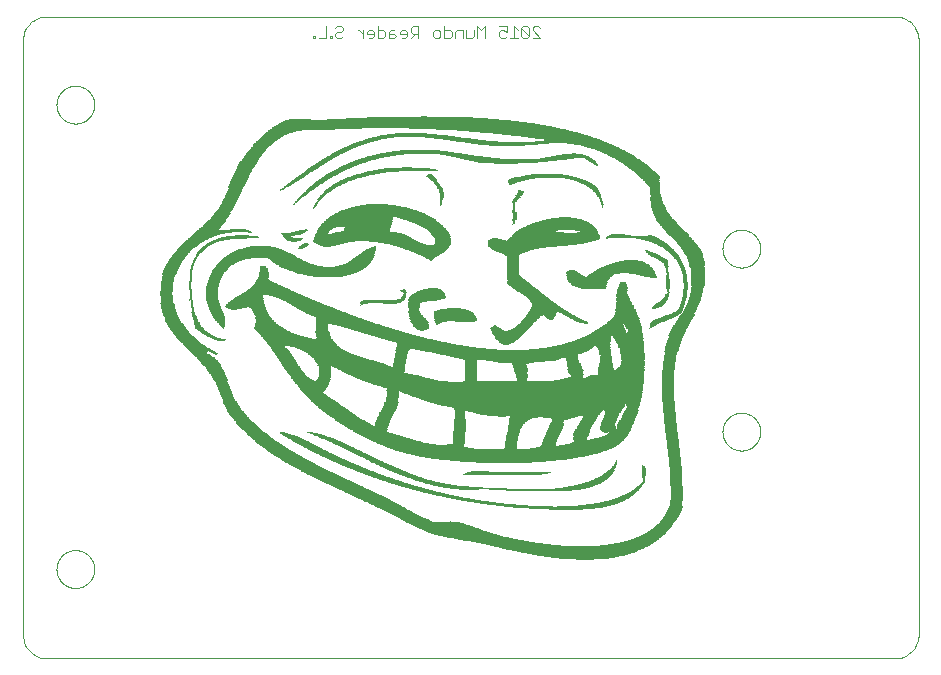
<source format=gbo>
G75*
%MOIN*%
%OFA0B0*%
%FSLAX25Y25*%
%IPPOS*%
%LPD*%
%AMOC8*
5,1,8,0,0,1.08239X$1,22.5*
%
%ADD10C,0.00394*%
%ADD11C,0.00000*%
%ADD12C,0.00300*%
%ADD13R,0.06300X0.00100*%
%ADD14R,0.09900X0.00100*%
%ADD15R,0.12600X0.00100*%
%ADD16R,0.14800X0.00100*%
%ADD17R,0.16600X0.00100*%
%ADD18R,0.18300X0.00100*%
%ADD19R,0.19800X0.00100*%
%ADD20R,0.21200X0.00100*%
%ADD21R,0.22500X0.00100*%
%ADD22R,0.23800X0.00100*%
%ADD23R,0.25000X0.00100*%
%ADD24R,0.26000X0.00100*%
%ADD25R,0.27100X0.00100*%
%ADD26R,0.28200X0.00100*%
%ADD27R,0.29100X0.00100*%
%ADD28R,0.30100X0.00100*%
%ADD29R,0.31100X0.00100*%
%ADD30R,0.32000X0.00100*%
%ADD31R,0.32900X0.00100*%
%ADD32R,0.33800X0.00100*%
%ADD33R,0.34600X0.00100*%
%ADD34R,0.35400X0.00100*%
%ADD35R,0.36200X0.00100*%
%ADD36R,0.37100X0.00100*%
%ADD37R,0.37900X0.00100*%
%ADD38R,0.38700X0.00100*%
%ADD39R,0.39400X0.00100*%
%ADD40R,0.40100X0.00100*%
%ADD41R,0.40800X0.00100*%
%ADD42R,0.41600X0.00100*%
%ADD43R,0.42300X0.00100*%
%ADD44R,0.43000X0.00100*%
%ADD45R,0.43700X0.00100*%
%ADD46R,0.44400X0.00100*%
%ADD47R,0.45000X0.00100*%
%ADD48R,0.45700X0.00100*%
%ADD49R,0.46400X0.00100*%
%ADD50R,0.47000X0.00100*%
%ADD51R,0.47600X0.00100*%
%ADD52R,0.48200X0.00100*%
%ADD53R,0.48900X0.00100*%
%ADD54R,0.49500X0.00100*%
%ADD55R,0.50100X0.00100*%
%ADD56R,0.19000X0.00100*%
%ADD57R,0.25700X0.00100*%
%ADD58R,0.17200X0.00100*%
%ADD59R,0.24000X0.00100*%
%ADD60R,0.16100X0.00100*%
%ADD61R,0.23000X0.00100*%
%ADD62R,0.15200X0.00100*%
%ADD63R,0.22100X0.00100*%
%ADD64R,0.14500X0.00100*%
%ADD65R,0.21400X0.00100*%
%ADD66R,0.13900X0.00100*%
%ADD67R,0.20900X0.00100*%
%ADD68R,0.13300X0.00100*%
%ADD69R,0.20400X0.00100*%
%ADD70R,0.12900X0.00100*%
%ADD71R,0.20000X0.00100*%
%ADD72R,0.12500X0.00100*%
%ADD73R,0.19600X0.00100*%
%ADD74R,0.12000X0.00100*%
%ADD75R,0.19200X0.00100*%
%ADD76R,0.11700X0.00100*%
%ADD77R,0.11300X0.00100*%
%ADD78R,0.18800X0.00100*%
%ADD79R,0.11100X0.00100*%
%ADD80R,0.18700X0.00100*%
%ADD81R,0.10700X0.00100*%
%ADD82R,0.18500X0.00100*%
%ADD83R,0.10500X0.00100*%
%ADD84R,0.18400X0.00100*%
%ADD85R,0.10200X0.00100*%
%ADD86R,0.10000X0.00100*%
%ADD87R,0.18200X0.00100*%
%ADD88R,0.09700X0.00100*%
%ADD89R,0.09600X0.00100*%
%ADD90R,0.09300X0.00100*%
%ADD91R,0.09100X0.00100*%
%ADD92R,0.09000X0.00100*%
%ADD93R,0.08800X0.00100*%
%ADD94R,0.08700X0.00100*%
%ADD95R,0.18600X0.00100*%
%ADD96R,0.08500X0.00100*%
%ADD97R,0.08300X0.00100*%
%ADD98R,0.08100X0.00100*%
%ADD99R,0.18900X0.00100*%
%ADD100R,0.07900X0.00100*%
%ADD101R,0.19100X0.00100*%
%ADD102R,0.07800X0.00100*%
%ADD103R,0.19300X0.00100*%
%ADD104R,0.07600X0.00100*%
%ADD105R,0.07500X0.00100*%
%ADD106R,0.19400X0.00100*%
%ADD107R,0.07400X0.00100*%
%ADD108R,0.19500X0.00100*%
%ADD109R,0.07300X0.00100*%
%ADD110R,0.07200X0.00100*%
%ADD111R,0.07100X0.00100*%
%ADD112R,0.07000X0.00100*%
%ADD113R,0.06900X0.00100*%
%ADD114R,0.19700X0.00100*%
%ADD115R,0.06800X0.00100*%
%ADD116R,0.06700X0.00100*%
%ADD117R,0.06600X0.00100*%
%ADD118R,0.06500X0.00100*%
%ADD119R,0.06400X0.00100*%
%ADD120R,0.06200X0.00100*%
%ADD121R,0.06100X0.00100*%
%ADD122R,0.06000X0.00100*%
%ADD123R,0.05800X0.00100*%
%ADD124R,0.05700X0.00100*%
%ADD125R,0.05600X0.00100*%
%ADD126R,0.05500X0.00100*%
%ADD127R,0.05400X0.00100*%
%ADD128R,0.05300X0.00100*%
%ADD129R,0.05200X0.00100*%
%ADD130R,0.05100X0.00100*%
%ADD131R,0.05000X0.00100*%
%ADD132R,0.18100X0.00100*%
%ADD133R,0.17900X0.00100*%
%ADD134R,0.04900X0.00100*%
%ADD135R,0.17800X0.00100*%
%ADD136R,0.17600X0.00100*%
%ADD137R,0.17400X0.00100*%
%ADD138R,0.04800X0.00100*%
%ADD139R,0.05900X0.00100*%
%ADD140R,0.09400X0.00100*%
%ADD141R,0.04400X0.00100*%
%ADD142R,0.09200X0.00100*%
%ADD143R,0.02900X0.00100*%
%ADD144R,0.00200X0.00100*%
%ADD145R,0.08900X0.00100*%
%ADD146R,0.04700X0.00100*%
%ADD147R,0.08600X0.00100*%
%ADD148R,0.08400X0.00100*%
%ADD149R,0.04600X0.00100*%
%ADD150R,0.08200X0.00100*%
%ADD151R,0.04500X0.00100*%
%ADD152R,0.01600X0.00100*%
%ADD153R,0.11600X0.00100*%
%ADD154R,0.15900X0.00100*%
%ADD155R,0.21800X0.00100*%
%ADD156R,0.24100X0.00100*%
%ADD157R,0.26200X0.00100*%
%ADD158R,0.28000X0.00100*%
%ADD159R,0.04300X0.00100*%
%ADD160R,0.29800X0.00100*%
%ADD161R,0.14200X0.00100*%
%ADD162R,0.12300X0.00100*%
%ADD163R,0.10800X0.00100*%
%ADD164R,0.10900X0.00100*%
%ADD165R,0.09500X0.00100*%
%ADD166R,0.04200X0.00100*%
%ADD167R,0.08000X0.00100*%
%ADD168R,0.04100X0.00100*%
%ADD169R,0.04000X0.00100*%
%ADD170R,0.03900X0.00100*%
%ADD171R,0.03800X0.00100*%
%ADD172R,0.03700X0.00100*%
%ADD173R,0.03600X0.00100*%
%ADD174R,0.03500X0.00100*%
%ADD175R,0.03300X0.00100*%
%ADD176R,0.03100X0.00100*%
%ADD177R,0.03000X0.00100*%
%ADD178R,0.02800X0.00100*%
%ADD179R,0.02700X0.00100*%
%ADD180R,0.02600X0.00100*%
%ADD181R,0.02500X0.00100*%
%ADD182R,0.02400X0.00100*%
%ADD183R,0.02300X0.00100*%
%ADD184R,0.02200X0.00100*%
%ADD185R,0.02100X0.00100*%
%ADD186R,0.02000X0.00100*%
%ADD187R,0.01900X0.00100*%
%ADD188R,0.01800X0.00100*%
%ADD189R,0.01700X0.00100*%
%ADD190R,0.21700X0.00100*%
%ADD191R,0.24300X0.00100*%
%ADD192R,0.01500X0.00100*%
%ADD193R,0.11400X0.00100*%
%ADD194R,0.10400X0.00100*%
%ADD195R,0.01400X0.00100*%
%ADD196R,0.09800X0.00100*%
%ADD197R,0.17100X0.00100*%
%ADD198R,0.15100X0.00100*%
%ADD199R,0.01300X0.00100*%
%ADD200R,0.13200X0.00100*%
%ADD201R,0.10600X0.00100*%
%ADD202R,0.01200X0.00100*%
%ADD203R,0.01100X0.00100*%
%ADD204R,0.01000X0.00100*%
%ADD205R,0.00900X0.00100*%
%ADD206R,0.00800X0.00100*%
%ADD207R,0.00700X0.00100*%
%ADD208R,0.00600X0.00100*%
%ADD209R,0.00500X0.00100*%
%ADD210R,0.03400X0.00100*%
%ADD211R,0.03200X0.00100*%
%ADD212R,0.12400X0.00100*%
%ADD213R,0.16900X0.00100*%
%ADD214R,0.00400X0.00100*%
%ADD215R,0.26300X0.00100*%
%ADD216R,0.26700X0.00100*%
%ADD217R,0.27000X0.00100*%
%ADD218R,0.27200X0.00100*%
%ADD219R,0.27300X0.00100*%
%ADD220R,0.27400X0.00100*%
%ADD221R,0.16200X0.00100*%
%ADD222R,0.00300X0.00100*%
%ADD223R,0.13500X0.00100*%
%ADD224R,0.22400X0.00100*%
%ADD225R,0.25800X0.00100*%
%ADD226R,0.00100X0.00100*%
%ADD227R,0.28600X0.00100*%
%ADD228R,0.30900X0.00100*%
%ADD229R,0.33200X0.00100*%
%ADD230R,0.37300X0.00100*%
%ADD231R,0.39200X0.00100*%
%ADD232R,0.41000X0.00100*%
%ADD233R,0.42700X0.00100*%
%ADD234R,0.44300X0.00100*%
%ADD235R,0.45800X0.00100*%
%ADD236R,0.47200X0.00100*%
%ADD237R,0.48500X0.00100*%
%ADD238R,0.49800X0.00100*%
%ADD239R,0.51000X0.00100*%
%ADD240R,0.52200X0.00100*%
%ADD241R,0.53300X0.00100*%
%ADD242R,0.54400X0.00100*%
%ADD243R,0.55400X0.00100*%
%ADD244R,0.56400X0.00100*%
%ADD245R,0.57400X0.00100*%
%ADD246R,0.58300X0.00100*%
%ADD247R,0.59300X0.00100*%
%ADD248R,0.60100X0.00100*%
%ADD249R,0.60900X0.00100*%
%ADD250R,0.61800X0.00100*%
%ADD251R,0.62600X0.00100*%
%ADD252R,0.63400X0.00100*%
%ADD253R,0.64000X0.00100*%
%ADD254R,0.64800X0.00100*%
%ADD255R,0.65500X0.00100*%
%ADD256R,0.66200X0.00100*%
%ADD257R,0.07700X0.00100*%
%ADD258R,0.66900X0.00100*%
%ADD259R,0.67500X0.00100*%
%ADD260R,0.68100X0.00100*%
%ADD261R,0.68800X0.00100*%
%ADD262R,0.69400X0.00100*%
%ADD263R,0.70000X0.00100*%
%ADD264R,0.70600X0.00100*%
%ADD265R,0.71100X0.00100*%
%ADD266R,0.71700X0.00100*%
%ADD267R,0.26600X0.00100*%
%ADD268R,0.26100X0.00100*%
%ADD269R,0.26400X0.00100*%
%ADD270R,0.25500X0.00100*%
%ADD271R,0.25300X0.00100*%
%ADD272R,0.25900X0.00100*%
%ADD273R,0.25100X0.00100*%
%ADD274R,0.24900X0.00100*%
%ADD275R,0.24800X0.00100*%
%ADD276R,0.24700X0.00100*%
%ADD277R,0.18000X0.00100*%
%ADD278R,0.17500X0.00100*%
%ADD279R,0.17000X0.00100*%
%ADD280R,0.16700X0.00100*%
%ADD281R,0.16400X0.00100*%
%ADD282R,0.16300X0.00100*%
%ADD283R,0.15600X0.00100*%
%ADD284R,0.15400X0.00100*%
%ADD285R,0.16000X0.00100*%
%ADD286R,0.14900X0.00100*%
%ADD287R,0.14600X0.00100*%
%ADD288R,0.14400X0.00100*%
%ADD289R,0.14100X0.00100*%
%ADD290R,0.11000X0.00100*%
%ADD291R,0.14000X0.00100*%
%ADD292R,0.13800X0.00100*%
%ADD293R,0.13700X0.00100*%
%ADD294R,0.13600X0.00100*%
%ADD295R,0.13100X0.00100*%
%ADD296R,0.13000X0.00100*%
%ADD297R,0.12800X0.00100*%
%ADD298R,0.12700X0.00100*%
%ADD299R,0.12200X0.00100*%
%ADD300R,0.12100X0.00100*%
%ADD301R,0.11800X0.00100*%
%ADD302R,0.11200X0.00100*%
%ADD303R,0.11900X0.00100*%
%ADD304R,0.22600X0.00100*%
%ADD305R,0.28700X0.00100*%
%ADD306R,0.30400X0.00100*%
%ADD307R,0.37000X0.00100*%
%ADD308R,0.37800X0.00100*%
%ADD309R,0.38400X0.00100*%
%ADD310R,0.39100X0.00100*%
%ADD311R,0.39700X0.00100*%
%ADD312R,0.40300X0.00100*%
%ADD313R,0.40900X0.00100*%
%ADD314R,0.41400X0.00100*%
%ADD315R,0.41900X0.00100*%
%ADD316R,0.42400X0.00100*%
%ADD317R,0.42900X0.00100*%
%ADD318R,0.43400X0.00100*%
%ADD319R,0.43800X0.00100*%
%ADD320R,0.44800X0.00100*%
%ADD321R,0.45200X0.00100*%
%ADD322R,0.45600X0.00100*%
%ADD323R,0.49600X0.00100*%
%ADD324R,0.55800X0.00100*%
%ADD325R,0.55900X0.00100*%
%ADD326R,0.56000X0.00100*%
%ADD327R,0.56100X0.00100*%
%ADD328R,0.56200X0.00100*%
%ADD329R,0.56300X0.00100*%
%ADD330R,0.57100X0.00100*%
%ADD331R,0.57700X0.00100*%
%ADD332R,0.58400X0.00100*%
%ADD333R,0.59100X0.00100*%
%ADD334R,0.59600X0.00100*%
%ADD335R,0.60200X0.00100*%
%ADD336R,0.60700X0.00100*%
%ADD337R,0.61200X0.00100*%
%ADD338R,0.61600X0.00100*%
%ADD339R,0.62100X0.00100*%
%ADD340R,0.62500X0.00100*%
%ADD341R,0.63000X0.00100*%
%ADD342R,0.63900X0.00100*%
%ADD343R,0.64200X0.00100*%
%ADD344R,0.64700X0.00100*%
%ADD345R,0.65000X0.00100*%
%ADD346R,0.70200X0.00100*%
%ADD347R,0.70500X0.00100*%
%ADD348R,0.70800X0.00100*%
%ADD349R,0.71400X0.00100*%
%ADD350R,0.71800X0.00100*%
%ADD351R,0.72200X0.00100*%
%ADD352R,0.72500X0.00100*%
%ADD353R,0.72800X0.00100*%
%ADD354R,0.73000X0.00100*%
%ADD355R,0.73400X0.00100*%
%ADD356R,0.73700X0.00100*%
%ADD357R,0.74000X0.00100*%
%ADD358R,0.74300X0.00100*%
%ADD359R,0.74600X0.00100*%
%ADD360R,0.75000X0.00100*%
%ADD361R,0.75200X0.00100*%
%ADD362R,0.75500X0.00100*%
%ADD363R,0.75800X0.00100*%
%ADD364R,0.76000X0.00100*%
%ADD365R,0.76400X0.00100*%
%ADD366R,0.76700X0.00100*%
%ADD367R,0.76900X0.00100*%
%ADD368R,0.77200X0.00100*%
%ADD369R,0.77500X0.00100*%
%ADD370R,0.77700X0.00100*%
%ADD371R,0.78100X0.00100*%
%ADD372R,0.78400X0.00100*%
%ADD373R,0.78600X0.00100*%
%ADD374R,0.78900X0.00100*%
%ADD375R,0.79100X0.00100*%
%ADD376R,0.79400X0.00100*%
%ADD377R,0.79800X0.00100*%
%ADD378R,0.80000X0.00100*%
%ADD379R,0.80300X0.00100*%
%ADD380R,0.80500X0.00100*%
%ADD381R,0.80800X0.00100*%
%ADD382R,0.81000X0.00100*%
%ADD383R,0.85200X0.00100*%
%ADD384R,0.85300X0.00100*%
%ADD385R,0.85400X0.00100*%
%ADD386R,0.85600X0.00100*%
%ADD387R,0.86000X0.00100*%
%ADD388R,0.86400X0.00100*%
%ADD389R,0.86700X0.00100*%
%ADD390R,0.87100X0.00100*%
%ADD391R,0.87600X0.00100*%
%ADD392R,0.87900X0.00100*%
%ADD393R,0.88300X0.00100*%
%ADD394R,0.88600X0.00100*%
%ADD395R,0.10300X0.00100*%
%ADD396R,0.88900X0.00100*%
%ADD397R,0.89200X0.00100*%
%ADD398R,0.89500X0.00100*%
%ADD399R,0.89900X0.00100*%
%ADD400R,0.90200X0.00100*%
%ADD401R,0.90600X0.00100*%
%ADD402R,0.90800X0.00100*%
%ADD403R,0.91100X0.00100*%
%ADD404R,0.91400X0.00100*%
%ADD405R,0.91700X0.00100*%
%ADD406R,0.60300X0.00100*%
%ADD407R,0.26900X0.00100*%
%ADD408R,0.33400X0.00100*%
%ADD409R,0.31600X0.00100*%
%ADD410R,0.25200X0.00100*%
%ADD411R,0.29700X0.00100*%
%ADD412R,0.29000X0.00100*%
%ADD413R,0.24600X0.00100*%
%ADD414R,0.28400X0.00100*%
%ADD415R,0.24400X0.00100*%
%ADD416R,0.27900X0.00100*%
%ADD417R,0.23900X0.00100*%
%ADD418R,0.23700X0.00100*%
%ADD419R,0.23600X0.00100*%
%ADD420R,0.20200X0.00100*%
%ADD421R,0.23400X0.00100*%
%ADD422R,0.19900X0.00100*%
%ADD423R,0.23300X0.00100*%
%ADD424R,0.23100X0.00100*%
%ADD425R,0.22800X0.00100*%
%ADD426R,0.22300X0.00100*%
%ADD427R,0.17700X0.00100*%
%ADD428R,0.21900X0.00100*%
%ADD429R,0.15500X0.00100*%
%ADD430R,0.21500X0.00100*%
%ADD431R,0.21300X0.00100*%
%ADD432R,0.21000X0.00100*%
%ADD433R,0.20800X0.00100*%
%ADD434R,0.20100X0.00100*%
%ADD435R,0.20500X0.00100*%
%ADD436R,0.20700X0.00100*%
%ADD437R,0.15300X0.00100*%
%ADD438R,0.21100X0.00100*%
%ADD439R,0.21600X0.00100*%
%ADD440R,0.22000X0.00100*%
%ADD441R,0.22700X0.00100*%
%ADD442R,0.22900X0.00100*%
%ADD443R,0.31700X0.00100*%
%ADD444R,0.32500X0.00100*%
%ADD445R,0.33300X0.00100*%
%ADD446R,0.33900X0.00100*%
%ADD447R,0.35300X0.00100*%
%ADD448R,0.35900X0.00100*%
%ADD449R,0.36500X0.00100*%
%ADD450R,0.15800X0.00100*%
%ADD451R,0.42000X0.00100*%
%ADD452R,0.42500X0.00100*%
%ADD453R,0.15000X0.00100*%
%ADD454R,0.43900X0.00100*%
%ADD455R,0.14700X0.00100*%
%ADD456R,0.45300X0.00100*%
%ADD457R,0.45900X0.00100*%
%ADD458R,0.46800X0.00100*%
%ADD459R,0.47700X0.00100*%
%ADD460R,0.49300X0.00100*%
%ADD461R,0.50900X0.00100*%
%ADD462R,0.51600X0.00100*%
%ADD463R,0.52400X0.00100*%
%ADD464R,0.53100X0.00100*%
%ADD465R,0.53800X0.00100*%
%ADD466R,0.54600X0.00100*%
%ADD467R,0.55300X0.00100*%
%ADD468R,0.27800X0.00100*%
%ADD469R,0.20300X0.00100*%
%ADD470R,0.17300X0.00100*%
%ADD471R,0.14300X0.00100*%
%ADD472R,0.23500X0.00100*%
%ADD473R,0.13400X0.00100*%
%ADD474R,0.16500X0.00100*%
%ADD475R,0.15700X0.00100*%
%ADD476R,0.10100X0.00100*%
%ADD477R,0.11500X0.00100*%
%ADD478R,0.16800X0.00100*%
%ADD479R,0.20600X0.00100*%
%ADD480R,0.27700X0.00100*%
%ADD481R,0.27600X0.00100*%
%ADD482R,0.29500X0.00100*%
%ADD483R,0.30300X0.00100*%
%ADD484R,0.32200X0.00100*%
%ADD485R,0.32700X0.00100*%
%ADD486R,0.33600X0.00100*%
%ADD487R,0.34000X0.00100*%
%ADD488R,0.34400X0.00100*%
%ADD489R,0.28300X0.00100*%
%ADD490R,0.34300X0.00100*%
%ADD491R,0.28900X0.00100*%
%ADD492R,0.29400X0.00100*%
%ADD493R,0.33700X0.00100*%
%ADD494R,0.33500X0.00100*%
%ADD495R,0.29900X0.00100*%
%ADD496R,0.33100X0.00100*%
%ADD497R,0.30200X0.00100*%
%ADD498R,0.32400X0.00100*%
%ADD499R,0.32300X0.00100*%
%ADD500R,0.32100X0.00100*%
%ADD501R,0.31800X0.00100*%
%ADD502R,0.29600X0.00100*%
%ADD503R,0.31400X0.00100*%
%ADD504R,0.31200X0.00100*%
%ADD505R,0.29300X0.00100*%
%ADD506R,0.29200X0.00100*%
%ADD507R,0.30700X0.00100*%
%ADD508R,0.28500X0.00100*%
%ADD509R,0.24200X0.00100*%
%ADD510R,0.24500X0.00100*%
%ADD511R,0.23200X0.00100*%
%ADD512R,0.22200X0.00100*%
%ADD513R,0.31300X0.00100*%
%ADD514R,0.30600X0.00100*%
%ADD515R,0.28100X0.00100*%
%ADD516R,0.30500X0.00100*%
%ADD517R,0.25400X0.00100*%
%ADD518R,0.33000X0.00100*%
%ADD519R,0.34800X0.00100*%
%ADD520R,0.35800X0.00100*%
%ADD521R,0.36800X0.00100*%
%ADD522R,0.38000X0.00100*%
%ADD523R,0.39300X0.00100*%
%ADD524R,0.40600X0.00100*%
%ADD525R,0.42200X0.00100*%
%ADD526R,0.44200X0.00100*%
%ADD527R,0.94500X0.00100*%
%ADD528R,0.93900X0.00100*%
%ADD529R,0.93300X0.00100*%
%ADD530R,0.92500X0.00100*%
%ADD531R,0.91900X0.00100*%
%ADD532R,0.91200X0.00100*%
%ADD533R,0.90500X0.00100*%
%ADD534R,0.89800X0.00100*%
%ADD535R,0.89100X0.00100*%
%ADD536R,0.86800X0.00100*%
%ADD537R,0.84400X0.00100*%
%ADD538R,0.83500X0.00100*%
%ADD539R,0.82600X0.00100*%
%ADD540R,0.81700X0.00100*%
%ADD541R,0.78700X0.00100*%
%ADD542R,0.76600X0.00100*%
%ADD543R,0.75300X0.00100*%
%ADD544R,0.74100X0.00100*%
%ADD545R,0.57200X0.00100*%
%ADD546R,0.54000X0.00100*%
%ADD547R,0.50800X0.00100*%
%ADD548R,0.43500X0.00100*%
%ADD549R,0.39600X0.00100*%
D10*
X0012314Y0008797D02*
X0011600Y0009511D01*
X0011277Y0009901D01*
X0010993Y0010321D01*
X0010710Y0010740D01*
X0010465Y0011187D01*
X0010065Y0012128D01*
X0009910Y0012622D01*
X0009805Y0013133D01*
X0009699Y0013645D01*
X0009644Y0014174D01*
X0009644Y0213440D01*
X0009699Y0213969D01*
X0009805Y0214481D01*
X0009910Y0214992D01*
X0010065Y0215486D01*
X0010465Y0216427D01*
X0010710Y0216874D01*
X0010993Y0217294D01*
X0011277Y0217713D01*
X0011600Y0218103D01*
X0012314Y0218817D01*
X0012704Y0219140D01*
X0013123Y0219424D01*
X0013542Y0219707D01*
X0013990Y0219952D01*
X0014931Y0220352D01*
X0015425Y0220507D01*
X0015936Y0220612D01*
X0016448Y0220718D01*
X0016977Y0220773D01*
X0300832Y0220773D01*
X0301361Y0220718D01*
X0301872Y0220612D01*
X0302383Y0220507D01*
X0302877Y0220352D01*
X0303818Y0219952D01*
X0304266Y0219707D01*
X0304685Y0219424D01*
X0305104Y0219140D01*
X0305495Y0218817D01*
X0306208Y0218103D01*
X0306531Y0217713D01*
X0306815Y0217294D01*
X0307099Y0216874D01*
X0307343Y0216427D01*
X0307743Y0215486D01*
X0307898Y0214992D01*
X0308004Y0214481D01*
X0308109Y0213969D01*
X0308164Y0213440D01*
X0308164Y0014174D01*
X0308109Y0013645D01*
X0308004Y0013133D01*
X0307898Y0012622D01*
X0307743Y0012128D01*
X0307343Y0011187D01*
X0307099Y0010740D01*
X0306815Y0010321D01*
X0306531Y0009901D01*
X0306208Y0009511D01*
X0305495Y0008797D01*
X0305104Y0008474D01*
X0304685Y0008191D01*
X0304266Y0007907D01*
X0303818Y0007662D01*
X0302877Y0007262D01*
X0302383Y0007107D01*
X0301872Y0007002D01*
X0301361Y0006896D01*
X0300832Y0006841D01*
X0016977Y0006841D01*
X0016448Y0006896D01*
X0015936Y0007002D01*
X0015425Y0007107D01*
X0014931Y0007262D01*
X0013990Y0007662D01*
X0013542Y0007907D01*
X0013123Y0008191D01*
X0012704Y0008474D01*
X0012314Y0008797D01*
D11*
X0020801Y0036600D02*
X0020803Y0036758D01*
X0020809Y0036916D01*
X0020819Y0037074D01*
X0020833Y0037232D01*
X0020851Y0037389D01*
X0020872Y0037546D01*
X0020898Y0037702D01*
X0020928Y0037858D01*
X0020961Y0038013D01*
X0020999Y0038166D01*
X0021040Y0038319D01*
X0021085Y0038471D01*
X0021134Y0038622D01*
X0021187Y0038771D01*
X0021243Y0038919D01*
X0021303Y0039065D01*
X0021367Y0039210D01*
X0021435Y0039353D01*
X0021506Y0039495D01*
X0021580Y0039635D01*
X0021658Y0039772D01*
X0021740Y0039908D01*
X0021824Y0040042D01*
X0021913Y0040173D01*
X0022004Y0040302D01*
X0022099Y0040429D01*
X0022196Y0040554D01*
X0022297Y0040676D01*
X0022401Y0040795D01*
X0022508Y0040912D01*
X0022618Y0041026D01*
X0022731Y0041137D01*
X0022846Y0041246D01*
X0022964Y0041351D01*
X0023085Y0041453D01*
X0023208Y0041553D01*
X0023334Y0041649D01*
X0023462Y0041742D01*
X0023592Y0041832D01*
X0023725Y0041918D01*
X0023860Y0042002D01*
X0023996Y0042081D01*
X0024135Y0042158D01*
X0024276Y0042230D01*
X0024418Y0042300D01*
X0024562Y0042365D01*
X0024708Y0042427D01*
X0024855Y0042485D01*
X0025004Y0042540D01*
X0025154Y0042591D01*
X0025305Y0042638D01*
X0025457Y0042681D01*
X0025610Y0042720D01*
X0025765Y0042756D01*
X0025920Y0042787D01*
X0026076Y0042815D01*
X0026232Y0042839D01*
X0026389Y0042859D01*
X0026547Y0042875D01*
X0026704Y0042887D01*
X0026863Y0042895D01*
X0027021Y0042899D01*
X0027179Y0042899D01*
X0027337Y0042895D01*
X0027496Y0042887D01*
X0027653Y0042875D01*
X0027811Y0042859D01*
X0027968Y0042839D01*
X0028124Y0042815D01*
X0028280Y0042787D01*
X0028435Y0042756D01*
X0028590Y0042720D01*
X0028743Y0042681D01*
X0028895Y0042638D01*
X0029046Y0042591D01*
X0029196Y0042540D01*
X0029345Y0042485D01*
X0029492Y0042427D01*
X0029638Y0042365D01*
X0029782Y0042300D01*
X0029924Y0042230D01*
X0030065Y0042158D01*
X0030204Y0042081D01*
X0030340Y0042002D01*
X0030475Y0041918D01*
X0030608Y0041832D01*
X0030738Y0041742D01*
X0030866Y0041649D01*
X0030992Y0041553D01*
X0031115Y0041453D01*
X0031236Y0041351D01*
X0031354Y0041246D01*
X0031469Y0041137D01*
X0031582Y0041026D01*
X0031692Y0040912D01*
X0031799Y0040795D01*
X0031903Y0040676D01*
X0032004Y0040554D01*
X0032101Y0040429D01*
X0032196Y0040302D01*
X0032287Y0040173D01*
X0032376Y0040042D01*
X0032460Y0039908D01*
X0032542Y0039772D01*
X0032620Y0039635D01*
X0032694Y0039495D01*
X0032765Y0039353D01*
X0032833Y0039210D01*
X0032897Y0039065D01*
X0032957Y0038919D01*
X0033013Y0038771D01*
X0033066Y0038622D01*
X0033115Y0038471D01*
X0033160Y0038319D01*
X0033201Y0038166D01*
X0033239Y0038013D01*
X0033272Y0037858D01*
X0033302Y0037702D01*
X0033328Y0037546D01*
X0033349Y0037389D01*
X0033367Y0037232D01*
X0033381Y0037074D01*
X0033391Y0036916D01*
X0033397Y0036758D01*
X0033399Y0036600D01*
X0033397Y0036442D01*
X0033391Y0036284D01*
X0033381Y0036126D01*
X0033367Y0035968D01*
X0033349Y0035811D01*
X0033328Y0035654D01*
X0033302Y0035498D01*
X0033272Y0035342D01*
X0033239Y0035187D01*
X0033201Y0035034D01*
X0033160Y0034881D01*
X0033115Y0034729D01*
X0033066Y0034578D01*
X0033013Y0034429D01*
X0032957Y0034281D01*
X0032897Y0034135D01*
X0032833Y0033990D01*
X0032765Y0033847D01*
X0032694Y0033705D01*
X0032620Y0033565D01*
X0032542Y0033428D01*
X0032460Y0033292D01*
X0032376Y0033158D01*
X0032287Y0033027D01*
X0032196Y0032898D01*
X0032101Y0032771D01*
X0032004Y0032646D01*
X0031903Y0032524D01*
X0031799Y0032405D01*
X0031692Y0032288D01*
X0031582Y0032174D01*
X0031469Y0032063D01*
X0031354Y0031954D01*
X0031236Y0031849D01*
X0031115Y0031747D01*
X0030992Y0031647D01*
X0030866Y0031551D01*
X0030738Y0031458D01*
X0030608Y0031368D01*
X0030475Y0031282D01*
X0030340Y0031198D01*
X0030204Y0031119D01*
X0030065Y0031042D01*
X0029924Y0030970D01*
X0029782Y0030900D01*
X0029638Y0030835D01*
X0029492Y0030773D01*
X0029345Y0030715D01*
X0029196Y0030660D01*
X0029046Y0030609D01*
X0028895Y0030562D01*
X0028743Y0030519D01*
X0028590Y0030480D01*
X0028435Y0030444D01*
X0028280Y0030413D01*
X0028124Y0030385D01*
X0027968Y0030361D01*
X0027811Y0030341D01*
X0027653Y0030325D01*
X0027496Y0030313D01*
X0027337Y0030305D01*
X0027179Y0030301D01*
X0027021Y0030301D01*
X0026863Y0030305D01*
X0026704Y0030313D01*
X0026547Y0030325D01*
X0026389Y0030341D01*
X0026232Y0030361D01*
X0026076Y0030385D01*
X0025920Y0030413D01*
X0025765Y0030444D01*
X0025610Y0030480D01*
X0025457Y0030519D01*
X0025305Y0030562D01*
X0025154Y0030609D01*
X0025004Y0030660D01*
X0024855Y0030715D01*
X0024708Y0030773D01*
X0024562Y0030835D01*
X0024418Y0030900D01*
X0024276Y0030970D01*
X0024135Y0031042D01*
X0023996Y0031119D01*
X0023860Y0031198D01*
X0023725Y0031282D01*
X0023592Y0031368D01*
X0023462Y0031458D01*
X0023334Y0031551D01*
X0023208Y0031647D01*
X0023085Y0031747D01*
X0022964Y0031849D01*
X0022846Y0031954D01*
X0022731Y0032063D01*
X0022618Y0032174D01*
X0022508Y0032288D01*
X0022401Y0032405D01*
X0022297Y0032524D01*
X0022196Y0032646D01*
X0022099Y0032771D01*
X0022004Y0032898D01*
X0021913Y0033027D01*
X0021824Y0033158D01*
X0021740Y0033292D01*
X0021658Y0033428D01*
X0021580Y0033565D01*
X0021506Y0033705D01*
X0021435Y0033847D01*
X0021367Y0033990D01*
X0021303Y0034135D01*
X0021243Y0034281D01*
X0021187Y0034429D01*
X0021134Y0034578D01*
X0021085Y0034729D01*
X0021040Y0034881D01*
X0020999Y0035034D01*
X0020961Y0035187D01*
X0020928Y0035342D01*
X0020898Y0035498D01*
X0020872Y0035654D01*
X0020851Y0035811D01*
X0020833Y0035968D01*
X0020819Y0036126D01*
X0020809Y0036284D01*
X0020803Y0036442D01*
X0020801Y0036600D01*
X0020801Y0191400D02*
X0020803Y0191558D01*
X0020809Y0191716D01*
X0020819Y0191874D01*
X0020833Y0192032D01*
X0020851Y0192189D01*
X0020872Y0192346D01*
X0020898Y0192502D01*
X0020928Y0192658D01*
X0020961Y0192813D01*
X0020999Y0192966D01*
X0021040Y0193119D01*
X0021085Y0193271D01*
X0021134Y0193422D01*
X0021187Y0193571D01*
X0021243Y0193719D01*
X0021303Y0193865D01*
X0021367Y0194010D01*
X0021435Y0194153D01*
X0021506Y0194295D01*
X0021580Y0194435D01*
X0021658Y0194572D01*
X0021740Y0194708D01*
X0021824Y0194842D01*
X0021913Y0194973D01*
X0022004Y0195102D01*
X0022099Y0195229D01*
X0022196Y0195354D01*
X0022297Y0195476D01*
X0022401Y0195595D01*
X0022508Y0195712D01*
X0022618Y0195826D01*
X0022731Y0195937D01*
X0022846Y0196046D01*
X0022964Y0196151D01*
X0023085Y0196253D01*
X0023208Y0196353D01*
X0023334Y0196449D01*
X0023462Y0196542D01*
X0023592Y0196632D01*
X0023725Y0196718D01*
X0023860Y0196802D01*
X0023996Y0196881D01*
X0024135Y0196958D01*
X0024276Y0197030D01*
X0024418Y0197100D01*
X0024562Y0197165D01*
X0024708Y0197227D01*
X0024855Y0197285D01*
X0025004Y0197340D01*
X0025154Y0197391D01*
X0025305Y0197438D01*
X0025457Y0197481D01*
X0025610Y0197520D01*
X0025765Y0197556D01*
X0025920Y0197587D01*
X0026076Y0197615D01*
X0026232Y0197639D01*
X0026389Y0197659D01*
X0026547Y0197675D01*
X0026704Y0197687D01*
X0026863Y0197695D01*
X0027021Y0197699D01*
X0027179Y0197699D01*
X0027337Y0197695D01*
X0027496Y0197687D01*
X0027653Y0197675D01*
X0027811Y0197659D01*
X0027968Y0197639D01*
X0028124Y0197615D01*
X0028280Y0197587D01*
X0028435Y0197556D01*
X0028590Y0197520D01*
X0028743Y0197481D01*
X0028895Y0197438D01*
X0029046Y0197391D01*
X0029196Y0197340D01*
X0029345Y0197285D01*
X0029492Y0197227D01*
X0029638Y0197165D01*
X0029782Y0197100D01*
X0029924Y0197030D01*
X0030065Y0196958D01*
X0030204Y0196881D01*
X0030340Y0196802D01*
X0030475Y0196718D01*
X0030608Y0196632D01*
X0030738Y0196542D01*
X0030866Y0196449D01*
X0030992Y0196353D01*
X0031115Y0196253D01*
X0031236Y0196151D01*
X0031354Y0196046D01*
X0031469Y0195937D01*
X0031582Y0195826D01*
X0031692Y0195712D01*
X0031799Y0195595D01*
X0031903Y0195476D01*
X0032004Y0195354D01*
X0032101Y0195229D01*
X0032196Y0195102D01*
X0032287Y0194973D01*
X0032376Y0194842D01*
X0032460Y0194708D01*
X0032542Y0194572D01*
X0032620Y0194435D01*
X0032694Y0194295D01*
X0032765Y0194153D01*
X0032833Y0194010D01*
X0032897Y0193865D01*
X0032957Y0193719D01*
X0033013Y0193571D01*
X0033066Y0193422D01*
X0033115Y0193271D01*
X0033160Y0193119D01*
X0033201Y0192966D01*
X0033239Y0192813D01*
X0033272Y0192658D01*
X0033302Y0192502D01*
X0033328Y0192346D01*
X0033349Y0192189D01*
X0033367Y0192032D01*
X0033381Y0191874D01*
X0033391Y0191716D01*
X0033397Y0191558D01*
X0033399Y0191400D01*
X0033397Y0191242D01*
X0033391Y0191084D01*
X0033381Y0190926D01*
X0033367Y0190768D01*
X0033349Y0190611D01*
X0033328Y0190454D01*
X0033302Y0190298D01*
X0033272Y0190142D01*
X0033239Y0189987D01*
X0033201Y0189834D01*
X0033160Y0189681D01*
X0033115Y0189529D01*
X0033066Y0189378D01*
X0033013Y0189229D01*
X0032957Y0189081D01*
X0032897Y0188935D01*
X0032833Y0188790D01*
X0032765Y0188647D01*
X0032694Y0188505D01*
X0032620Y0188365D01*
X0032542Y0188228D01*
X0032460Y0188092D01*
X0032376Y0187958D01*
X0032287Y0187827D01*
X0032196Y0187698D01*
X0032101Y0187571D01*
X0032004Y0187446D01*
X0031903Y0187324D01*
X0031799Y0187205D01*
X0031692Y0187088D01*
X0031582Y0186974D01*
X0031469Y0186863D01*
X0031354Y0186754D01*
X0031236Y0186649D01*
X0031115Y0186547D01*
X0030992Y0186447D01*
X0030866Y0186351D01*
X0030738Y0186258D01*
X0030608Y0186168D01*
X0030475Y0186082D01*
X0030340Y0185998D01*
X0030204Y0185919D01*
X0030065Y0185842D01*
X0029924Y0185770D01*
X0029782Y0185700D01*
X0029638Y0185635D01*
X0029492Y0185573D01*
X0029345Y0185515D01*
X0029196Y0185460D01*
X0029046Y0185409D01*
X0028895Y0185362D01*
X0028743Y0185319D01*
X0028590Y0185280D01*
X0028435Y0185244D01*
X0028280Y0185213D01*
X0028124Y0185185D01*
X0027968Y0185161D01*
X0027811Y0185141D01*
X0027653Y0185125D01*
X0027496Y0185113D01*
X0027337Y0185105D01*
X0027179Y0185101D01*
X0027021Y0185101D01*
X0026863Y0185105D01*
X0026704Y0185113D01*
X0026547Y0185125D01*
X0026389Y0185141D01*
X0026232Y0185161D01*
X0026076Y0185185D01*
X0025920Y0185213D01*
X0025765Y0185244D01*
X0025610Y0185280D01*
X0025457Y0185319D01*
X0025305Y0185362D01*
X0025154Y0185409D01*
X0025004Y0185460D01*
X0024855Y0185515D01*
X0024708Y0185573D01*
X0024562Y0185635D01*
X0024418Y0185700D01*
X0024276Y0185770D01*
X0024135Y0185842D01*
X0023996Y0185919D01*
X0023860Y0185998D01*
X0023725Y0186082D01*
X0023592Y0186168D01*
X0023462Y0186258D01*
X0023334Y0186351D01*
X0023208Y0186447D01*
X0023085Y0186547D01*
X0022964Y0186649D01*
X0022846Y0186754D01*
X0022731Y0186863D01*
X0022618Y0186974D01*
X0022508Y0187088D01*
X0022401Y0187205D01*
X0022297Y0187324D01*
X0022196Y0187446D01*
X0022099Y0187571D01*
X0022004Y0187698D01*
X0021913Y0187827D01*
X0021824Y0187958D01*
X0021740Y0188092D01*
X0021658Y0188228D01*
X0021580Y0188365D01*
X0021506Y0188505D01*
X0021435Y0188647D01*
X0021367Y0188790D01*
X0021303Y0188935D01*
X0021243Y0189081D01*
X0021187Y0189229D01*
X0021134Y0189378D01*
X0021085Y0189529D01*
X0021040Y0189681D01*
X0020999Y0189834D01*
X0020961Y0189987D01*
X0020928Y0190142D01*
X0020898Y0190298D01*
X0020872Y0190454D01*
X0020851Y0190611D01*
X0020833Y0190768D01*
X0020819Y0190926D01*
X0020809Y0191084D01*
X0020803Y0191242D01*
X0020801Y0191400D01*
X0242801Y0143400D02*
X0242803Y0143558D01*
X0242809Y0143716D01*
X0242819Y0143874D01*
X0242833Y0144032D01*
X0242851Y0144189D01*
X0242872Y0144346D01*
X0242898Y0144502D01*
X0242928Y0144658D01*
X0242961Y0144813D01*
X0242999Y0144966D01*
X0243040Y0145119D01*
X0243085Y0145271D01*
X0243134Y0145422D01*
X0243187Y0145571D01*
X0243243Y0145719D01*
X0243303Y0145865D01*
X0243367Y0146010D01*
X0243435Y0146153D01*
X0243506Y0146295D01*
X0243580Y0146435D01*
X0243658Y0146572D01*
X0243740Y0146708D01*
X0243824Y0146842D01*
X0243913Y0146973D01*
X0244004Y0147102D01*
X0244099Y0147229D01*
X0244196Y0147354D01*
X0244297Y0147476D01*
X0244401Y0147595D01*
X0244508Y0147712D01*
X0244618Y0147826D01*
X0244731Y0147937D01*
X0244846Y0148046D01*
X0244964Y0148151D01*
X0245085Y0148253D01*
X0245208Y0148353D01*
X0245334Y0148449D01*
X0245462Y0148542D01*
X0245592Y0148632D01*
X0245725Y0148718D01*
X0245860Y0148802D01*
X0245996Y0148881D01*
X0246135Y0148958D01*
X0246276Y0149030D01*
X0246418Y0149100D01*
X0246562Y0149165D01*
X0246708Y0149227D01*
X0246855Y0149285D01*
X0247004Y0149340D01*
X0247154Y0149391D01*
X0247305Y0149438D01*
X0247457Y0149481D01*
X0247610Y0149520D01*
X0247765Y0149556D01*
X0247920Y0149587D01*
X0248076Y0149615D01*
X0248232Y0149639D01*
X0248389Y0149659D01*
X0248547Y0149675D01*
X0248704Y0149687D01*
X0248863Y0149695D01*
X0249021Y0149699D01*
X0249179Y0149699D01*
X0249337Y0149695D01*
X0249496Y0149687D01*
X0249653Y0149675D01*
X0249811Y0149659D01*
X0249968Y0149639D01*
X0250124Y0149615D01*
X0250280Y0149587D01*
X0250435Y0149556D01*
X0250590Y0149520D01*
X0250743Y0149481D01*
X0250895Y0149438D01*
X0251046Y0149391D01*
X0251196Y0149340D01*
X0251345Y0149285D01*
X0251492Y0149227D01*
X0251638Y0149165D01*
X0251782Y0149100D01*
X0251924Y0149030D01*
X0252065Y0148958D01*
X0252204Y0148881D01*
X0252340Y0148802D01*
X0252475Y0148718D01*
X0252608Y0148632D01*
X0252738Y0148542D01*
X0252866Y0148449D01*
X0252992Y0148353D01*
X0253115Y0148253D01*
X0253236Y0148151D01*
X0253354Y0148046D01*
X0253469Y0147937D01*
X0253582Y0147826D01*
X0253692Y0147712D01*
X0253799Y0147595D01*
X0253903Y0147476D01*
X0254004Y0147354D01*
X0254101Y0147229D01*
X0254196Y0147102D01*
X0254287Y0146973D01*
X0254376Y0146842D01*
X0254460Y0146708D01*
X0254542Y0146572D01*
X0254620Y0146435D01*
X0254694Y0146295D01*
X0254765Y0146153D01*
X0254833Y0146010D01*
X0254897Y0145865D01*
X0254957Y0145719D01*
X0255013Y0145571D01*
X0255066Y0145422D01*
X0255115Y0145271D01*
X0255160Y0145119D01*
X0255201Y0144966D01*
X0255239Y0144813D01*
X0255272Y0144658D01*
X0255302Y0144502D01*
X0255328Y0144346D01*
X0255349Y0144189D01*
X0255367Y0144032D01*
X0255381Y0143874D01*
X0255391Y0143716D01*
X0255397Y0143558D01*
X0255399Y0143400D01*
X0255397Y0143242D01*
X0255391Y0143084D01*
X0255381Y0142926D01*
X0255367Y0142768D01*
X0255349Y0142611D01*
X0255328Y0142454D01*
X0255302Y0142298D01*
X0255272Y0142142D01*
X0255239Y0141987D01*
X0255201Y0141834D01*
X0255160Y0141681D01*
X0255115Y0141529D01*
X0255066Y0141378D01*
X0255013Y0141229D01*
X0254957Y0141081D01*
X0254897Y0140935D01*
X0254833Y0140790D01*
X0254765Y0140647D01*
X0254694Y0140505D01*
X0254620Y0140365D01*
X0254542Y0140228D01*
X0254460Y0140092D01*
X0254376Y0139958D01*
X0254287Y0139827D01*
X0254196Y0139698D01*
X0254101Y0139571D01*
X0254004Y0139446D01*
X0253903Y0139324D01*
X0253799Y0139205D01*
X0253692Y0139088D01*
X0253582Y0138974D01*
X0253469Y0138863D01*
X0253354Y0138754D01*
X0253236Y0138649D01*
X0253115Y0138547D01*
X0252992Y0138447D01*
X0252866Y0138351D01*
X0252738Y0138258D01*
X0252608Y0138168D01*
X0252475Y0138082D01*
X0252340Y0137998D01*
X0252204Y0137919D01*
X0252065Y0137842D01*
X0251924Y0137770D01*
X0251782Y0137700D01*
X0251638Y0137635D01*
X0251492Y0137573D01*
X0251345Y0137515D01*
X0251196Y0137460D01*
X0251046Y0137409D01*
X0250895Y0137362D01*
X0250743Y0137319D01*
X0250590Y0137280D01*
X0250435Y0137244D01*
X0250280Y0137213D01*
X0250124Y0137185D01*
X0249968Y0137161D01*
X0249811Y0137141D01*
X0249653Y0137125D01*
X0249496Y0137113D01*
X0249337Y0137105D01*
X0249179Y0137101D01*
X0249021Y0137101D01*
X0248863Y0137105D01*
X0248704Y0137113D01*
X0248547Y0137125D01*
X0248389Y0137141D01*
X0248232Y0137161D01*
X0248076Y0137185D01*
X0247920Y0137213D01*
X0247765Y0137244D01*
X0247610Y0137280D01*
X0247457Y0137319D01*
X0247305Y0137362D01*
X0247154Y0137409D01*
X0247004Y0137460D01*
X0246855Y0137515D01*
X0246708Y0137573D01*
X0246562Y0137635D01*
X0246418Y0137700D01*
X0246276Y0137770D01*
X0246135Y0137842D01*
X0245996Y0137919D01*
X0245860Y0137998D01*
X0245725Y0138082D01*
X0245592Y0138168D01*
X0245462Y0138258D01*
X0245334Y0138351D01*
X0245208Y0138447D01*
X0245085Y0138547D01*
X0244964Y0138649D01*
X0244846Y0138754D01*
X0244731Y0138863D01*
X0244618Y0138974D01*
X0244508Y0139088D01*
X0244401Y0139205D01*
X0244297Y0139324D01*
X0244196Y0139446D01*
X0244099Y0139571D01*
X0244004Y0139698D01*
X0243913Y0139827D01*
X0243824Y0139958D01*
X0243740Y0140092D01*
X0243658Y0140228D01*
X0243580Y0140365D01*
X0243506Y0140505D01*
X0243435Y0140647D01*
X0243367Y0140790D01*
X0243303Y0140935D01*
X0243243Y0141081D01*
X0243187Y0141229D01*
X0243134Y0141378D01*
X0243085Y0141529D01*
X0243040Y0141681D01*
X0242999Y0141834D01*
X0242961Y0141987D01*
X0242928Y0142142D01*
X0242898Y0142298D01*
X0242872Y0142454D01*
X0242851Y0142611D01*
X0242833Y0142768D01*
X0242819Y0142926D01*
X0242809Y0143084D01*
X0242803Y0143242D01*
X0242801Y0143400D01*
X0242801Y0082400D02*
X0242803Y0082558D01*
X0242809Y0082716D01*
X0242819Y0082874D01*
X0242833Y0083032D01*
X0242851Y0083189D01*
X0242872Y0083346D01*
X0242898Y0083502D01*
X0242928Y0083658D01*
X0242961Y0083813D01*
X0242999Y0083966D01*
X0243040Y0084119D01*
X0243085Y0084271D01*
X0243134Y0084422D01*
X0243187Y0084571D01*
X0243243Y0084719D01*
X0243303Y0084865D01*
X0243367Y0085010D01*
X0243435Y0085153D01*
X0243506Y0085295D01*
X0243580Y0085435D01*
X0243658Y0085572D01*
X0243740Y0085708D01*
X0243824Y0085842D01*
X0243913Y0085973D01*
X0244004Y0086102D01*
X0244099Y0086229D01*
X0244196Y0086354D01*
X0244297Y0086476D01*
X0244401Y0086595D01*
X0244508Y0086712D01*
X0244618Y0086826D01*
X0244731Y0086937D01*
X0244846Y0087046D01*
X0244964Y0087151D01*
X0245085Y0087253D01*
X0245208Y0087353D01*
X0245334Y0087449D01*
X0245462Y0087542D01*
X0245592Y0087632D01*
X0245725Y0087718D01*
X0245860Y0087802D01*
X0245996Y0087881D01*
X0246135Y0087958D01*
X0246276Y0088030D01*
X0246418Y0088100D01*
X0246562Y0088165D01*
X0246708Y0088227D01*
X0246855Y0088285D01*
X0247004Y0088340D01*
X0247154Y0088391D01*
X0247305Y0088438D01*
X0247457Y0088481D01*
X0247610Y0088520D01*
X0247765Y0088556D01*
X0247920Y0088587D01*
X0248076Y0088615D01*
X0248232Y0088639D01*
X0248389Y0088659D01*
X0248547Y0088675D01*
X0248704Y0088687D01*
X0248863Y0088695D01*
X0249021Y0088699D01*
X0249179Y0088699D01*
X0249337Y0088695D01*
X0249496Y0088687D01*
X0249653Y0088675D01*
X0249811Y0088659D01*
X0249968Y0088639D01*
X0250124Y0088615D01*
X0250280Y0088587D01*
X0250435Y0088556D01*
X0250590Y0088520D01*
X0250743Y0088481D01*
X0250895Y0088438D01*
X0251046Y0088391D01*
X0251196Y0088340D01*
X0251345Y0088285D01*
X0251492Y0088227D01*
X0251638Y0088165D01*
X0251782Y0088100D01*
X0251924Y0088030D01*
X0252065Y0087958D01*
X0252204Y0087881D01*
X0252340Y0087802D01*
X0252475Y0087718D01*
X0252608Y0087632D01*
X0252738Y0087542D01*
X0252866Y0087449D01*
X0252992Y0087353D01*
X0253115Y0087253D01*
X0253236Y0087151D01*
X0253354Y0087046D01*
X0253469Y0086937D01*
X0253582Y0086826D01*
X0253692Y0086712D01*
X0253799Y0086595D01*
X0253903Y0086476D01*
X0254004Y0086354D01*
X0254101Y0086229D01*
X0254196Y0086102D01*
X0254287Y0085973D01*
X0254376Y0085842D01*
X0254460Y0085708D01*
X0254542Y0085572D01*
X0254620Y0085435D01*
X0254694Y0085295D01*
X0254765Y0085153D01*
X0254833Y0085010D01*
X0254897Y0084865D01*
X0254957Y0084719D01*
X0255013Y0084571D01*
X0255066Y0084422D01*
X0255115Y0084271D01*
X0255160Y0084119D01*
X0255201Y0083966D01*
X0255239Y0083813D01*
X0255272Y0083658D01*
X0255302Y0083502D01*
X0255328Y0083346D01*
X0255349Y0083189D01*
X0255367Y0083032D01*
X0255381Y0082874D01*
X0255391Y0082716D01*
X0255397Y0082558D01*
X0255399Y0082400D01*
X0255397Y0082242D01*
X0255391Y0082084D01*
X0255381Y0081926D01*
X0255367Y0081768D01*
X0255349Y0081611D01*
X0255328Y0081454D01*
X0255302Y0081298D01*
X0255272Y0081142D01*
X0255239Y0080987D01*
X0255201Y0080834D01*
X0255160Y0080681D01*
X0255115Y0080529D01*
X0255066Y0080378D01*
X0255013Y0080229D01*
X0254957Y0080081D01*
X0254897Y0079935D01*
X0254833Y0079790D01*
X0254765Y0079647D01*
X0254694Y0079505D01*
X0254620Y0079365D01*
X0254542Y0079228D01*
X0254460Y0079092D01*
X0254376Y0078958D01*
X0254287Y0078827D01*
X0254196Y0078698D01*
X0254101Y0078571D01*
X0254004Y0078446D01*
X0253903Y0078324D01*
X0253799Y0078205D01*
X0253692Y0078088D01*
X0253582Y0077974D01*
X0253469Y0077863D01*
X0253354Y0077754D01*
X0253236Y0077649D01*
X0253115Y0077547D01*
X0252992Y0077447D01*
X0252866Y0077351D01*
X0252738Y0077258D01*
X0252608Y0077168D01*
X0252475Y0077082D01*
X0252340Y0076998D01*
X0252204Y0076919D01*
X0252065Y0076842D01*
X0251924Y0076770D01*
X0251782Y0076700D01*
X0251638Y0076635D01*
X0251492Y0076573D01*
X0251345Y0076515D01*
X0251196Y0076460D01*
X0251046Y0076409D01*
X0250895Y0076362D01*
X0250743Y0076319D01*
X0250590Y0076280D01*
X0250435Y0076244D01*
X0250280Y0076213D01*
X0250124Y0076185D01*
X0249968Y0076161D01*
X0249811Y0076141D01*
X0249653Y0076125D01*
X0249496Y0076113D01*
X0249337Y0076105D01*
X0249179Y0076101D01*
X0249021Y0076101D01*
X0248863Y0076105D01*
X0248704Y0076113D01*
X0248547Y0076125D01*
X0248389Y0076141D01*
X0248232Y0076161D01*
X0248076Y0076185D01*
X0247920Y0076213D01*
X0247765Y0076244D01*
X0247610Y0076280D01*
X0247457Y0076319D01*
X0247305Y0076362D01*
X0247154Y0076409D01*
X0247004Y0076460D01*
X0246855Y0076515D01*
X0246708Y0076573D01*
X0246562Y0076635D01*
X0246418Y0076700D01*
X0246276Y0076770D01*
X0246135Y0076842D01*
X0245996Y0076919D01*
X0245860Y0076998D01*
X0245725Y0077082D01*
X0245592Y0077168D01*
X0245462Y0077258D01*
X0245334Y0077351D01*
X0245208Y0077447D01*
X0245085Y0077547D01*
X0244964Y0077649D01*
X0244846Y0077754D01*
X0244731Y0077863D01*
X0244618Y0077974D01*
X0244508Y0078088D01*
X0244401Y0078205D01*
X0244297Y0078324D01*
X0244196Y0078446D01*
X0244099Y0078571D01*
X0244004Y0078698D01*
X0243913Y0078827D01*
X0243824Y0078958D01*
X0243740Y0079092D01*
X0243658Y0079228D01*
X0243580Y0079365D01*
X0243506Y0079505D01*
X0243435Y0079647D01*
X0243367Y0079790D01*
X0243303Y0079935D01*
X0243243Y0080081D01*
X0243187Y0080229D01*
X0243134Y0080378D01*
X0243085Y0080529D01*
X0243040Y0080681D01*
X0242999Y0080834D01*
X0242961Y0080987D01*
X0242928Y0081142D01*
X0242898Y0081298D01*
X0242872Y0081454D01*
X0242851Y0081611D01*
X0242833Y0081768D01*
X0242819Y0081926D01*
X0242809Y0082084D01*
X0242803Y0082242D01*
X0242801Y0082400D01*
D12*
X0181950Y0213750D02*
X0179481Y0213750D01*
X0178267Y0214367D02*
X0175798Y0216836D01*
X0175798Y0214367D01*
X0176415Y0213750D01*
X0177650Y0213750D01*
X0178267Y0214367D01*
X0178267Y0216836D01*
X0177650Y0217453D01*
X0176415Y0217453D01*
X0175798Y0216836D01*
X0174584Y0216219D02*
X0173349Y0217453D01*
X0173349Y0213750D01*
X0172115Y0213750D02*
X0174584Y0213750D01*
X0170901Y0214367D02*
X0170283Y0213750D01*
X0169049Y0213750D01*
X0168432Y0214367D01*
X0168432Y0215602D01*
X0169049Y0216219D01*
X0169666Y0216219D01*
X0170901Y0215602D01*
X0170901Y0217453D01*
X0168432Y0217453D01*
X0163534Y0217453D02*
X0162300Y0216219D01*
X0161066Y0217453D01*
X0161066Y0213750D01*
X0159851Y0214367D02*
X0159234Y0213750D01*
X0157382Y0213750D01*
X0157382Y0216219D01*
X0156168Y0216219D02*
X0156168Y0213750D01*
X0156168Y0216219D02*
X0154316Y0216219D01*
X0153699Y0215602D01*
X0153699Y0213750D01*
X0152485Y0214367D02*
X0152485Y0215602D01*
X0151868Y0216219D01*
X0150016Y0216219D01*
X0150016Y0217453D02*
X0150016Y0213750D01*
X0151868Y0213750D01*
X0152485Y0214367D01*
X0148802Y0214367D02*
X0148802Y0215602D01*
X0148185Y0216219D01*
X0146950Y0216219D01*
X0146333Y0215602D01*
X0146333Y0214367D01*
X0146950Y0213750D01*
X0148185Y0213750D01*
X0148802Y0214367D01*
X0141435Y0213750D02*
X0141435Y0217453D01*
X0139584Y0217453D01*
X0138967Y0216836D01*
X0138967Y0215602D01*
X0139584Y0214984D01*
X0141435Y0214984D01*
X0140201Y0214984D02*
X0138967Y0213750D01*
X0137752Y0214367D02*
X0137752Y0215602D01*
X0137135Y0216219D01*
X0135901Y0216219D01*
X0135283Y0215602D01*
X0135283Y0214984D01*
X0137752Y0214984D01*
X0137752Y0214367D02*
X0137135Y0213750D01*
X0135901Y0213750D01*
X0134069Y0214367D02*
X0133452Y0214984D01*
X0131600Y0214984D01*
X0131600Y0215602D02*
X0131600Y0213750D01*
X0133452Y0213750D01*
X0134069Y0214367D01*
X0133452Y0216219D02*
X0132218Y0216219D01*
X0131600Y0215602D01*
X0130386Y0215602D02*
X0130386Y0214367D01*
X0129769Y0213750D01*
X0127917Y0213750D01*
X0127917Y0217453D01*
X0127917Y0216219D02*
X0129769Y0216219D01*
X0130386Y0215602D01*
X0126703Y0215602D02*
X0126703Y0214367D01*
X0126086Y0213750D01*
X0124851Y0213750D01*
X0124234Y0214984D02*
X0126703Y0214984D01*
X0126703Y0215602D02*
X0126086Y0216219D01*
X0124851Y0216219D01*
X0124234Y0215602D01*
X0124234Y0214984D01*
X0123020Y0214984D02*
X0121785Y0216219D01*
X0121168Y0216219D01*
X0123020Y0216219D02*
X0123020Y0213750D01*
X0116267Y0214367D02*
X0115650Y0213750D01*
X0114416Y0213750D01*
X0113798Y0214367D01*
X0113798Y0214984D01*
X0114416Y0215602D01*
X0115650Y0215602D01*
X0116267Y0216219D01*
X0116267Y0216836D01*
X0115650Y0217453D01*
X0114416Y0217453D01*
X0113798Y0216836D01*
X0112584Y0214367D02*
X0111967Y0214367D01*
X0111967Y0213750D01*
X0112584Y0213750D01*
X0112584Y0214367D01*
X0110743Y0213750D02*
X0108274Y0213750D01*
X0107059Y0213750D02*
X0106442Y0213750D01*
X0106442Y0214367D01*
X0107059Y0214367D01*
X0107059Y0213750D01*
X0110743Y0213750D02*
X0110743Y0217453D01*
X0159851Y0216219D02*
X0159851Y0214367D01*
X0163534Y0213750D02*
X0163534Y0217453D01*
X0179481Y0216836D02*
X0180098Y0217453D01*
X0181333Y0217453D01*
X0181950Y0216836D01*
X0179481Y0216836D02*
X0179481Y0216219D01*
X0181950Y0213750D01*
D13*
X0130200Y0180400D03*
X0126300Y0168500D03*
X0147400Y0149700D03*
X0175400Y0166400D03*
X0208300Y0147600D03*
X0226100Y0150000D03*
X0226200Y0149900D03*
X0226300Y0149800D03*
X0226400Y0149700D03*
X0226500Y0149600D03*
X0226600Y0149500D03*
X0226700Y0149400D03*
X0226800Y0149300D03*
X0226900Y0149200D03*
X0227000Y0149100D03*
X0227100Y0149000D03*
X0227200Y0148900D03*
X0227300Y0148800D03*
X0227400Y0148700D03*
X0228400Y0147600D03*
X0228500Y0147500D03*
X0228600Y0147400D03*
X0228700Y0147300D03*
X0228800Y0147200D03*
X0228900Y0147100D03*
X0229000Y0147000D03*
X0229100Y0146900D03*
X0229200Y0146800D03*
X0229300Y0146700D03*
X0229400Y0146600D03*
X0229500Y0146500D03*
X0229600Y0146400D03*
X0229700Y0146300D03*
X0229800Y0146200D03*
X0218600Y0167000D03*
X0210400Y0123200D03*
X0210400Y0123100D03*
X0170900Y0112700D03*
X0145800Y0129400D03*
X0131700Y0125200D03*
X0106400Y0095200D03*
X0106600Y0094900D03*
X0087400Y0081600D03*
X0087300Y0081700D03*
X0087200Y0081800D03*
X0087100Y0081900D03*
X0066300Y0111300D03*
X0066200Y0111400D03*
X0090500Y0118700D03*
X0090300Y0131800D03*
X0067700Y0146300D03*
X0072300Y0150300D03*
X0072400Y0150400D03*
X0072500Y0150500D03*
X0091800Y0179900D03*
X0091900Y0180000D03*
X0175000Y0086200D03*
X0162100Y0068800D03*
X0165900Y0058300D03*
X0197000Y0039700D03*
X0220700Y0048500D03*
D14*
X0196900Y0039800D03*
X0207200Y0082800D03*
X0207200Y0082900D03*
X0211400Y0113600D03*
X0211400Y0113700D03*
X0210300Y0119300D03*
X0184100Y0123500D03*
X0171400Y0114700D03*
X0172500Y0142300D03*
X0141900Y0152900D03*
X0119200Y0137300D03*
X0112100Y0145200D03*
X0091100Y0130600D03*
X0099200Y0127000D03*
X0099700Y0126800D03*
X0099900Y0126700D03*
X0100200Y0126600D03*
X0100400Y0126500D03*
X0101100Y0126200D03*
X0092000Y0116300D03*
X0106300Y0097400D03*
X0202100Y0177300D03*
X0155500Y0179600D03*
X0154700Y0179700D03*
X0153200Y0179900D03*
X0152400Y0180000D03*
D15*
X0112850Y0145600D03*
X0101150Y0137600D03*
X0083850Y0124400D03*
X0109250Y0122400D03*
X0144350Y0142800D03*
X0153050Y0121900D03*
X0193950Y0110800D03*
X0211650Y0138000D03*
X0129350Y0080700D03*
X0196850Y0039900D03*
D16*
X0196750Y0040000D03*
X0133950Y0079000D03*
X0107750Y0110300D03*
X0097150Y0113500D03*
X0114850Y0119900D03*
X0120450Y0118000D03*
X0137550Y0113100D03*
X0091750Y0129200D03*
D17*
X0115750Y0119300D03*
X0114750Y0106800D03*
X0190850Y0109900D03*
X0210850Y0136900D03*
X0165850Y0172900D03*
X0200150Y0078200D03*
X0196650Y0040100D03*
D18*
X0196600Y0040200D03*
X0169300Y0045500D03*
X0168100Y0045700D03*
X0167500Y0045800D03*
X0166900Y0045900D03*
X0166300Y0046000D03*
X0148700Y0051100D03*
X0116600Y0118700D03*
X0110800Y0135000D03*
X0210500Y0136300D03*
D19*
X0210150Y0135700D03*
X0171450Y0172100D03*
X0190150Y0180100D03*
X0126750Y0102000D03*
X0156650Y0048100D03*
X0157350Y0047900D03*
X0196450Y0040300D03*
D20*
X0196350Y0040400D03*
X0122250Y0153500D03*
X0188550Y0180400D03*
D21*
X0121500Y0152300D03*
X0088900Y0140800D03*
X0101500Y0112900D03*
X0101600Y0112800D03*
X0101700Y0112700D03*
X0101800Y0112500D03*
X0101900Y0112400D03*
X0102500Y0111600D03*
X0102600Y0111500D03*
X0102700Y0111400D03*
X0102900Y0111100D03*
X0125700Y0103200D03*
X0131400Y0100500D03*
X0196300Y0040500D03*
D22*
X0196150Y0040600D03*
X0151050Y0109900D03*
X0110350Y0136000D03*
X0171650Y0178300D03*
D23*
X0188050Y0149700D03*
X0196050Y0040700D03*
D24*
X0195950Y0040800D03*
X0183250Y0181300D03*
D25*
X0110000Y0136800D03*
X0146200Y0076500D03*
X0195800Y0040900D03*
D26*
X0195750Y0041000D03*
X0187450Y0148200D03*
D27*
X0185900Y0146000D03*
X0179900Y0181800D03*
X0195600Y0041100D03*
D28*
X0195500Y0041200D03*
X0186700Y0146500D03*
X0187000Y0146800D03*
D29*
X0195400Y0041300D03*
D30*
X0195250Y0041400D03*
X0128650Y0154200D03*
D31*
X0123100Y0146500D03*
X0195200Y0041500D03*
D32*
X0195050Y0041600D03*
X0123450Y0146000D03*
D33*
X0172050Y0106800D03*
X0194950Y0041700D03*
D34*
X0194850Y0041800D03*
X0169650Y0072700D03*
D35*
X0194750Y0041900D03*
D36*
X0194600Y0042000D03*
D37*
X0194500Y0042100D03*
D38*
X0194400Y0042200D03*
D39*
X0194250Y0042300D03*
D40*
X0194200Y0042400D03*
D41*
X0194050Y0042500D03*
D42*
X0193950Y0042600D03*
X0173750Y0107200D03*
D43*
X0193800Y0042700D03*
D44*
X0193750Y0042800D03*
X0173050Y0107500D03*
D45*
X0193600Y0042900D03*
D46*
X0193450Y0043000D03*
D47*
X0193350Y0043100D03*
D48*
X0193300Y0043200D03*
D49*
X0193150Y0043300D03*
X0165150Y0183300D03*
D50*
X0193050Y0043400D03*
D51*
X0192950Y0043500D03*
D52*
X0192850Y0043600D03*
D53*
X0192700Y0043700D03*
D54*
X0192600Y0043800D03*
D55*
X0192500Y0043900D03*
X0171400Y0108600D03*
D56*
X0207150Y0100400D03*
X0197850Y0077500D03*
X0208250Y0044000D03*
X0172150Y0045000D03*
X0151450Y0050000D03*
X0151150Y0050100D03*
X0150950Y0050200D03*
X0127050Y0101700D03*
X0122150Y0104100D03*
X0121950Y0104200D03*
X0110750Y0135100D03*
X0210350Y0136000D03*
D57*
X0175100Y0106300D03*
X0143900Y0077100D03*
X0143600Y0077200D03*
X0179900Y0044000D03*
X0128400Y0155700D03*
D58*
X0143050Y0144000D03*
X0105650Y0111000D03*
X0098750Y0113000D03*
X0115150Y0106600D03*
X0146750Y0051800D03*
X0199450Y0077900D03*
X0209250Y0044100D03*
X0210750Y0136700D03*
X0193150Y0179500D03*
D59*
X0188250Y0150100D03*
X0176850Y0144200D03*
X0142050Y0175100D03*
X0178650Y0044100D03*
D60*
X0210000Y0044200D03*
X0200900Y0078600D03*
X0201000Y0078700D03*
X0197300Y0111200D03*
X0212400Y0147100D03*
X0171100Y0177900D03*
X0114300Y0107000D03*
X0136200Y0078300D03*
D61*
X0132350Y0100200D03*
X0119450Y0104400D03*
X0121050Y0151600D03*
X0121150Y0151700D03*
X0192050Y0178800D03*
X0177650Y0044200D03*
D62*
X0210650Y0044300D03*
X0134850Y0078700D03*
X0113250Y0107500D03*
X0107250Y0110500D03*
X0097450Y0113400D03*
X0091750Y0129100D03*
X0119350Y0118300D03*
X0124150Y0149100D03*
X0124250Y0149300D03*
X0124450Y0150000D03*
X0124450Y0150100D03*
X0124550Y0150300D03*
X0124550Y0150400D03*
X0137750Y0169800D03*
D63*
X0121800Y0152800D03*
X0088900Y0140900D03*
X0130800Y0100700D03*
X0145300Y0110800D03*
X0183000Y0087200D03*
X0187200Y0109400D03*
X0188600Y0150700D03*
X0176800Y0044300D03*
D64*
X0211200Y0044400D03*
X0192400Y0110300D03*
X0143900Y0143300D03*
X0121500Y0117700D03*
X0112200Y0108000D03*
X0108200Y0110100D03*
X0096900Y0113600D03*
X0091700Y0129300D03*
X0088800Y0142800D03*
X0136000Y0113500D03*
X0136400Y0113400D03*
X0184300Y0167500D03*
X0164300Y0173000D03*
D65*
X0088850Y0141100D03*
X0126150Y0102700D03*
X0144950Y0110900D03*
X0176050Y0044400D03*
D66*
X0211700Y0044500D03*
X0124300Y0083900D03*
X0110900Y0108700D03*
X0110700Y0108800D03*
X0110500Y0108900D03*
X0109600Y0109400D03*
X0109400Y0109500D03*
X0109200Y0109600D03*
X0124300Y0116900D03*
X0124600Y0116800D03*
X0125000Y0116700D03*
X0125300Y0116600D03*
X0129700Y0115300D03*
X0130400Y0115100D03*
X0130700Y0115000D03*
X0131100Y0114900D03*
X0131400Y0114800D03*
X0132100Y0114600D03*
X0153700Y0120200D03*
X0153700Y0120300D03*
X0153800Y0120000D03*
X0153800Y0119900D03*
X0153900Y0119400D03*
X0134300Y0145500D03*
X0198100Y0133300D03*
X0198100Y0133200D03*
X0211400Y0137700D03*
X0198400Y0111800D03*
D67*
X0144700Y0111000D03*
X0126300Y0102500D03*
X0128200Y0156500D03*
X0192600Y0179000D03*
X0175300Y0044500D03*
D68*
X0212100Y0044600D03*
X0130900Y0080100D03*
X0124500Y0083600D03*
X0111500Y0121400D03*
X0111300Y0121500D03*
X0111100Y0134400D03*
X0129100Y0125500D03*
X0129800Y0125900D03*
X0144200Y0143000D03*
X0134800Y0145400D03*
X0128000Y0157400D03*
X0137700Y0169900D03*
X0141900Y0175800D03*
X0163300Y0173100D03*
X0164200Y0178600D03*
X0184300Y0167600D03*
X0153400Y0121300D03*
X0198700Y0112000D03*
X0091600Y0129600D03*
D69*
X0088850Y0141400D03*
X0137550Y0169400D03*
X0188850Y0151200D03*
X0128350Y0101400D03*
X0206350Y0099800D03*
X0174650Y0044600D03*
D70*
X0184800Y0062600D03*
X0212500Y0044700D03*
X0153200Y0121700D03*
X0128800Y0125300D03*
X0110100Y0122000D03*
X0109900Y0122100D03*
X0135200Y0145300D03*
X0180500Y0148700D03*
X0180600Y0148800D03*
X0180900Y0149000D03*
X0181000Y0149100D03*
X0181200Y0149200D03*
X0189800Y0152700D03*
D71*
X0188950Y0151300D03*
X0192750Y0179100D03*
X0117350Y0105600D03*
X0126650Y0102100D03*
X0088850Y0141500D03*
X0174050Y0044700D03*
D72*
X0212900Y0044800D03*
X0129100Y0080800D03*
X0124800Y0083200D03*
X0095300Y0114300D03*
X0083800Y0124500D03*
X0108800Y0122600D03*
X0109000Y0122500D03*
X0135600Y0145200D03*
X0153000Y0122000D03*
X0172700Y0142800D03*
X0198100Y0132000D03*
D73*
X0188950Y0151400D03*
X0139750Y0181000D03*
X0128150Y0156700D03*
X0144150Y0111200D03*
X0127550Y0101600D03*
X0126850Y0101900D03*
X0154250Y0048900D03*
X0154550Y0048800D03*
X0158450Y0047600D03*
X0158850Y0047500D03*
X0159250Y0047400D03*
X0173350Y0044800D03*
D74*
X0213250Y0044900D03*
X0203650Y0079300D03*
X0174050Y0105400D03*
X0184550Y0122500D03*
X0198250Y0131600D03*
X0172650Y0142700D03*
X0144550Y0127100D03*
X0144350Y0126800D03*
X0100350Y0137900D03*
X0083950Y0124900D03*
X0128050Y0081200D03*
X0132750Y0169300D03*
D75*
X0189050Y0151500D03*
X0210250Y0135900D03*
X0192950Y0179200D03*
X0126950Y0101800D03*
X0151950Y0049800D03*
X0152150Y0049700D03*
X0152450Y0049600D03*
X0172750Y0044900D03*
D76*
X0157100Y0063500D03*
X0125100Y0082800D03*
X0084100Y0125200D03*
X0099900Y0138100D03*
X0073200Y0148700D03*
X0139200Y0154000D03*
X0161700Y0173300D03*
X0162000Y0178800D03*
X0171000Y0177700D03*
X0198300Y0131400D03*
X0184500Y0122600D03*
X0199600Y0112600D03*
X0203900Y0079400D03*
X0213600Y0045000D03*
X0144600Y0127300D03*
D77*
X0144700Y0127600D03*
X0144000Y0126500D03*
X0138700Y0144400D03*
X0137500Y0144700D03*
X0140000Y0153700D03*
X0099100Y0138500D03*
X0091300Y0130200D03*
X0105800Y0124000D03*
X0106000Y0123900D03*
X0094200Y0114900D03*
X0106100Y0098500D03*
X0127000Y0081600D03*
X0184400Y0122800D03*
X0205100Y0115200D03*
X0189900Y0152900D03*
X0213900Y0045100D03*
D78*
X0171550Y0045100D03*
X0163550Y0046500D03*
X0150450Y0050400D03*
X0116450Y0106000D03*
X0128150Y0156800D03*
X0189050Y0151600D03*
X0210350Y0136100D03*
D79*
X0211800Y0138300D03*
X0184400Y0122900D03*
X0171600Y0115600D03*
X0199900Y0112800D03*
X0140200Y0153600D03*
X0161000Y0173400D03*
X0112400Y0145400D03*
X0111200Y0134200D03*
X0098700Y0138700D03*
X0084300Y0125600D03*
X0106100Y0098400D03*
X0126700Y0081700D03*
X0214200Y0045200D03*
D80*
X0171000Y0045200D03*
X0164100Y0046400D03*
X0150200Y0050500D03*
X0150000Y0050600D03*
X0207300Y0100500D03*
X0142000Y0175500D03*
X0092100Y0128200D03*
D81*
X0084400Y0125900D03*
X0093400Y0115400D03*
X0103900Y0124900D03*
X0104100Y0124800D03*
X0098000Y0139100D03*
X0097800Y0139200D03*
X0127900Y0157600D03*
X0144700Y0142300D03*
X0144900Y0128000D03*
X0171500Y0115300D03*
X0184300Y0123100D03*
X0184300Y0167800D03*
X0200900Y0177700D03*
X0214500Y0045300D03*
D82*
X0170400Y0045300D03*
X0165200Y0046200D03*
X0149200Y0050900D03*
X0116300Y0106100D03*
X0143600Y0111400D03*
X0174500Y0143700D03*
X0088800Y0141900D03*
D83*
X0097500Y0139400D03*
X0091200Y0130400D03*
X0097800Y0127500D03*
X0103500Y0125100D03*
X0103700Y0125000D03*
X0093200Y0115500D03*
X0084500Y0126000D03*
X0106200Y0097900D03*
X0125900Y0082000D03*
X0205300Y0115500D03*
X0210100Y0118900D03*
X0172500Y0142400D03*
X0189900Y0153000D03*
X0201200Y0177600D03*
X0149900Y0180300D03*
X0134300Y0174900D03*
X0141200Y0153200D03*
X0214800Y0045400D03*
D84*
X0198350Y0077600D03*
X0169850Y0072100D03*
X0148950Y0051000D03*
X0165750Y0046100D03*
X0169850Y0045400D03*
X0207450Y0100600D03*
X0142650Y0144300D03*
X0184150Y0167100D03*
X0191650Y0179800D03*
X0193050Y0179300D03*
X0189150Y0151700D03*
D85*
X0159650Y0173600D03*
X0157750Y0179300D03*
X0150750Y0180200D03*
X0150350Y0174900D03*
X0131350Y0169200D03*
X0096750Y0182600D03*
X0096750Y0139900D03*
X0096850Y0139800D03*
X0091150Y0130500D03*
X0102450Y0125600D03*
X0092750Y0115800D03*
X0092550Y0115900D03*
X0092450Y0116000D03*
X0106250Y0097600D03*
X0171450Y0114900D03*
X0211150Y0114300D03*
X0211250Y0114100D03*
X0204950Y0079800D03*
X0199750Y0057500D03*
X0215050Y0045500D03*
D86*
X0215350Y0045600D03*
X0207250Y0083000D03*
X0200550Y0113300D03*
X0210250Y0119200D03*
X0211350Y0113900D03*
X0211350Y0113800D03*
X0184150Y0123400D03*
X0211950Y0138500D03*
X0186850Y0173200D03*
X0185950Y0173100D03*
X0156250Y0179500D03*
X0144850Y0142100D03*
X0145050Y0128300D03*
X0101750Y0125900D03*
X0101550Y0126000D03*
X0101350Y0126100D03*
X0100850Y0126300D03*
X0100650Y0126400D03*
X0099450Y0126900D03*
X0098950Y0127100D03*
X0084750Y0126400D03*
X0092150Y0116200D03*
X0106250Y0097500D03*
X0096450Y0140100D03*
X0071950Y0148400D03*
D87*
X0092050Y0128300D03*
X0116050Y0106200D03*
X0189750Y0109700D03*
X0148450Y0051200D03*
X0168650Y0045600D03*
X0137750Y0169600D03*
D88*
X0096400Y0182500D03*
X0081700Y0140200D03*
X0084900Y0126600D03*
X0106300Y0097300D03*
X0122000Y0084000D03*
X0154800Y0063700D03*
X0174900Y0057400D03*
X0207200Y0082700D03*
X0211900Y0102700D03*
X0211600Y0113200D03*
X0211500Y0113400D03*
X0205500Y0115900D03*
X0200700Y0113400D03*
X0210300Y0119400D03*
X0202700Y0177100D03*
X0215600Y0045700D03*
D89*
X0215850Y0045800D03*
X0211950Y0102800D03*
X0211650Y0113000D03*
X0211650Y0113100D03*
X0210350Y0119500D03*
X0184050Y0123600D03*
X0171350Y0114500D03*
X0153050Y0122700D03*
X0145150Y0128500D03*
X0144850Y0142000D03*
X0142350Y0152700D03*
X0091050Y0130700D03*
X0091650Y0116600D03*
X0106250Y0097200D03*
X0121650Y0084200D03*
X0121850Y0084100D03*
X0071650Y0148300D03*
X0195850Y0149600D03*
D90*
X0209300Y0147300D03*
X0204000Y0135100D03*
X0182600Y0121600D03*
X0182500Y0121400D03*
X0171300Y0114300D03*
X0145200Y0128600D03*
X0144900Y0141900D03*
X0142800Y0152500D03*
X0133200Y0174800D03*
X0102600Y0186100D03*
X0096100Y0182400D03*
X0079800Y0146700D03*
X0085000Y0126800D03*
X0091500Y0116800D03*
X0106300Y0097000D03*
X0120400Y0084900D03*
X0120600Y0084800D03*
X0120700Y0084700D03*
X0120900Y0084600D03*
X0112000Y0066700D03*
X0111800Y0066800D03*
X0111600Y0066900D03*
X0112200Y0066600D03*
X0112400Y0066500D03*
X0112600Y0066400D03*
X0112800Y0066300D03*
X0121800Y0062100D03*
X0123100Y0061500D03*
X0123300Y0061400D03*
X0123500Y0061300D03*
X0123700Y0061200D03*
X0124400Y0060900D03*
X0124600Y0060800D03*
X0124800Y0060700D03*
X0125000Y0060600D03*
X0125200Y0060500D03*
X0200900Y0113600D03*
X0211800Y0112600D03*
X0211800Y0112500D03*
X0211900Y0112300D03*
X0172500Y0142200D03*
X0203500Y0176800D03*
X0216100Y0045900D03*
D91*
X0216300Y0046000D03*
X0205800Y0080100D03*
X0212200Y0103100D03*
X0212000Y0112000D03*
X0205700Y0116200D03*
X0201000Y0113700D03*
X0210500Y0119800D03*
X0199400Y0130300D03*
X0182900Y0122200D03*
X0182900Y0122100D03*
X0182800Y0122000D03*
X0143000Y0152400D03*
X0119800Y0137500D03*
X0091400Y0116900D03*
X0085100Y0126900D03*
X0088900Y0143600D03*
X0157800Y0173900D03*
X0204000Y0176600D03*
X0119900Y0085200D03*
X0119700Y0085300D03*
X0119400Y0085500D03*
X0119200Y0085600D03*
X0118900Y0085800D03*
X0107900Y0068700D03*
X0108100Y0068600D03*
X0108300Y0068500D03*
X0108500Y0068400D03*
X0108700Y0068300D03*
X0108900Y0068200D03*
X0109100Y0068100D03*
X0109300Y0068000D03*
X0109500Y0067900D03*
X0109700Y0067800D03*
X0126900Y0059700D03*
X0127100Y0059600D03*
X0127300Y0059500D03*
X0127500Y0059400D03*
X0127700Y0059300D03*
D92*
X0127850Y0059200D03*
X0128050Y0059100D03*
X0142050Y0052100D03*
X0107650Y0068800D03*
X0107450Y0068900D03*
X0107250Y0069000D03*
X0107050Y0069100D03*
X0118550Y0086000D03*
X0118450Y0086100D03*
X0118750Y0085900D03*
X0119050Y0085700D03*
X0106350Y0096800D03*
X0091350Y0117000D03*
X0085150Y0127000D03*
X0143250Y0152300D03*
X0145250Y0128700D03*
X0171250Y0114200D03*
X0183950Y0123900D03*
X0212050Y0111900D03*
X0212050Y0111800D03*
X0212250Y0103200D03*
X0192250Y0063300D03*
X0216550Y0046100D03*
X0184350Y0167900D03*
X0178850Y0167000D03*
X0170950Y0177600D03*
X0192650Y0174300D03*
X0204250Y0176500D03*
X0095850Y0182300D03*
D93*
X0095550Y0182200D03*
X0111850Y0145000D03*
X0120050Y0137600D03*
X0142550Y0126000D03*
X0144950Y0141800D03*
X0172550Y0142100D03*
X0210550Y0120000D03*
X0205750Y0116300D03*
X0201150Y0113800D03*
X0212150Y0111500D03*
X0212150Y0111400D03*
X0212350Y0103300D03*
X0206050Y0080200D03*
X0172250Y0062900D03*
X0141550Y0052300D03*
X0129650Y0058300D03*
X0129450Y0058400D03*
X0105550Y0069900D03*
X0105350Y0070000D03*
X0105150Y0070100D03*
X0104950Y0070200D03*
X0104750Y0070300D03*
X0104550Y0070400D03*
X0117350Y0086800D03*
X0117650Y0086600D03*
X0117050Y0087000D03*
X0116950Y0087100D03*
X0116750Y0087200D03*
X0116450Y0087400D03*
X0106350Y0096600D03*
X0106350Y0096700D03*
X0091250Y0117100D03*
X0085250Y0127100D03*
X0081150Y0140100D03*
X0204750Y0176300D03*
X0215950Y0135100D03*
X0216750Y0046200D03*
D94*
X0217000Y0046300D03*
X0192900Y0063400D03*
X0141300Y0052400D03*
X0141100Y0052500D03*
X0130500Y0057900D03*
X0130300Y0058000D03*
X0130100Y0058100D03*
X0129900Y0058200D03*
X0104400Y0070500D03*
X0104200Y0070600D03*
X0104000Y0070700D03*
X0103800Y0070800D03*
X0103600Y0070900D03*
X0102900Y0071300D03*
X0115300Y0088200D03*
X0115200Y0088300D03*
X0114900Y0088500D03*
X0115600Y0088000D03*
X0115700Y0087900D03*
X0115900Y0087800D03*
X0116000Y0087700D03*
X0116200Y0087600D03*
X0116300Y0087500D03*
X0116600Y0087300D03*
X0171200Y0114000D03*
X0199600Y0130200D03*
X0203600Y0135000D03*
X0212100Y0138700D03*
X0216500Y0146900D03*
X0210600Y0120100D03*
X0205800Y0116400D03*
X0201300Y0113900D03*
X0212200Y0111300D03*
X0212200Y0111200D03*
X0212300Y0111100D03*
X0212300Y0111000D03*
X0212400Y0103400D03*
X0143600Y0152100D03*
X0120300Y0137700D03*
X0157200Y0174000D03*
X0205000Y0176200D03*
D95*
X0210450Y0136200D03*
X0116750Y0118600D03*
X0149450Y0050800D03*
X0149750Y0050700D03*
X0164650Y0046300D03*
D96*
X0140700Y0052700D03*
X0140500Y0052800D03*
X0132200Y0057000D03*
X0132000Y0057100D03*
X0131800Y0057200D03*
X0102000Y0071800D03*
X0101800Y0071900D03*
X0101600Y0072000D03*
X0101100Y0072300D03*
X0100900Y0072400D03*
X0114200Y0089000D03*
X0113800Y0089300D03*
X0113700Y0089400D03*
X0113500Y0089500D03*
X0113400Y0089600D03*
X0113100Y0089800D03*
X0113000Y0089900D03*
X0091200Y0117300D03*
X0085400Y0127300D03*
X0070600Y0147900D03*
X0095300Y0182100D03*
X0129500Y0169000D03*
X0132300Y0174700D03*
X0156600Y0174100D03*
X0144000Y0151900D03*
X0145000Y0141700D03*
X0183800Y0124200D03*
X0201400Y0114000D03*
X0210600Y0120200D03*
X0212400Y0110600D03*
X0212400Y0110500D03*
X0212500Y0103600D03*
X0188900Y0086900D03*
X0176200Y0087000D03*
X0206200Y0080300D03*
X0217200Y0046400D03*
X0196500Y0149500D03*
X0190000Y0153200D03*
X0205700Y0175900D03*
X0205900Y0175800D03*
D97*
X0206600Y0175500D03*
X0206800Y0175400D03*
X0177900Y0166900D03*
X0170700Y0171700D03*
X0156000Y0174200D03*
X0152600Y0174700D03*
X0144200Y0151800D03*
X0172500Y0142000D03*
X0199800Y0130100D03*
X0205900Y0116600D03*
X0201500Y0114100D03*
X0212500Y0110200D03*
X0212500Y0110100D03*
X0212500Y0110000D03*
X0212600Y0103900D03*
X0212600Y0103800D03*
X0162600Y0068700D03*
X0139400Y0053300D03*
X0139200Y0053400D03*
X0139000Y0053500D03*
X0138800Y0053600D03*
X0138600Y0053700D03*
X0138400Y0053800D03*
X0134000Y0056100D03*
X0133800Y0056200D03*
X0133600Y0056300D03*
X0133400Y0056400D03*
X0133200Y0056500D03*
X0133000Y0056600D03*
X0100200Y0072800D03*
X0100000Y0072900D03*
X0099900Y0073000D03*
X0099700Y0073100D03*
X0099500Y0073200D03*
X0112200Y0090500D03*
X0112100Y0090600D03*
X0111800Y0090800D03*
X0106400Y0096300D03*
X0091100Y0117400D03*
X0085500Y0127400D03*
X0080800Y0140000D03*
X0111700Y0144900D03*
X0145400Y0128900D03*
X0095100Y0182000D03*
X0193500Y0063500D03*
X0217400Y0046500D03*
D98*
X0217600Y0046600D03*
X0217800Y0046700D03*
X0212700Y0104100D03*
X0212700Y0104200D03*
X0212700Y0109200D03*
X0212700Y0109300D03*
X0212700Y0109400D03*
X0212600Y0109700D03*
X0201600Y0114200D03*
X0206000Y0116700D03*
X0210700Y0120500D03*
X0203000Y0134800D03*
X0202800Y0134700D03*
X0171100Y0113600D03*
X0145000Y0141600D03*
X0144600Y0151600D03*
X0137600Y0170100D03*
X0155400Y0174300D03*
X0192800Y0174400D03*
X0207200Y0175200D03*
X0207400Y0175100D03*
X0207600Y0175000D03*
X0207800Y0174900D03*
X0106400Y0096200D03*
X0110800Y0091600D03*
X0110900Y0091500D03*
X0111200Y0091300D03*
X0111300Y0091200D03*
X0099000Y0073500D03*
X0098500Y0073800D03*
X0098300Y0073900D03*
X0098000Y0074100D03*
X0135700Y0055200D03*
X0091100Y0117500D03*
X0085600Y0127500D03*
X0090700Y0131200D03*
X0088900Y0143700D03*
X0094900Y0181900D03*
D99*
X0088800Y0141800D03*
X0116900Y0118500D03*
X0139000Y0077700D03*
X0150700Y0050300D03*
X0162500Y0046700D03*
X0163000Y0046600D03*
X0191100Y0179900D03*
D100*
X0208000Y0174800D03*
X0208200Y0174700D03*
X0208400Y0174600D03*
X0217100Y0146800D03*
X0202600Y0134600D03*
X0201400Y0133600D03*
X0201300Y0133500D03*
X0210700Y0120800D03*
X0210700Y0120700D03*
X0206000Y0116800D03*
X0201700Y0114300D03*
X0212800Y0108700D03*
X0212800Y0108600D03*
X0212800Y0108500D03*
X0212800Y0108400D03*
X0212900Y0104700D03*
X0212900Y0104600D03*
X0183500Y0124600D03*
X0183400Y0124700D03*
X0171100Y0113500D03*
X0121000Y0138100D03*
X0091000Y0117600D03*
X0106400Y0096100D03*
X0110300Y0092000D03*
X0110400Y0091900D03*
X0097000Y0074700D03*
X0096800Y0074800D03*
X0096700Y0074900D03*
X0096500Y0075000D03*
X0152300Y0064000D03*
X0218000Y0046800D03*
X0080400Y0139900D03*
X0128700Y0168900D03*
X0141800Y0176000D03*
X0154100Y0174500D03*
X0094700Y0181800D03*
D101*
X0092100Y0128100D03*
X0116700Y0105900D03*
X0122400Y0104000D03*
X0122600Y0103900D03*
X0122800Y0103800D03*
X0123000Y0103700D03*
X0143900Y0111300D03*
X0189100Y0109600D03*
X0189700Y0056600D03*
X0162000Y0046800D03*
X0151700Y0049900D03*
D102*
X0194550Y0063700D03*
X0206850Y0080600D03*
X0212950Y0104800D03*
X0212950Y0104900D03*
X0212950Y0105000D03*
X0212850Y0108000D03*
X0212850Y0108100D03*
X0212850Y0108200D03*
X0212850Y0108300D03*
X0201850Y0114400D03*
X0201450Y0133700D03*
X0201550Y0133800D03*
X0201650Y0133900D03*
X0201950Y0134100D03*
X0202050Y0134200D03*
X0202150Y0134300D03*
X0202350Y0134400D03*
X0202450Y0134500D03*
X0172550Y0141900D03*
X0144950Y0151400D03*
X0177250Y0166800D03*
X0208550Y0174500D03*
X0208750Y0174400D03*
X0208950Y0174300D03*
X0209150Y0174200D03*
X0111650Y0144800D03*
X0085750Y0127700D03*
X0069950Y0147600D03*
X0094450Y0181700D03*
X0110050Y0092200D03*
X0110150Y0092100D03*
X0096350Y0075100D03*
X0096150Y0075200D03*
X0096050Y0075300D03*
X0218150Y0046900D03*
D103*
X0161500Y0046900D03*
X0161000Y0047000D03*
X0152700Y0049500D03*
X0207000Y0100300D03*
X0088800Y0141700D03*
D104*
X0080150Y0139800D03*
X0082750Y0147400D03*
X0069750Y0147500D03*
X0085850Y0127800D03*
X0090950Y0117800D03*
X0106350Y0095900D03*
X0109450Y0092700D03*
X0109550Y0092600D03*
X0095250Y0075800D03*
X0094950Y0076000D03*
X0094750Y0076100D03*
X0094650Y0076200D03*
X0094350Y0076400D03*
X0145550Y0129100D03*
X0121350Y0138300D03*
X0145250Y0151200D03*
X0175850Y0130700D03*
X0175950Y0130600D03*
X0176350Y0130300D03*
X0183150Y0125000D03*
X0171050Y0113300D03*
X0201950Y0114500D03*
X0206150Y0117000D03*
X0212950Y0107300D03*
X0212950Y0107200D03*
X0212950Y0107100D03*
X0213050Y0106100D03*
X0213050Y0106000D03*
X0213050Y0105900D03*
X0213050Y0105800D03*
X0189050Y0086800D03*
X0175750Y0086800D03*
X0170250Y0076400D03*
X0170350Y0057800D03*
X0195050Y0063800D03*
X0202850Y0058000D03*
X0218350Y0047000D03*
X0207050Y0080700D03*
X0210350Y0173500D03*
X0210150Y0173600D03*
X0209650Y0173900D03*
D105*
X0210500Y0173400D03*
X0210700Y0173300D03*
X0210800Y0173200D03*
X0211000Y0173100D03*
X0211200Y0173000D03*
X0211500Y0172800D03*
X0197700Y0148400D03*
X0176200Y0130400D03*
X0176100Y0130500D03*
X0175700Y0130800D03*
X0175600Y0130900D03*
X0175500Y0131000D03*
X0175400Y0131100D03*
X0175300Y0131200D03*
X0176500Y0130200D03*
X0176600Y0130100D03*
X0176900Y0129900D03*
X0183000Y0125100D03*
X0210700Y0121300D03*
X0210700Y0121200D03*
X0145400Y0151100D03*
X0121500Y0138400D03*
X0130900Y0174500D03*
X0102100Y0186200D03*
X0094100Y0181500D03*
X0069600Y0147400D03*
X0106400Y0095800D03*
X0109200Y0092900D03*
X0109300Y0092800D03*
X0094500Y0076300D03*
X0094200Y0076500D03*
X0093900Y0076700D03*
X0093600Y0076900D03*
X0185700Y0062500D03*
X0218500Y0047100D03*
D106*
X0160550Y0047100D03*
X0153450Y0049200D03*
X0153250Y0049300D03*
X0152950Y0049400D03*
X0206850Y0100200D03*
X0175350Y0105800D03*
X0116950Y0105800D03*
X0137650Y0169500D03*
X0190650Y0180000D03*
D107*
X0176650Y0166700D03*
X0197150Y0149400D03*
X0216650Y0134900D03*
X0210650Y0121500D03*
X0210650Y0121400D03*
X0202050Y0114600D03*
X0182950Y0125200D03*
X0177050Y0129800D03*
X0176750Y0130000D03*
X0175150Y0131300D03*
X0175050Y0131400D03*
X0174950Y0131500D03*
X0174850Y0131600D03*
X0145550Y0151000D03*
X0128050Y0168800D03*
X0093950Y0181400D03*
X0121750Y0138600D03*
X0121650Y0138500D03*
X0090550Y0131400D03*
X0085950Y0127900D03*
X0090850Y0117900D03*
X0068750Y0109400D03*
X0108950Y0093100D03*
X0109050Y0093000D03*
X0094050Y0076600D03*
X0093750Y0076800D03*
X0093450Y0077000D03*
X0093150Y0077200D03*
X0151550Y0064100D03*
X0169350Y0057900D03*
X0218750Y0047200D03*
X0212250Y0172300D03*
X0211950Y0172500D03*
X0211650Y0172700D03*
X0211350Y0172900D03*
D108*
X0174900Y0143800D03*
X0210200Y0135800D03*
X0110700Y0135200D03*
X0092100Y0128000D03*
X0153700Y0049100D03*
X0154000Y0049000D03*
X0159700Y0047300D03*
X0160100Y0047200D03*
D109*
X0195500Y0063900D03*
X0203300Y0058100D03*
X0218900Y0047300D03*
X0207200Y0080800D03*
X0175600Y0086700D03*
X0171000Y0113200D03*
X0182800Y0125300D03*
X0177500Y0129500D03*
X0177300Y0129600D03*
X0177200Y0129700D03*
X0172600Y0141800D03*
X0145100Y0141400D03*
X0145700Y0150900D03*
X0127800Y0157800D03*
X0121900Y0138700D03*
X0090800Y0118000D03*
X0068600Y0109500D03*
X0106400Y0095700D03*
X0108700Y0093300D03*
X0108800Y0093200D03*
X0092300Y0077800D03*
X0092600Y0077600D03*
X0092700Y0077500D03*
X0092900Y0077400D03*
X0093000Y0077300D03*
X0093300Y0077100D03*
X0079900Y0139700D03*
X0069400Y0147300D03*
X0069200Y0147200D03*
X0093800Y0181300D03*
X0206200Y0117100D03*
X0210600Y0121600D03*
X0212200Y0138900D03*
X0217600Y0146700D03*
X0213000Y0171800D03*
X0212700Y0172000D03*
X0212600Y0172100D03*
X0212400Y0172200D03*
X0212100Y0172400D03*
X0211800Y0172600D03*
D110*
X0212850Y0171900D03*
X0213150Y0171700D03*
X0213250Y0171600D03*
X0213450Y0171500D03*
X0213550Y0171400D03*
X0213850Y0171200D03*
X0214250Y0170900D03*
X0190050Y0153300D03*
X0208550Y0147500D03*
X0182750Y0125400D03*
X0182650Y0125500D03*
X0177750Y0129300D03*
X0177650Y0129400D03*
X0174750Y0131700D03*
X0145650Y0129200D03*
X0145850Y0150800D03*
X0130350Y0174400D03*
X0093650Y0181200D03*
X0111550Y0144700D03*
X0068450Y0109600D03*
X0068350Y0109700D03*
X0108450Y0093500D03*
X0108550Y0093400D03*
X0092150Y0077900D03*
X0092450Y0077700D03*
X0207350Y0080900D03*
X0219050Y0047400D03*
X0206250Y0117200D03*
X0210650Y0121700D03*
X0210650Y0121800D03*
D111*
X0210600Y0121900D03*
X0210600Y0122000D03*
X0178100Y0129100D03*
X0177900Y0129200D03*
X0174700Y0131800D03*
X0153200Y0123000D03*
X0171000Y0113100D03*
X0175400Y0086600D03*
X0195900Y0064000D03*
X0219200Y0047500D03*
X0207500Y0081000D03*
X0122100Y0138900D03*
X0122000Y0138800D03*
X0146000Y0150700D03*
X0184400Y0168000D03*
X0213700Y0171300D03*
X0214000Y0171100D03*
X0214100Y0171000D03*
X0214400Y0170800D03*
X0214500Y0170700D03*
X0214800Y0170500D03*
X0214900Y0170400D03*
X0215300Y0170100D03*
X0108300Y0093600D03*
X0106400Y0095600D03*
X0103700Y0098900D03*
X0090800Y0118100D03*
X0090500Y0131500D03*
X0079700Y0139600D03*
X0069000Y0147100D03*
X0080900Y0149400D03*
X0068200Y0109800D03*
X0091200Y0078600D03*
X0091600Y0078300D03*
X0091700Y0078200D03*
X0091900Y0078100D03*
X0092000Y0078000D03*
D112*
X0091450Y0078400D03*
X0091350Y0078500D03*
X0091050Y0078700D03*
X0090950Y0078800D03*
X0090650Y0079000D03*
X0108150Y0093700D03*
X0108050Y0093800D03*
X0090750Y0118200D03*
X0081050Y0123700D03*
X0067950Y0110000D03*
X0068050Y0109900D03*
X0088850Y0143800D03*
X0071650Y0149400D03*
X0068850Y0147000D03*
X0093150Y0180900D03*
X0093250Y0181000D03*
X0093450Y0181100D03*
X0127450Y0168700D03*
X0146150Y0150600D03*
X0122350Y0139100D03*
X0122250Y0139000D03*
X0174650Y0131900D03*
X0178250Y0129000D03*
X0178350Y0128900D03*
X0182350Y0125800D03*
X0182450Y0125700D03*
X0182550Y0125600D03*
X0206350Y0117300D03*
X0197850Y0148500D03*
X0176150Y0166600D03*
X0192950Y0174500D03*
X0214650Y0170600D03*
X0215050Y0170300D03*
X0215150Y0170200D03*
X0215450Y0170000D03*
X0215550Y0169900D03*
X0215650Y0169800D03*
X0215950Y0169600D03*
X0216050Y0169500D03*
X0216150Y0169400D03*
X0150950Y0064200D03*
X0168450Y0058000D03*
X0203750Y0058200D03*
X0219350Y0047600D03*
D113*
X0219500Y0047700D03*
X0196300Y0064100D03*
X0189100Y0086700D03*
X0175300Y0086500D03*
X0171000Y0113000D03*
X0178700Y0128700D03*
X0178500Y0128800D03*
X0174600Y0132000D03*
X0172600Y0141700D03*
X0145100Y0141300D03*
X0146300Y0150500D03*
X0129800Y0174300D03*
X0130900Y0180500D03*
X0093000Y0180800D03*
X0068700Y0146900D03*
X0090700Y0118300D03*
X0067800Y0110100D03*
X0103500Y0099000D03*
X0106400Y0095500D03*
X0107800Y0094000D03*
X0107900Y0093900D03*
X0090800Y0078900D03*
X0090500Y0079100D03*
X0090400Y0079200D03*
X0090000Y0079500D03*
X0206400Y0117400D03*
X0210600Y0122100D03*
X0210600Y0122200D03*
X0217000Y0134800D03*
X0218000Y0146600D03*
X0217200Y0168500D03*
X0217100Y0168600D03*
X0217000Y0168700D03*
X0216900Y0168800D03*
X0216800Y0168900D03*
X0216600Y0169000D03*
X0216500Y0169100D03*
X0216400Y0169200D03*
X0216300Y0169300D03*
X0215800Y0169700D03*
D114*
X0206700Y0100100D03*
X0197400Y0077400D03*
X0158100Y0047700D03*
X0157700Y0047800D03*
X0157000Y0048000D03*
X0156300Y0048200D03*
X0156000Y0048300D03*
X0155700Y0048400D03*
X0155400Y0048500D03*
X0155100Y0048600D03*
X0154800Y0048700D03*
X0117100Y0105700D03*
X0088800Y0141600D03*
D115*
X0079450Y0139500D03*
X0090450Y0131600D03*
X0099450Y0148300D03*
X0122450Y0139200D03*
X0122550Y0139300D03*
X0146450Y0150400D03*
X0178850Y0128600D03*
X0178950Y0128500D03*
X0181950Y0126200D03*
X0182050Y0126100D03*
X0182150Y0126000D03*
X0182250Y0125900D03*
X0200550Y0129900D03*
X0210550Y0122400D03*
X0210550Y0122300D03*
X0207650Y0081100D03*
X0167550Y0058100D03*
X0158150Y0063100D03*
X0107650Y0094100D03*
X0107550Y0094200D03*
X0090250Y0079300D03*
X0090150Y0079400D03*
X0089850Y0079600D03*
X0089750Y0079700D03*
X0067650Y0110200D03*
X0067550Y0110300D03*
X0092850Y0180700D03*
X0217350Y0168400D03*
X0217450Y0168300D03*
X0217550Y0168200D03*
X0217650Y0168100D03*
X0217750Y0168000D03*
X0217850Y0167900D03*
X0219850Y0047900D03*
X0219650Y0047800D03*
D116*
X0220000Y0048000D03*
X0204200Y0058300D03*
X0207800Y0081200D03*
X0207900Y0081300D03*
X0208700Y0082600D03*
X0175200Y0086400D03*
X0153200Y0077700D03*
X0150300Y0064300D03*
X0107400Y0094300D03*
X0106400Y0095400D03*
X0103400Y0099100D03*
X0090600Y0118400D03*
X0067400Y0110400D03*
X0067300Y0110500D03*
X0079200Y0139400D03*
X0068500Y0146800D03*
X0092700Y0180600D03*
X0146600Y0150300D03*
X0146700Y0150200D03*
X0145700Y0129300D03*
X0141500Y0125800D03*
X0171000Y0112900D03*
X0181800Y0126300D03*
X0179300Y0128300D03*
X0179100Y0128400D03*
X0174500Y0132100D03*
X0198000Y0148600D03*
X0218000Y0167800D03*
X0218100Y0167700D03*
X0218200Y0167600D03*
X0218300Y0167500D03*
X0218400Y0167400D03*
X0210500Y0122600D03*
X0210500Y0122500D03*
X0206400Y0117500D03*
X0089600Y0079800D03*
X0089500Y0079900D03*
X0089400Y0080000D03*
X0089200Y0080100D03*
X0089100Y0080200D03*
X0089000Y0080300D03*
D117*
X0088850Y0080400D03*
X0088750Y0080500D03*
X0088350Y0080800D03*
X0107150Y0094500D03*
X0107250Y0094400D03*
X0103250Y0099200D03*
X0090550Y0118500D03*
X0090350Y0131700D03*
X0111450Y0144600D03*
X0122650Y0139400D03*
X0122750Y0139500D03*
X0145150Y0141200D03*
X0146850Y0150100D03*
X0126850Y0168600D03*
X0129250Y0174200D03*
X0092550Y0180500D03*
X0092450Y0180400D03*
X0068350Y0146700D03*
X0067050Y0110700D03*
X0067150Y0110600D03*
X0174450Y0132200D03*
X0179450Y0128200D03*
X0179550Y0128100D03*
X0179850Y0127900D03*
X0181650Y0126500D03*
X0181750Y0126400D03*
X0210450Y0122700D03*
X0208650Y0082500D03*
X0208650Y0082400D03*
X0208550Y0082300D03*
X0208450Y0082100D03*
X0208350Y0081900D03*
X0208150Y0081600D03*
X0196750Y0064200D03*
X0175150Y0067800D03*
X0220150Y0048100D03*
X0175750Y0166500D03*
X0218450Y0167300D03*
D118*
X0218500Y0167200D03*
X0218400Y0146500D03*
X0212300Y0139000D03*
X0210500Y0122800D03*
X0206500Y0117600D03*
X0181500Y0126600D03*
X0181400Y0126700D03*
X0181300Y0126800D03*
X0181000Y0127000D03*
X0180900Y0127100D03*
X0180800Y0127200D03*
X0180500Y0127400D03*
X0180400Y0127500D03*
X0180100Y0127700D03*
X0180000Y0127800D03*
X0179700Y0128000D03*
X0174400Y0132300D03*
X0156900Y0119100D03*
X0122900Y0139600D03*
X0112000Y0150600D03*
X0099300Y0148200D03*
X0078100Y0146600D03*
X0071900Y0149900D03*
X0071800Y0149800D03*
X0071700Y0149700D03*
X0071600Y0149600D03*
X0071500Y0149500D03*
X0068200Y0146600D03*
X0079000Y0139300D03*
X0090500Y0118600D03*
X0103100Y0099300D03*
X0106400Y0095300D03*
X0107000Y0094600D03*
X0088600Y0080600D03*
X0088500Y0080700D03*
X0088200Y0080900D03*
X0088100Y0081000D03*
X0088000Y0081100D03*
X0087900Y0081200D03*
X0066900Y0110800D03*
X0066800Y0110900D03*
X0147000Y0150000D03*
X0147100Y0149900D03*
X0092300Y0180300D03*
X0175100Y0086300D03*
X0197100Y0064300D03*
X0208000Y0081400D03*
X0208100Y0081500D03*
X0208200Y0081700D03*
X0208300Y0081800D03*
X0208400Y0082000D03*
X0208500Y0082200D03*
X0166700Y0058200D03*
X0220300Y0048200D03*
X0220400Y0048300D03*
D119*
X0220550Y0048400D03*
X0204650Y0058400D03*
X0149750Y0064400D03*
X0106850Y0094700D03*
X0106750Y0094800D03*
X0102950Y0099400D03*
X0087550Y0081500D03*
X0087650Y0081400D03*
X0087750Y0081300D03*
X0066650Y0111000D03*
X0066550Y0111100D03*
X0066450Y0111200D03*
X0078850Y0139200D03*
X0068050Y0146500D03*
X0067850Y0146400D03*
X0071950Y0150000D03*
X0072050Y0150100D03*
X0072150Y0150200D03*
X0092050Y0180100D03*
X0092150Y0180200D03*
X0128750Y0174100D03*
X0147250Y0149800D03*
X0167850Y0145700D03*
X0172650Y0141600D03*
X0174350Y0132400D03*
X0180250Y0127600D03*
X0180650Y0127300D03*
X0181150Y0126900D03*
X0170950Y0112800D03*
X0206550Y0117700D03*
X0210450Y0122900D03*
X0210450Y0123000D03*
X0217250Y0134700D03*
X0228350Y0147700D03*
X0228250Y0147800D03*
X0228150Y0147900D03*
X0228050Y0148000D03*
X0227950Y0148100D03*
X0227850Y0148200D03*
X0227750Y0148300D03*
X0227650Y0148400D03*
X0227550Y0148500D03*
X0227450Y0148600D03*
X0218550Y0167100D03*
X0198050Y0148700D03*
X0190550Y0167000D03*
X0123050Y0139800D03*
X0122950Y0139700D03*
D120*
X0123150Y0139900D03*
X0123250Y0140000D03*
X0145150Y0141100D03*
X0147550Y0149500D03*
X0147450Y0149600D03*
X0174250Y0132500D03*
X0194150Y0133500D03*
X0210350Y0123400D03*
X0210350Y0123300D03*
X0206650Y0117800D03*
X0230850Y0145000D03*
X0230750Y0145100D03*
X0230650Y0145200D03*
X0230450Y0145500D03*
X0230350Y0145600D03*
X0230250Y0145700D03*
X0230150Y0145800D03*
X0230050Y0145900D03*
X0229950Y0146000D03*
X0229850Y0146100D03*
X0226050Y0150100D03*
X0225950Y0150200D03*
X0225850Y0150300D03*
X0225750Y0150400D03*
X0225650Y0150500D03*
X0225550Y0150600D03*
X0218750Y0146400D03*
X0198150Y0148800D03*
X0218650Y0166900D03*
X0128250Y0174000D03*
X0091650Y0179800D03*
X0091550Y0179700D03*
X0072950Y0151000D03*
X0072850Y0150900D03*
X0072750Y0150800D03*
X0072650Y0150700D03*
X0072550Y0150600D03*
X0067550Y0146200D03*
X0078650Y0139100D03*
X0099150Y0148100D03*
X0090450Y0118800D03*
X0068250Y0109300D03*
X0066050Y0111500D03*
X0065950Y0111600D03*
X0065850Y0111700D03*
X0102850Y0099500D03*
X0106350Y0095100D03*
X0106450Y0095000D03*
X0086950Y0082000D03*
X0086850Y0082100D03*
X0086750Y0082200D03*
X0086650Y0082300D03*
X0149250Y0064500D03*
X0174950Y0086100D03*
X0189150Y0086600D03*
X0197450Y0064400D03*
X0205050Y0058500D03*
X0220850Y0048600D03*
X0220950Y0048700D03*
D121*
X0221100Y0048800D03*
X0221200Y0048900D03*
X0197800Y0064500D03*
X0165100Y0058400D03*
X0102700Y0099600D03*
X0086100Y0082800D03*
X0086200Y0082700D03*
X0086300Y0082600D03*
X0086400Y0082500D03*
X0086500Y0082400D03*
X0068300Y0109200D03*
X0065700Y0111800D03*
X0065600Y0111900D03*
X0065500Y0112000D03*
X0065400Y0112100D03*
X0090400Y0118900D03*
X0111300Y0133900D03*
X0123300Y0140100D03*
X0148900Y0144400D03*
X0147900Y0149200D03*
X0147800Y0149300D03*
X0147700Y0149400D03*
X0125800Y0168400D03*
X0127800Y0173900D03*
X0091400Y0179600D03*
X0091300Y0179500D03*
X0073200Y0151300D03*
X0073100Y0151200D03*
X0073000Y0151100D03*
X0067400Y0146100D03*
X0078500Y0139000D03*
X0170900Y0112600D03*
X0174200Y0115700D03*
X0174200Y0132600D03*
X0210300Y0123500D03*
X0231800Y0143800D03*
X0231500Y0144200D03*
X0231400Y0144300D03*
X0231300Y0144400D03*
X0231300Y0144500D03*
X0231200Y0144600D03*
X0231100Y0144700D03*
X0231000Y0144800D03*
X0230900Y0144900D03*
X0230600Y0145300D03*
X0230500Y0145400D03*
X0225500Y0150700D03*
X0225400Y0150800D03*
X0225300Y0150900D03*
X0225200Y0151000D03*
X0225100Y0151100D03*
X0218700Y0166800D03*
D122*
X0218750Y0166700D03*
X0224750Y0151500D03*
X0224850Y0151400D03*
X0224950Y0151300D03*
X0225050Y0151200D03*
X0231550Y0144100D03*
X0231650Y0144000D03*
X0231750Y0143900D03*
X0231850Y0143700D03*
X0231950Y0143600D03*
X0232050Y0143500D03*
X0232150Y0143300D03*
X0232250Y0143200D03*
X0232350Y0143000D03*
X0217550Y0134600D03*
X0210350Y0123600D03*
X0206650Y0117900D03*
X0194050Y0133600D03*
X0174150Y0132700D03*
X0172650Y0141500D03*
X0167650Y0145800D03*
X0175050Y0166300D03*
X0198150Y0148900D03*
X0153250Y0123100D03*
X0141150Y0125700D03*
X0111350Y0144500D03*
X0080650Y0123600D03*
X0090350Y0119000D03*
X0065250Y0112200D03*
X0065150Y0112300D03*
X0065050Y0112400D03*
X0064950Y0112500D03*
X0102450Y0099800D03*
X0102550Y0099700D03*
X0085850Y0083000D03*
X0085750Y0083100D03*
X0085650Y0083200D03*
X0085550Y0083300D03*
X0085450Y0083400D03*
X0085950Y0082900D03*
X0164350Y0058500D03*
X0174750Y0085900D03*
X0174850Y0086000D03*
X0175850Y0105200D03*
X0206250Y0089400D03*
X0205350Y0058600D03*
X0221350Y0049000D03*
X0221450Y0049100D03*
X0073350Y0151400D03*
X0067250Y0146000D03*
X0067150Y0145900D03*
X0090950Y0179200D03*
X0091050Y0179300D03*
X0091150Y0179400D03*
X0129550Y0180300D03*
D123*
X0126950Y0173700D03*
X0101750Y0186300D03*
X0090450Y0178800D03*
X0090350Y0178700D03*
X0090250Y0178600D03*
X0090150Y0178500D03*
X0090050Y0178400D03*
X0073950Y0152100D03*
X0073850Y0152000D03*
X0073750Y0151900D03*
X0066850Y0145700D03*
X0066750Y0145600D03*
X0078150Y0138800D03*
X0090250Y0119200D03*
X0071950Y0105300D03*
X0071850Y0105400D03*
X0071750Y0105500D03*
X0071650Y0105600D03*
X0072050Y0105200D03*
X0072050Y0105100D03*
X0072150Y0105000D03*
X0072250Y0104900D03*
X0072350Y0104800D03*
X0071050Y0106300D03*
X0070950Y0106400D03*
X0068350Y0109000D03*
X0064750Y0112700D03*
X0064650Y0112800D03*
X0064550Y0112900D03*
X0064450Y0113000D03*
X0064350Y0113100D03*
X0102250Y0100000D03*
X0102350Y0099900D03*
X0084450Y0084300D03*
X0084350Y0084400D03*
X0123550Y0140400D03*
X0111550Y0150500D03*
X0148350Y0148700D03*
X0148450Y0148600D03*
X0148550Y0148500D03*
X0148650Y0148300D03*
X0148750Y0148200D03*
X0174050Y0132800D03*
X0170850Y0112500D03*
X0206750Y0118100D03*
X0212650Y0118300D03*
X0210250Y0123900D03*
X0210250Y0124000D03*
X0233150Y0141600D03*
X0233050Y0141800D03*
X0233050Y0141900D03*
X0232950Y0142000D03*
X0232850Y0142200D03*
X0232750Y0142400D03*
X0224350Y0152000D03*
X0224250Y0152100D03*
X0224150Y0152300D03*
X0224050Y0152400D03*
X0223950Y0152500D03*
X0218850Y0166600D03*
X0206250Y0089300D03*
X0188950Y0086500D03*
X0174650Y0085800D03*
X0198450Y0064700D03*
X0205750Y0058700D03*
X0221550Y0049200D03*
X0221650Y0049300D03*
D124*
X0221800Y0049400D03*
X0221900Y0049500D03*
X0174600Y0085700D03*
X0148200Y0064700D03*
X0162900Y0058700D03*
X0206200Y0089200D03*
X0174600Y0115900D03*
X0174000Y0132900D03*
X0167500Y0145900D03*
X0149200Y0147400D03*
X0149100Y0147600D03*
X0149000Y0147800D03*
X0148900Y0147900D03*
X0148900Y0148000D03*
X0148800Y0148100D03*
X0148600Y0148400D03*
X0145900Y0129500D03*
X0141700Y0119100D03*
X0141800Y0118900D03*
X0141900Y0118700D03*
X0142000Y0118500D03*
X0123700Y0140500D03*
X0099900Y0146600D03*
X0090100Y0132000D03*
X0078000Y0138700D03*
X0066600Y0145500D03*
X0066300Y0145300D03*
X0074000Y0152200D03*
X0074100Y0152300D03*
X0074200Y0152400D03*
X0074300Y0152500D03*
X0083900Y0170500D03*
X0084300Y0171200D03*
X0084500Y0171500D03*
X0084600Y0171700D03*
X0084800Y0172000D03*
X0085000Y0172300D03*
X0089200Y0177600D03*
X0089300Y0177700D03*
X0089400Y0177800D03*
X0089500Y0177900D03*
X0089600Y0178000D03*
X0089700Y0178100D03*
X0089800Y0178200D03*
X0089900Y0178300D03*
X0126600Y0173600D03*
X0129000Y0180200D03*
X0174700Y0166200D03*
X0190100Y0153400D03*
X0198200Y0149000D03*
X0193900Y0133800D03*
X0210200Y0124200D03*
X0210200Y0124100D03*
X0212600Y0118400D03*
X0212700Y0118200D03*
X0233300Y0141300D03*
X0233200Y0141500D03*
X0233100Y0141700D03*
X0223900Y0152600D03*
X0223800Y0152700D03*
X0223700Y0152800D03*
X0223600Y0153000D03*
X0218900Y0166500D03*
X0102100Y0100100D03*
X0102000Y0100200D03*
X0084100Y0084700D03*
X0084000Y0084800D03*
X0083900Y0084900D03*
X0083800Y0085000D03*
X0083700Y0085100D03*
X0083600Y0085200D03*
X0084200Y0084600D03*
X0084300Y0084500D03*
X0072800Y0104200D03*
X0072700Y0104300D03*
X0072600Y0104500D03*
X0072500Y0104600D03*
X0072400Y0104700D03*
X0070800Y0106500D03*
X0070700Y0106600D03*
X0070600Y0106700D03*
X0070500Y0106800D03*
X0064200Y0113200D03*
X0064100Y0113300D03*
X0064000Y0113400D03*
X0063900Y0113500D03*
X0063800Y0113600D03*
X0063700Y0113700D03*
X0063600Y0113800D03*
X0090200Y0119300D03*
D125*
X0090150Y0119400D03*
X0070350Y0106900D03*
X0070250Y0107000D03*
X0070150Y0107100D03*
X0068350Y0108900D03*
X0072650Y0104400D03*
X0072850Y0104100D03*
X0072950Y0104000D03*
X0073050Y0103900D03*
X0073150Y0103700D03*
X0063550Y0113900D03*
X0063450Y0114000D03*
X0063350Y0114100D03*
X0063250Y0114200D03*
X0063150Y0114300D03*
X0063050Y0114400D03*
X0077750Y0138500D03*
X0077850Y0138600D03*
X0088850Y0143900D03*
X0099950Y0146500D03*
X0123750Y0140600D03*
X0149150Y0144500D03*
X0149550Y0146500D03*
X0149450Y0146800D03*
X0149450Y0146900D03*
X0149350Y0147000D03*
X0149350Y0147100D03*
X0149350Y0147200D03*
X0149250Y0147300D03*
X0149150Y0147500D03*
X0149050Y0147700D03*
X0172650Y0141400D03*
X0173950Y0133000D03*
X0193750Y0133900D03*
X0210150Y0124400D03*
X0210150Y0124300D03*
X0212750Y0118100D03*
X0212850Y0118000D03*
X0206850Y0118200D03*
X0217750Y0134500D03*
X0212350Y0139100D03*
X0219350Y0146200D03*
X0223650Y0152900D03*
X0223550Y0153100D03*
X0223450Y0153200D03*
X0233250Y0141400D03*
X0233350Y0141200D03*
X0233350Y0141100D03*
X0233450Y0141000D03*
X0233450Y0140900D03*
X0233550Y0140700D03*
X0218950Y0166400D03*
X0198250Y0149100D03*
X0174750Y0116000D03*
X0170850Y0112400D03*
X0193150Y0099900D03*
X0206250Y0089100D03*
X0198750Y0064800D03*
X0206050Y0058800D03*
X0222050Y0049600D03*
X0222150Y0049700D03*
X0222250Y0049800D03*
X0174550Y0085600D03*
X0153750Y0077800D03*
X0147750Y0064800D03*
X0162150Y0058800D03*
X0101950Y0100300D03*
X0101850Y0100400D03*
X0083550Y0085300D03*
X0083450Y0085400D03*
X0083350Y0085500D03*
X0083250Y0085600D03*
X0083150Y0085700D03*
X0083050Y0085800D03*
X0142150Y0118100D03*
X0142050Y0118300D03*
X0142050Y0118400D03*
X0141950Y0118600D03*
X0141850Y0118800D03*
X0141750Y0119000D03*
X0141650Y0119200D03*
X0124850Y0168200D03*
X0089150Y0177500D03*
X0089050Y0177400D03*
X0088950Y0177300D03*
X0088850Y0177200D03*
X0088750Y0177100D03*
X0088650Y0177000D03*
X0088550Y0176900D03*
X0088450Y0176800D03*
X0087850Y0176100D03*
X0086650Y0174600D03*
X0086350Y0174200D03*
X0086050Y0173800D03*
X0085850Y0173500D03*
X0085750Y0173400D03*
X0085650Y0173200D03*
X0085550Y0173100D03*
X0085450Y0173000D03*
X0085450Y0172900D03*
X0085350Y0172800D03*
X0085250Y0172700D03*
X0085250Y0172600D03*
X0085150Y0172500D03*
X0085050Y0172400D03*
X0084950Y0172200D03*
X0084850Y0172100D03*
X0084750Y0171900D03*
X0084650Y0171800D03*
X0084550Y0171600D03*
X0084450Y0171400D03*
X0084350Y0171300D03*
X0084250Y0171100D03*
X0084150Y0171000D03*
X0084150Y0170900D03*
X0084050Y0170800D03*
X0084050Y0170700D03*
X0083950Y0170600D03*
X0083850Y0170400D03*
X0083750Y0170300D03*
X0083750Y0170200D03*
X0083650Y0170100D03*
X0083650Y0170000D03*
X0083550Y0169900D03*
X0083450Y0169700D03*
X0083350Y0169500D03*
X0083250Y0169300D03*
X0083150Y0169100D03*
X0083050Y0168900D03*
X0074550Y0152800D03*
X0074450Y0152700D03*
X0074350Y0152600D03*
X0066450Y0145400D03*
X0066150Y0145200D03*
X0066050Y0145100D03*
D126*
X0065900Y0145000D03*
X0065800Y0144900D03*
X0074600Y0152900D03*
X0074700Y0153000D03*
X0074800Y0153100D03*
X0074900Y0153300D03*
X0075000Y0153400D03*
X0082600Y0168000D03*
X0082700Y0168200D03*
X0082800Y0168400D03*
X0082900Y0168600D03*
X0083000Y0168800D03*
X0083100Y0169000D03*
X0083200Y0169200D03*
X0083300Y0169400D03*
X0083400Y0169600D03*
X0083500Y0169800D03*
X0085700Y0173300D03*
X0085900Y0173600D03*
X0086000Y0173700D03*
X0086100Y0173900D03*
X0086200Y0174000D03*
X0086300Y0174100D03*
X0086400Y0174300D03*
X0086500Y0174400D03*
X0086600Y0174500D03*
X0086700Y0174700D03*
X0086800Y0174800D03*
X0086900Y0174900D03*
X0087000Y0175000D03*
X0087000Y0175100D03*
X0087100Y0175200D03*
X0087200Y0175300D03*
X0087300Y0175400D03*
X0087400Y0175500D03*
X0087400Y0175600D03*
X0087500Y0175700D03*
X0087600Y0175800D03*
X0087700Y0175900D03*
X0087800Y0176000D03*
X0087900Y0176200D03*
X0088000Y0176300D03*
X0088100Y0176400D03*
X0088200Y0176500D03*
X0088300Y0176600D03*
X0088400Y0176700D03*
X0125800Y0173400D03*
X0126200Y0173500D03*
X0149500Y0146700D03*
X0149500Y0146600D03*
X0149600Y0146400D03*
X0149600Y0146300D03*
X0149600Y0146200D03*
X0149600Y0146100D03*
X0149600Y0146000D03*
X0123800Y0140700D03*
X0141500Y0119400D03*
X0141600Y0119300D03*
X0142100Y0118200D03*
X0142200Y0118000D03*
X0174900Y0116100D03*
X0175600Y0105100D03*
X0174500Y0085500D03*
X0199000Y0064900D03*
X0222400Y0049900D03*
X0206200Y0089000D03*
X0206900Y0118300D03*
X0212900Y0117900D03*
X0212900Y0117800D03*
X0210100Y0124500D03*
X0210100Y0124600D03*
X0193700Y0134000D03*
X0173900Y0133100D03*
X0219000Y0166300D03*
X0223100Y0153700D03*
X0223200Y0153600D03*
X0223200Y0153500D03*
X0223300Y0153400D03*
X0223400Y0153300D03*
X0233500Y0140800D03*
X0233600Y0140600D03*
X0233600Y0140500D03*
X0233700Y0140300D03*
X0233800Y0140000D03*
X0171000Y0177500D03*
X0090100Y0119500D03*
X0090000Y0119600D03*
X0073100Y0103800D03*
X0073200Y0103600D03*
X0073300Y0103500D03*
X0070000Y0107200D03*
X0069900Y0107300D03*
X0068400Y0108800D03*
X0063000Y0114500D03*
X0062900Y0114600D03*
X0062800Y0114700D03*
X0062700Y0114800D03*
X0062600Y0114900D03*
X0062300Y0115300D03*
X0077600Y0138400D03*
X0101700Y0100500D03*
X0083000Y0085900D03*
X0082900Y0086000D03*
X0082800Y0086100D03*
X0082700Y0086200D03*
X0082600Y0086300D03*
X0161500Y0058900D03*
D127*
X0160850Y0059000D03*
X0147250Y0064900D03*
X0174350Y0085300D03*
X0174450Y0085400D03*
X0206250Y0088900D03*
X0170850Y0112300D03*
X0175050Y0116200D03*
X0142250Y0117800D03*
X0142250Y0117900D03*
X0141450Y0119500D03*
X0140850Y0125600D03*
X0145250Y0140900D03*
X0149650Y0145600D03*
X0149650Y0145700D03*
X0149650Y0145800D03*
X0149650Y0145900D03*
X0123950Y0140800D03*
X0111250Y0150400D03*
X0098850Y0147900D03*
X0077450Y0138300D03*
X0077350Y0138200D03*
X0065650Y0144800D03*
X0065550Y0144700D03*
X0065450Y0144600D03*
X0074850Y0153200D03*
X0075050Y0153500D03*
X0075150Y0153600D03*
X0075250Y0153700D03*
X0082150Y0167000D03*
X0082250Y0167200D03*
X0082350Y0167400D03*
X0082350Y0167500D03*
X0082450Y0167600D03*
X0082450Y0167700D03*
X0082550Y0167800D03*
X0082550Y0167900D03*
X0082650Y0168100D03*
X0082750Y0168300D03*
X0082850Y0168500D03*
X0082950Y0168700D03*
X0124350Y0168100D03*
X0128450Y0180100D03*
X0174450Y0166100D03*
X0191450Y0166900D03*
X0198250Y0149200D03*
X0208050Y0147700D03*
X0219650Y0146100D03*
X0223050Y0153800D03*
X0222950Y0153900D03*
X0222950Y0154000D03*
X0222850Y0154100D03*
X0219050Y0166200D03*
X0233650Y0140400D03*
X0233750Y0140200D03*
X0233750Y0140100D03*
X0233850Y0139900D03*
X0233850Y0139800D03*
X0210050Y0124800D03*
X0210050Y0124700D03*
X0212950Y0117700D03*
X0213050Y0117600D03*
X0206450Y0058900D03*
X0222450Y0050000D03*
X0222550Y0050100D03*
X0101650Y0100600D03*
X0101550Y0100700D03*
X0101450Y0100800D03*
X0101350Y0100900D03*
X0082550Y0086400D03*
X0082450Y0086500D03*
X0082350Y0086600D03*
X0082250Y0086700D03*
X0082150Y0086800D03*
X0073550Y0103100D03*
X0073450Y0103200D03*
X0073450Y0103300D03*
X0073350Y0103400D03*
X0069750Y0107400D03*
X0069650Y0107500D03*
X0062550Y0115000D03*
X0062450Y0115100D03*
X0062350Y0115200D03*
X0062250Y0115400D03*
X0062150Y0115500D03*
X0062050Y0115600D03*
X0061950Y0115700D03*
X0061750Y0116000D03*
X0087650Y0123700D03*
X0089950Y0119800D03*
X0089950Y0119700D03*
X0090050Y0132100D03*
D128*
X0080500Y0123500D03*
X0089900Y0119900D03*
X0073600Y0103000D03*
X0073700Y0102900D03*
X0073800Y0102700D03*
X0069500Y0107600D03*
X0068400Y0108700D03*
X0061900Y0115800D03*
X0061800Y0115900D03*
X0061700Y0116100D03*
X0061600Y0116200D03*
X0061500Y0116300D03*
X0061400Y0116400D03*
X0061300Y0116600D03*
X0077200Y0138100D03*
X0065300Y0144500D03*
X0065200Y0144400D03*
X0075300Y0153800D03*
X0075400Y0153900D03*
X0075500Y0154000D03*
X0081700Y0166000D03*
X0081800Y0166200D03*
X0081900Y0166400D03*
X0081900Y0166500D03*
X0082000Y0166600D03*
X0082000Y0166700D03*
X0082100Y0166800D03*
X0082100Y0166900D03*
X0082200Y0167100D03*
X0082300Y0167300D03*
X0099900Y0146400D03*
X0111200Y0144400D03*
X0124000Y0140900D03*
X0149600Y0145200D03*
X0149600Y0145300D03*
X0149600Y0145400D03*
X0149600Y0145500D03*
X0167400Y0146000D03*
X0172600Y0141300D03*
X0173800Y0133200D03*
X0180400Y0121200D03*
X0175200Y0116300D03*
X0193300Y0100000D03*
X0204100Y0102700D03*
X0204100Y0102800D03*
X0204100Y0102900D03*
X0206200Y0088800D03*
X0204800Y0083300D03*
X0204800Y0083200D03*
X0204800Y0083100D03*
X0188700Y0086400D03*
X0174300Y0085200D03*
X0199300Y0065000D03*
X0222700Y0050200D03*
X0222800Y0050300D03*
X0222900Y0050400D03*
X0160200Y0059100D03*
X0159600Y0059200D03*
X0146800Y0065000D03*
X0101300Y0101000D03*
X0101200Y0101100D03*
X0101100Y0101200D03*
X0101000Y0101300D03*
X0082000Y0087000D03*
X0081900Y0087100D03*
X0081800Y0087200D03*
X0081700Y0087400D03*
X0081600Y0087500D03*
X0081500Y0087600D03*
X0082100Y0086900D03*
X0142300Y0117700D03*
X0141400Y0119600D03*
X0141300Y0119700D03*
X0193600Y0134100D03*
X0206900Y0118400D03*
X0213100Y0117500D03*
X0213100Y0117400D03*
X0234100Y0139000D03*
X0234100Y0139100D03*
X0234000Y0139300D03*
X0234000Y0139400D03*
X0234000Y0139500D03*
X0233900Y0139600D03*
X0233900Y0139700D03*
X0222800Y0154200D03*
X0222700Y0154400D03*
X0219100Y0166100D03*
X0125400Y0173300D03*
D129*
X0125050Y0173200D03*
X0123950Y0168000D03*
X0128050Y0180000D03*
X0111050Y0150300D03*
X0124050Y0141000D03*
X0124150Y0141100D03*
X0126450Y0126000D03*
X0141250Y0119800D03*
X0142350Y0117600D03*
X0157150Y0119000D03*
X0175350Y0116400D03*
X0180150Y0121000D03*
X0180250Y0121100D03*
X0173750Y0133300D03*
X0193550Y0134200D03*
X0210050Y0125000D03*
X0210050Y0124900D03*
X0213150Y0117300D03*
X0213250Y0117200D03*
X0213250Y0117100D03*
X0204050Y0103000D03*
X0206150Y0088700D03*
X0206150Y0088600D03*
X0204750Y0083500D03*
X0204750Y0083400D03*
X0199550Y0065100D03*
X0206750Y0059000D03*
X0222950Y0050500D03*
X0223050Y0050600D03*
X0174250Y0085100D03*
X0175450Y0105000D03*
X0149350Y0144600D03*
X0149550Y0144900D03*
X0149550Y0145000D03*
X0149550Y0145100D03*
X0198250Y0149300D03*
X0219950Y0146000D03*
X0222750Y0154300D03*
X0222650Y0154500D03*
X0222550Y0154600D03*
X0222450Y0154800D03*
X0219150Y0166000D03*
X0234050Y0139200D03*
X0234150Y0138900D03*
X0234150Y0138800D03*
X0234150Y0138700D03*
X0234250Y0138500D03*
X0234250Y0138400D03*
X0158950Y0059300D03*
X0100950Y0101400D03*
X0100850Y0101500D03*
X0100750Y0101600D03*
X0097450Y0106500D03*
X0097250Y0106800D03*
X0097050Y0107100D03*
X0096950Y0107300D03*
X0096850Y0107400D03*
X0096750Y0107600D03*
X0096650Y0107700D03*
X0096550Y0107900D03*
X0096450Y0108000D03*
X0096250Y0108300D03*
X0096150Y0108400D03*
X0096050Y0108600D03*
X0095950Y0108700D03*
X0095750Y0109000D03*
X0089850Y0120000D03*
X0069350Y0107700D03*
X0069250Y0107800D03*
X0068450Y0108600D03*
X0073750Y0102800D03*
X0073850Y0102600D03*
X0073950Y0102500D03*
X0074050Y0102300D03*
X0080950Y0088300D03*
X0081050Y0088200D03*
X0081150Y0088000D03*
X0081250Y0087900D03*
X0081350Y0087800D03*
X0081450Y0087700D03*
X0081750Y0087300D03*
X0061350Y0116500D03*
X0061250Y0116700D03*
X0061150Y0116800D03*
X0061050Y0116900D03*
X0061050Y0117000D03*
X0060950Y0117100D03*
X0060850Y0117200D03*
X0060750Y0117400D03*
X0060550Y0117700D03*
X0077050Y0138000D03*
X0077150Y0146500D03*
X0081450Y0149500D03*
X0075650Y0154200D03*
X0075650Y0154300D03*
X0075750Y0154400D03*
X0075850Y0154500D03*
X0075550Y0154100D03*
X0065050Y0144300D03*
X0064950Y0144200D03*
X0064850Y0144100D03*
X0064750Y0144000D03*
X0081350Y0165200D03*
X0081450Y0165400D03*
X0081450Y0165500D03*
X0081550Y0165600D03*
X0081550Y0165700D03*
X0081650Y0165800D03*
X0081650Y0165900D03*
X0081750Y0166100D03*
X0081850Y0166300D03*
D130*
X0081400Y0165300D03*
X0081300Y0165100D03*
X0081300Y0165000D03*
X0081200Y0164900D03*
X0081200Y0164800D03*
X0081100Y0164700D03*
X0081100Y0164600D03*
X0081000Y0164400D03*
X0076200Y0155000D03*
X0076100Y0154900D03*
X0076000Y0154700D03*
X0075900Y0154600D03*
X0064600Y0143900D03*
X0064500Y0143800D03*
X0064400Y0143700D03*
X0064300Y0143600D03*
X0077000Y0137900D03*
X0090000Y0132200D03*
X0087800Y0123600D03*
X0087900Y0123500D03*
X0089700Y0120300D03*
X0089700Y0120200D03*
X0089800Y0120100D03*
X0095200Y0109700D03*
X0095300Y0109600D03*
X0095500Y0109300D03*
X0095600Y0109200D03*
X0095700Y0109100D03*
X0095800Y0108900D03*
X0095900Y0108800D03*
X0096100Y0108500D03*
X0096300Y0108200D03*
X0096400Y0108100D03*
X0096600Y0107800D03*
X0096800Y0107500D03*
X0097000Y0107200D03*
X0097100Y0107000D03*
X0097200Y0106900D03*
X0097300Y0106700D03*
X0097400Y0106600D03*
X0097500Y0106400D03*
X0097600Y0106300D03*
X0097600Y0106200D03*
X0097700Y0106100D03*
X0097800Y0106000D03*
X0097800Y0105900D03*
X0097900Y0105800D03*
X0098000Y0105700D03*
X0098000Y0105600D03*
X0098100Y0105500D03*
X0098200Y0105300D03*
X0098300Y0105200D03*
X0098400Y0105000D03*
X0098600Y0104700D03*
X0098800Y0104400D03*
X0099000Y0104100D03*
X0099200Y0103800D03*
X0099400Y0103500D03*
X0099600Y0103200D03*
X0099800Y0102900D03*
X0100000Y0102600D03*
X0100100Y0102500D03*
X0100200Y0102300D03*
X0100300Y0102200D03*
X0100400Y0102100D03*
X0100500Y0102000D03*
X0100500Y0101900D03*
X0100600Y0101800D03*
X0100700Y0101700D03*
X0080900Y0088400D03*
X0080800Y0088500D03*
X0080700Y0088600D03*
X0080600Y0088800D03*
X0080500Y0088900D03*
X0081100Y0088100D03*
X0074300Y0101900D03*
X0074200Y0102000D03*
X0074200Y0102100D03*
X0074100Y0102200D03*
X0074000Y0102400D03*
X0069100Y0107900D03*
X0069000Y0108000D03*
X0060800Y0117300D03*
X0060700Y0117500D03*
X0060600Y0117600D03*
X0060500Y0117800D03*
X0060400Y0117900D03*
X0060400Y0118000D03*
X0060300Y0118100D03*
X0060200Y0118300D03*
X0099900Y0146300D03*
X0123500Y0167900D03*
X0124700Y0173100D03*
X0149500Y0144800D03*
X0149500Y0144700D03*
X0146000Y0129600D03*
X0141100Y0120000D03*
X0141200Y0119900D03*
X0142400Y0117500D03*
X0175500Y0116500D03*
X0193900Y0102600D03*
X0204100Y0103100D03*
X0204100Y0103200D03*
X0204100Y0103300D03*
X0213600Y0115100D03*
X0213400Y0116800D03*
X0213300Y0116900D03*
X0213300Y0117000D03*
X0210000Y0125100D03*
X0210000Y0125200D03*
X0218000Y0134400D03*
X0234300Y0138000D03*
X0234300Y0138100D03*
X0234300Y0138200D03*
X0234300Y0138300D03*
X0234200Y0138600D03*
X0234400Y0137900D03*
X0234400Y0137800D03*
X0234400Y0137700D03*
X0222500Y0154700D03*
X0222400Y0154900D03*
X0222300Y0155100D03*
X0219200Y0165900D03*
X0193400Y0134300D03*
X0173700Y0133400D03*
X0174200Y0166000D03*
X0174200Y0085000D03*
X0195600Y0081200D03*
X0195600Y0081100D03*
X0195700Y0081400D03*
X0195800Y0081700D03*
X0195900Y0081900D03*
X0196000Y0082200D03*
X0196100Y0082400D03*
X0204700Y0083600D03*
X0204700Y0083700D03*
X0204700Y0083800D03*
X0204700Y0083900D03*
X0210700Y0085000D03*
X0199800Y0065200D03*
X0207000Y0059100D03*
X0223200Y0050700D03*
X0223300Y0050800D03*
X0223400Y0050900D03*
X0158400Y0059400D03*
X0157800Y0059500D03*
X0146400Y0065100D03*
X0146000Y0065200D03*
D131*
X0145550Y0065300D03*
X0155050Y0060000D03*
X0156150Y0059800D03*
X0156650Y0059700D03*
X0157250Y0059600D03*
X0174150Y0084900D03*
X0195550Y0081000D03*
X0195550Y0080900D03*
X0195550Y0080800D03*
X0195650Y0081300D03*
X0195750Y0081500D03*
X0195750Y0081600D03*
X0195850Y0081800D03*
X0195950Y0082000D03*
X0195950Y0082100D03*
X0196050Y0082300D03*
X0196150Y0082500D03*
X0196150Y0082600D03*
X0196250Y0082700D03*
X0196350Y0082900D03*
X0196450Y0083100D03*
X0198950Y0087600D03*
X0204650Y0084000D03*
X0210250Y0083900D03*
X0210350Y0084100D03*
X0210350Y0084200D03*
X0210450Y0084300D03*
X0210450Y0084400D03*
X0210450Y0084500D03*
X0210550Y0084600D03*
X0210550Y0084700D03*
X0210650Y0084800D03*
X0210650Y0084900D03*
X0210750Y0085100D03*
X0210750Y0085200D03*
X0210850Y0085300D03*
X0210850Y0085400D03*
X0210950Y0085500D03*
X0210950Y0085600D03*
X0211050Y0085700D03*
X0211050Y0085800D03*
X0211150Y0086000D03*
X0211150Y0086100D03*
X0206150Y0088500D03*
X0194050Y0101900D03*
X0194050Y0102000D03*
X0194050Y0102100D03*
X0193950Y0102200D03*
X0193950Y0102300D03*
X0193950Y0102400D03*
X0193950Y0102500D03*
X0193850Y0102700D03*
X0193850Y0102800D03*
X0193750Y0103000D03*
X0193750Y0103100D03*
X0204050Y0103400D03*
X0204050Y0103500D03*
X0213650Y0115200D03*
X0213450Y0116600D03*
X0213450Y0116700D03*
X0209950Y0125300D03*
X0209950Y0125400D03*
X0193350Y0134400D03*
X0180050Y0120900D03*
X0179950Y0120800D03*
X0170850Y0112200D03*
X0173650Y0133500D03*
X0145250Y0140800D03*
X0124250Y0141200D03*
X0141050Y0120100D03*
X0142450Y0117400D03*
X0110250Y0113000D03*
X0110150Y0113100D03*
X0110050Y0113300D03*
X0098150Y0105400D03*
X0098350Y0105100D03*
X0098450Y0104900D03*
X0098550Y0104800D03*
X0098650Y0104600D03*
X0098750Y0104500D03*
X0098850Y0104300D03*
X0098950Y0104200D03*
X0099050Y0104000D03*
X0099150Y0103900D03*
X0099250Y0103700D03*
X0099350Y0103600D03*
X0099450Y0103400D03*
X0099550Y0103300D03*
X0099650Y0103100D03*
X0099750Y0103000D03*
X0099850Y0102800D03*
X0099950Y0102700D03*
X0100150Y0102400D03*
X0095450Y0109400D03*
X0095350Y0109500D03*
X0095150Y0109800D03*
X0095050Y0109900D03*
X0094950Y0110000D03*
X0089650Y0120400D03*
X0068850Y0108100D03*
X0068750Y0108200D03*
X0068450Y0108500D03*
X0074350Y0101800D03*
X0074450Y0101600D03*
X0080150Y0089400D03*
X0080250Y0089300D03*
X0080250Y0089200D03*
X0080350Y0089100D03*
X0080450Y0089000D03*
X0080650Y0088700D03*
X0060250Y0118200D03*
X0060150Y0118400D03*
X0060050Y0118500D03*
X0060050Y0118600D03*
X0059950Y0118700D03*
X0059850Y0118900D03*
X0059750Y0119100D03*
X0059650Y0119300D03*
X0076650Y0137600D03*
X0076750Y0137700D03*
X0076850Y0137800D03*
X0064150Y0143500D03*
X0064050Y0143400D03*
X0063950Y0143300D03*
X0063850Y0143200D03*
X0063750Y0143100D03*
X0076050Y0154800D03*
X0076250Y0155100D03*
X0076350Y0155200D03*
X0076450Y0155400D03*
X0076550Y0155500D03*
X0080650Y0163600D03*
X0080750Y0163800D03*
X0080750Y0163900D03*
X0080850Y0164000D03*
X0080850Y0164100D03*
X0080950Y0164200D03*
X0080950Y0164300D03*
X0081050Y0164500D03*
X0124050Y0172900D03*
X0124350Y0173000D03*
X0127550Y0179900D03*
X0219250Y0165800D03*
X0222150Y0155400D03*
X0222150Y0155300D03*
X0222250Y0155200D03*
X0222350Y0155000D03*
X0220150Y0145900D03*
X0234450Y0137600D03*
X0234450Y0137500D03*
X0234450Y0137400D03*
X0234450Y0137300D03*
X0234450Y0137200D03*
X0234550Y0137100D03*
X0234550Y0137000D03*
X0234550Y0136900D03*
X0234550Y0136800D03*
X0229050Y0117500D03*
X0228950Y0117300D03*
X0228850Y0117100D03*
X0228750Y0116900D03*
X0228650Y0116800D03*
X0228650Y0116700D03*
X0228550Y0116600D03*
X0228550Y0116500D03*
X0228450Y0116400D03*
X0228450Y0116300D03*
X0228350Y0116200D03*
X0228350Y0116100D03*
X0228250Y0116000D03*
X0228250Y0115900D03*
X0228150Y0115800D03*
X0228150Y0115700D03*
X0228050Y0115600D03*
X0228050Y0115500D03*
X0227950Y0115400D03*
X0227950Y0115300D03*
X0227850Y0115200D03*
X0227850Y0115100D03*
X0227750Y0114900D03*
X0227650Y0114700D03*
X0227550Y0114500D03*
X0227550Y0114400D03*
X0227450Y0114200D03*
X0200050Y0065300D03*
X0223450Y0051000D03*
X0223550Y0051100D03*
X0223650Y0051200D03*
X0223750Y0051300D03*
X0223850Y0051400D03*
X0131050Y0088600D03*
X0130950Y0088400D03*
D132*
X0138300Y0077800D03*
X0148200Y0051300D03*
X0207600Y0100700D03*
X0128100Y0156900D03*
X0139600Y0181100D03*
X0088800Y0142000D03*
D133*
X0092000Y0128400D03*
X0142800Y0144200D03*
X0189200Y0151800D03*
X0147900Y0051400D03*
D134*
X0153000Y0060400D03*
X0153500Y0060300D03*
X0154000Y0060200D03*
X0154500Y0060100D03*
X0155600Y0059900D03*
X0145200Y0065400D03*
X0154100Y0077900D03*
X0174000Y0084600D03*
X0174000Y0084700D03*
X0174100Y0084800D03*
X0193500Y0100100D03*
X0194100Y0101800D03*
X0193800Y0102900D03*
X0193700Y0103200D03*
X0193700Y0103300D03*
X0193600Y0103600D03*
X0204100Y0103600D03*
X0202900Y0110900D03*
X0213700Y0115300D03*
X0213600Y0116200D03*
X0213600Y0116300D03*
X0213500Y0116400D03*
X0213500Y0116500D03*
X0209900Y0125500D03*
X0193300Y0134500D03*
X0179800Y0120700D03*
X0179700Y0120600D03*
X0175700Y0116700D03*
X0175600Y0116600D03*
X0172600Y0141200D03*
X0140600Y0125500D03*
X0140900Y0120300D03*
X0141000Y0120200D03*
X0142500Y0117300D03*
X0124300Y0141300D03*
X0110900Y0150200D03*
X0098600Y0147800D03*
X0077000Y0156200D03*
X0076800Y0155900D03*
X0076700Y0155700D03*
X0076600Y0155600D03*
X0076400Y0155300D03*
X0080100Y0162300D03*
X0080200Y0162500D03*
X0080300Y0162700D03*
X0080300Y0162800D03*
X0080400Y0162900D03*
X0080400Y0163000D03*
X0080400Y0163100D03*
X0080500Y0163200D03*
X0080500Y0163300D03*
X0080600Y0163400D03*
X0080600Y0163500D03*
X0080700Y0163700D03*
X0063700Y0143000D03*
X0063600Y0142900D03*
X0063500Y0142800D03*
X0063400Y0142700D03*
X0063300Y0142600D03*
X0063200Y0142500D03*
X0063100Y0142400D03*
X0063000Y0142300D03*
X0062900Y0142200D03*
X0076400Y0137400D03*
X0076500Y0137500D03*
X0089900Y0132300D03*
X0088000Y0123400D03*
X0089500Y0120700D03*
X0089500Y0120600D03*
X0089600Y0120500D03*
X0094600Y0110400D03*
X0094700Y0110300D03*
X0094800Y0110200D03*
X0094900Y0110100D03*
X0109800Y0113900D03*
X0109900Y0113700D03*
X0109900Y0113600D03*
X0110000Y0113500D03*
X0110000Y0113400D03*
X0110100Y0113200D03*
X0131700Y0089800D03*
X0131600Y0089600D03*
X0131500Y0089400D03*
X0131400Y0089300D03*
X0131400Y0089200D03*
X0131300Y0089100D03*
X0131300Y0089000D03*
X0131200Y0088900D03*
X0131200Y0088800D03*
X0131100Y0088700D03*
X0131000Y0088500D03*
X0130900Y0088300D03*
X0130800Y0088200D03*
X0130800Y0088100D03*
X0130700Y0088000D03*
X0130700Y0087900D03*
X0130600Y0087800D03*
X0130600Y0087700D03*
X0130500Y0087600D03*
X0130500Y0087500D03*
X0130400Y0087400D03*
X0130400Y0087300D03*
X0130300Y0087200D03*
X0130300Y0087100D03*
X0130200Y0087000D03*
X0130100Y0086800D03*
X0130000Y0086600D03*
X0118900Y0070900D03*
X0118200Y0071200D03*
X0117500Y0071500D03*
X0116800Y0071800D03*
X0120100Y0070400D03*
X0120600Y0070200D03*
X0080100Y0089500D03*
X0080000Y0089600D03*
X0079900Y0089800D03*
X0074600Y0101300D03*
X0074600Y0101400D03*
X0074500Y0101500D03*
X0074400Y0101700D03*
X0068600Y0108300D03*
X0068500Y0108400D03*
X0059900Y0118800D03*
X0059800Y0119000D03*
X0059700Y0119200D03*
X0059600Y0119400D03*
X0059500Y0119500D03*
X0059500Y0119600D03*
X0059400Y0119700D03*
X0059400Y0119800D03*
X0059300Y0120000D03*
X0059200Y0120200D03*
X0123100Y0167800D03*
X0123700Y0172800D03*
X0127100Y0179800D03*
X0219300Y0165700D03*
X0221900Y0155900D03*
X0222000Y0155700D03*
X0222000Y0155600D03*
X0222100Y0155500D03*
X0220400Y0145800D03*
X0234600Y0136700D03*
X0234600Y0136600D03*
X0234600Y0136500D03*
X0234600Y0136400D03*
X0234600Y0136300D03*
X0234600Y0136200D03*
X0229600Y0118500D03*
X0229500Y0118300D03*
X0229400Y0118100D03*
X0229300Y0118000D03*
X0229300Y0117900D03*
X0229200Y0117800D03*
X0229200Y0117700D03*
X0229100Y0117600D03*
X0229000Y0117400D03*
X0228900Y0117200D03*
X0228800Y0117000D03*
X0227800Y0115000D03*
X0227700Y0114800D03*
X0227600Y0114600D03*
X0227500Y0114300D03*
X0227400Y0114100D03*
X0227400Y0114000D03*
X0227300Y0113900D03*
X0227300Y0113800D03*
X0227200Y0113700D03*
X0227200Y0113600D03*
X0227100Y0113400D03*
X0227100Y0113300D03*
X0227000Y0113100D03*
X0206100Y0088400D03*
X0206100Y0088300D03*
X0204700Y0084400D03*
X0204700Y0084300D03*
X0204700Y0084200D03*
X0204700Y0084100D03*
X0210100Y0083600D03*
X0210100Y0083500D03*
X0210200Y0083700D03*
X0210200Y0083800D03*
X0210300Y0084000D03*
X0211100Y0085900D03*
X0211200Y0086200D03*
X0211300Y0086300D03*
X0211300Y0086400D03*
X0211400Y0086500D03*
X0211400Y0086600D03*
X0211500Y0086800D03*
X0198900Y0087400D03*
X0198900Y0087500D03*
X0198800Y0087300D03*
X0196800Y0083800D03*
X0196700Y0083600D03*
X0196600Y0083400D03*
X0196500Y0083300D03*
X0196500Y0083200D03*
X0196400Y0083000D03*
X0196300Y0082800D03*
X0195500Y0080700D03*
X0195500Y0080600D03*
X0195500Y0080500D03*
X0207300Y0059200D03*
X0223900Y0051500D03*
X0224000Y0051600D03*
X0224100Y0051700D03*
X0224200Y0051800D03*
D135*
X0147650Y0051500D03*
X0210650Y0136500D03*
X0171150Y0172000D03*
D136*
X0192650Y0179600D03*
X0193150Y0179400D03*
X0142950Y0187100D03*
X0142950Y0144100D03*
X0110850Y0134900D03*
X0147350Y0051600D03*
D137*
X0147050Y0051700D03*
X0115350Y0106500D03*
X0116150Y0119000D03*
X0143150Y0111600D03*
X0189250Y0151900D03*
X0184250Y0167200D03*
X0076450Y0149100D03*
D138*
X0076750Y0155800D03*
X0076850Y0156000D03*
X0076950Y0156100D03*
X0077050Y0156300D03*
X0077150Y0156400D03*
X0077250Y0156600D03*
X0077550Y0157100D03*
X0079650Y0161300D03*
X0079750Y0161500D03*
X0079850Y0161700D03*
X0079850Y0161800D03*
X0079950Y0161900D03*
X0079950Y0162000D03*
X0080050Y0162100D03*
X0080050Y0162200D03*
X0080150Y0162400D03*
X0080250Y0162600D03*
X0062850Y0142100D03*
X0062750Y0142000D03*
X0062650Y0141900D03*
X0062550Y0141800D03*
X0062450Y0141700D03*
X0062350Y0141600D03*
X0061950Y0141100D03*
X0076250Y0137200D03*
X0076350Y0137300D03*
X0088050Y0123300D03*
X0088150Y0123200D03*
X0088150Y0123100D03*
X0088250Y0123000D03*
X0088350Y0122800D03*
X0088750Y0122000D03*
X0088850Y0121800D03*
X0089150Y0121300D03*
X0089250Y0121100D03*
X0089350Y0121000D03*
X0089350Y0120900D03*
X0089450Y0120800D03*
X0094250Y0110800D03*
X0094350Y0110700D03*
X0094450Y0110600D03*
X0094550Y0110500D03*
X0109650Y0114300D03*
X0109650Y0114400D03*
X0109750Y0114100D03*
X0109750Y0114000D03*
X0109850Y0113800D03*
X0140850Y0120400D03*
X0142550Y0117200D03*
X0170850Y0112100D03*
X0175850Y0116800D03*
X0175950Y0116900D03*
X0179550Y0120400D03*
X0179650Y0120500D03*
X0173550Y0133600D03*
X0202950Y0110800D03*
X0204050Y0104000D03*
X0204050Y0103900D03*
X0204050Y0103800D03*
X0204050Y0103700D03*
X0194050Y0101700D03*
X0193650Y0103400D03*
X0193650Y0103500D03*
X0193550Y0103700D03*
X0193550Y0103800D03*
X0175350Y0103800D03*
X0175250Y0104900D03*
X0198650Y0087100D03*
X0198650Y0087000D03*
X0198750Y0087200D03*
X0197050Y0084200D03*
X0196950Y0084100D03*
X0196950Y0084000D03*
X0196850Y0083900D03*
X0196750Y0083700D03*
X0196650Y0083500D03*
X0195450Y0080400D03*
X0195450Y0080300D03*
X0186850Y0082700D03*
X0186750Y0082500D03*
X0186650Y0082300D03*
X0186550Y0082100D03*
X0186550Y0082000D03*
X0186450Y0081900D03*
X0186450Y0081800D03*
X0186350Y0081700D03*
X0186350Y0081600D03*
X0186250Y0081500D03*
X0186250Y0081400D03*
X0186150Y0081200D03*
X0186050Y0081000D03*
X0186050Y0080900D03*
X0185950Y0080800D03*
X0185950Y0080700D03*
X0185850Y0080600D03*
X0185850Y0080500D03*
X0185750Y0080400D03*
X0185750Y0080300D03*
X0185650Y0080100D03*
X0185550Y0079900D03*
X0185550Y0079800D03*
X0185450Y0079700D03*
X0185450Y0079600D03*
X0185350Y0079400D03*
X0185350Y0079300D03*
X0185250Y0079100D03*
X0185150Y0078900D03*
X0185150Y0078800D03*
X0185050Y0078600D03*
X0185050Y0078500D03*
X0184950Y0078300D03*
X0184950Y0078200D03*
X0184950Y0078100D03*
X0184850Y0077900D03*
X0184850Y0077800D03*
X0184850Y0077700D03*
X0184750Y0077600D03*
X0184750Y0077500D03*
X0184750Y0077400D03*
X0173950Y0084500D03*
X0200250Y0065400D03*
X0204750Y0084500D03*
X0209950Y0083200D03*
X0209950Y0083100D03*
X0210050Y0083300D03*
X0210050Y0083400D03*
X0211450Y0086700D03*
X0211550Y0086900D03*
X0211550Y0087000D03*
X0211650Y0087100D03*
X0211650Y0087200D03*
X0211750Y0087400D03*
X0206050Y0088100D03*
X0206050Y0088200D03*
X0226650Y0112100D03*
X0226750Y0112400D03*
X0226750Y0112500D03*
X0226850Y0112600D03*
X0226850Y0112700D03*
X0226850Y0112800D03*
X0226950Y0112900D03*
X0226950Y0113000D03*
X0227050Y0113200D03*
X0227150Y0113500D03*
X0229450Y0118200D03*
X0229550Y0118400D03*
X0229650Y0118600D03*
X0229750Y0118700D03*
X0229750Y0118800D03*
X0229850Y0118900D03*
X0229950Y0119100D03*
X0213650Y0116100D03*
X0213650Y0116000D03*
X0213750Y0115500D03*
X0213750Y0115400D03*
X0209850Y0125600D03*
X0209850Y0125700D03*
X0218250Y0134300D03*
X0220650Y0145700D03*
X0234650Y0136100D03*
X0234650Y0136000D03*
X0234650Y0135900D03*
X0234650Y0135800D03*
X0234650Y0135700D03*
X0234650Y0135600D03*
X0234650Y0135500D03*
X0221950Y0155800D03*
X0221850Y0156000D03*
X0221750Y0156200D03*
X0219350Y0165600D03*
X0192050Y0166800D03*
X0173950Y0165900D03*
X0123350Y0172700D03*
X0123050Y0172600D03*
X0122750Y0167700D03*
X0110750Y0150100D03*
X0124350Y0141400D03*
X0074750Y0101100D03*
X0074750Y0101000D03*
X0074850Y0100900D03*
X0074650Y0101200D03*
X0079650Y0090200D03*
X0079750Y0090100D03*
X0079750Y0090000D03*
X0079850Y0089900D03*
X0079950Y0089700D03*
X0108050Y0075900D03*
X0108250Y0075800D03*
X0108450Y0075700D03*
X0108650Y0075600D03*
X0108850Y0075500D03*
X0109050Y0075400D03*
X0109250Y0075300D03*
X0109450Y0075200D03*
X0111350Y0074300D03*
X0111550Y0074200D03*
X0111750Y0074100D03*
X0111950Y0074000D03*
X0112150Y0073900D03*
X0113050Y0073500D03*
X0113250Y0073400D03*
X0113450Y0073300D03*
X0113650Y0073200D03*
X0114150Y0073000D03*
X0114350Y0072900D03*
X0114550Y0072800D03*
X0114750Y0072700D03*
X0114950Y0072600D03*
X0115250Y0072500D03*
X0115450Y0072400D03*
X0115650Y0072300D03*
X0115850Y0072200D03*
X0116150Y0072100D03*
X0116350Y0072000D03*
X0116550Y0071900D03*
X0117050Y0071700D03*
X0117250Y0071600D03*
X0117750Y0071400D03*
X0117950Y0071300D03*
X0118450Y0071100D03*
X0118650Y0071000D03*
X0119150Y0070800D03*
X0119350Y0070700D03*
X0119650Y0070600D03*
X0119850Y0070500D03*
X0120350Y0070300D03*
X0120850Y0070100D03*
X0121050Y0070000D03*
X0121350Y0069900D03*
X0121550Y0069800D03*
X0121850Y0069700D03*
X0122050Y0069600D03*
X0122350Y0069500D03*
X0122550Y0069400D03*
X0122850Y0069300D03*
X0123050Y0069200D03*
X0123350Y0069100D03*
X0123650Y0069000D03*
X0123850Y0068900D03*
X0124150Y0068800D03*
X0124350Y0068700D03*
X0124650Y0068600D03*
X0124950Y0068500D03*
X0125150Y0068400D03*
X0125450Y0068300D03*
X0125750Y0068200D03*
X0125950Y0068100D03*
X0126250Y0068000D03*
X0126550Y0067900D03*
X0127050Y0067700D03*
X0127350Y0067600D03*
X0127650Y0067500D03*
X0128150Y0067300D03*
X0128450Y0067200D03*
X0128750Y0067100D03*
X0129050Y0067000D03*
X0130750Y0066400D03*
X0131050Y0066300D03*
X0131350Y0066200D03*
X0131650Y0066100D03*
X0131950Y0066000D03*
X0132250Y0065900D03*
X0149250Y0061200D03*
X0150150Y0061000D03*
X0151550Y0060700D03*
X0152050Y0060600D03*
X0152550Y0060500D03*
X0129750Y0086000D03*
X0129850Y0086200D03*
X0129850Y0086300D03*
X0129950Y0086400D03*
X0129950Y0086500D03*
X0130050Y0086700D03*
X0130150Y0086900D03*
X0131550Y0089500D03*
X0131650Y0089700D03*
X0131750Y0089900D03*
X0131750Y0090000D03*
X0131850Y0090100D03*
X0059350Y0119900D03*
X0059250Y0120100D03*
X0059150Y0120300D03*
X0059150Y0120400D03*
X0059050Y0120500D03*
X0059050Y0120600D03*
X0058950Y0120700D03*
X0058950Y0120800D03*
X0058850Y0121000D03*
X0224250Y0051900D03*
X0224350Y0052000D03*
X0224450Y0052100D03*
X0224450Y0052200D03*
X0224550Y0052300D03*
X0224650Y0052400D03*
X0224750Y0052500D03*
X0224950Y0052800D03*
D139*
X0198100Y0064600D03*
X0163600Y0058600D03*
X0151900Y0051900D03*
X0148700Y0064600D03*
X0192900Y0099800D03*
X0174400Y0115800D03*
X0194000Y0133700D03*
X0210300Y0123800D03*
X0210300Y0123700D03*
X0206700Y0118000D03*
X0232900Y0142100D03*
X0232800Y0142300D03*
X0232700Y0142500D03*
X0232600Y0142600D03*
X0232600Y0142700D03*
X0232500Y0142800D03*
X0232400Y0142900D03*
X0232300Y0143100D03*
X0232100Y0143400D03*
X0224700Y0151600D03*
X0224600Y0151700D03*
X0224500Y0151800D03*
X0224400Y0151900D03*
X0224200Y0152200D03*
X0219100Y0146300D03*
X0193100Y0174600D03*
X0148300Y0148800D03*
X0148200Y0148900D03*
X0148100Y0149000D03*
X0148000Y0149100D03*
X0145200Y0141000D03*
X0123500Y0140300D03*
X0123400Y0140200D03*
X0099000Y0148000D03*
X0090200Y0131900D03*
X0078300Y0138900D03*
X0067000Y0145800D03*
X0073400Y0151500D03*
X0073500Y0151600D03*
X0073600Y0151700D03*
X0073700Y0151800D03*
X0090600Y0178900D03*
X0090700Y0179000D03*
X0090800Y0179100D03*
X0125300Y0168300D03*
X0127400Y0173800D03*
X0090300Y0119100D03*
X0071600Y0105700D03*
X0071500Y0105800D03*
X0071400Y0105900D03*
X0071300Y0106000D03*
X0071200Y0106100D03*
X0071100Y0106200D03*
X0068300Y0109100D03*
X0064800Y0112600D03*
X0084600Y0084200D03*
X0084700Y0084100D03*
X0084800Y0084000D03*
X0084900Y0083900D03*
X0085000Y0083800D03*
X0085100Y0083700D03*
X0085200Y0083600D03*
X0085300Y0083500D03*
D140*
X0113050Y0066200D03*
X0113250Y0066100D03*
X0113450Y0066000D03*
X0113650Y0065900D03*
X0113850Y0065800D03*
X0114050Y0065700D03*
X0114250Y0065600D03*
X0114550Y0065500D03*
X0114750Y0065400D03*
X0114950Y0065300D03*
X0115150Y0065200D03*
X0115350Y0065100D03*
X0115550Y0065000D03*
X0115750Y0064900D03*
X0116450Y0064600D03*
X0116650Y0064500D03*
X0116850Y0064400D03*
X0117050Y0064300D03*
X0117950Y0063900D03*
X0118150Y0063800D03*
X0118350Y0063700D03*
X0118550Y0063600D03*
X0119450Y0063200D03*
X0119650Y0063100D03*
X0119850Y0063000D03*
X0120050Y0062900D03*
X0120750Y0062600D03*
X0120950Y0062500D03*
X0121150Y0062400D03*
X0121350Y0062300D03*
X0121550Y0062200D03*
X0122050Y0062000D03*
X0122250Y0061900D03*
X0122450Y0061800D03*
X0122650Y0061700D03*
X0122850Y0061600D03*
X0123950Y0061100D03*
X0124150Y0061000D03*
X0142650Y0051900D03*
X0121450Y0084300D03*
X0121250Y0084400D03*
X0121050Y0084500D03*
X0182450Y0121300D03*
X0184050Y0123700D03*
X0205550Y0116000D03*
X0211750Y0112700D03*
X0212050Y0102900D03*
X0188750Y0087000D03*
X0191550Y0063200D03*
X0212050Y0138600D03*
X0203250Y0176900D03*
X0158450Y0173800D03*
X0111950Y0145100D03*
X0119550Y0137400D03*
D141*
X0109350Y0147800D03*
X0109350Y0147900D03*
X0109350Y0148000D03*
X0110250Y0149700D03*
X0099950Y0146100D03*
X0089750Y0132500D03*
X0075350Y0136200D03*
X0075250Y0136100D03*
X0075150Y0135900D03*
X0075050Y0135800D03*
X0074950Y0135700D03*
X0074850Y0135500D03*
X0076450Y0146400D03*
X0058950Y0136200D03*
X0058850Y0136000D03*
X0058850Y0135900D03*
X0058750Y0135800D03*
X0058750Y0135700D03*
X0058650Y0135500D03*
X0058650Y0135400D03*
X0058550Y0135300D03*
X0058550Y0135200D03*
X0058550Y0135100D03*
X0058450Y0134900D03*
X0058450Y0134800D03*
X0058350Y0134600D03*
X0058350Y0134500D03*
X0057750Y0125100D03*
X0057750Y0125000D03*
X0057750Y0124900D03*
X0057750Y0124800D03*
X0057850Y0124600D03*
X0057850Y0124500D03*
X0057850Y0124400D03*
X0057850Y0124300D03*
X0057950Y0124000D03*
X0057950Y0123900D03*
X0075450Y0099700D03*
X0075450Y0099600D03*
X0075550Y0099500D03*
X0075550Y0099400D03*
X0075650Y0099200D03*
X0078550Y0092200D03*
X0078650Y0092000D03*
X0078750Y0091800D03*
X0078850Y0091600D03*
X0101750Y0079200D03*
X0101950Y0079100D03*
X0102150Y0079000D03*
X0102350Y0078900D03*
X0129250Y0084400D03*
X0129250Y0084500D03*
X0132450Y0091600D03*
X0132450Y0091700D03*
X0132450Y0091800D03*
X0132550Y0092000D03*
X0136050Y0109300D03*
X0136150Y0109700D03*
X0136150Y0109800D03*
X0136250Y0110000D03*
X0142750Y0116800D03*
X0140650Y0120700D03*
X0140550Y0120800D03*
X0146050Y0129700D03*
X0173350Y0133900D03*
X0172750Y0140900D03*
X0192950Y0134900D03*
X0193050Y0134800D03*
X0209650Y0126500D03*
X0209650Y0126400D03*
X0212450Y0139200D03*
X0234650Y0132000D03*
X0234650Y0131900D03*
X0234650Y0131800D03*
X0234650Y0131700D03*
X0234650Y0131600D03*
X0234650Y0131500D03*
X0234650Y0131400D03*
X0234550Y0131000D03*
X0234550Y0130900D03*
X0234550Y0130800D03*
X0231150Y0121200D03*
X0231150Y0121100D03*
X0231050Y0121000D03*
X0230950Y0120800D03*
X0226050Y0110200D03*
X0225950Y0109900D03*
X0225950Y0109800D03*
X0225950Y0109700D03*
X0225850Y0109600D03*
X0225850Y0109500D03*
X0225850Y0109400D03*
X0225850Y0109300D03*
X0225750Y0109100D03*
X0225750Y0109000D03*
X0204050Y0104800D03*
X0204050Y0104700D03*
X0204050Y0104600D03*
X0203150Y0110300D03*
X0203150Y0110400D03*
X0192450Y0107000D03*
X0192450Y0106900D03*
X0192350Y0107100D03*
X0193150Y0105000D03*
X0193250Y0104800D03*
X0193250Y0104700D03*
X0193850Y0100300D03*
X0205750Y0087400D03*
X0205650Y0087200D03*
X0205650Y0087100D03*
X0205550Y0087000D03*
X0205550Y0086900D03*
X0205450Y0086700D03*
X0205350Y0086500D03*
X0205250Y0086300D03*
X0205150Y0086100D03*
X0205050Y0085800D03*
X0204950Y0085600D03*
X0204950Y0085500D03*
X0212350Y0088800D03*
X0212450Y0089000D03*
X0212450Y0089100D03*
X0212550Y0089300D03*
X0212950Y0090800D03*
X0212950Y0090900D03*
X0212950Y0091000D03*
X0212950Y0091100D03*
X0195450Y0079700D03*
X0187550Y0084500D03*
X0187650Y0084800D03*
X0187650Y0084900D03*
X0187750Y0085100D03*
X0173650Y0083800D03*
X0173650Y0083700D03*
X0173550Y0083600D03*
X0173550Y0083500D03*
X0169950Y0071900D03*
X0154450Y0078000D03*
X0143050Y0066000D03*
X0142750Y0066100D03*
X0152150Y0052000D03*
X0201150Y0065800D03*
X0208150Y0059500D03*
X0226850Y0056100D03*
X0226950Y0056300D03*
X0227050Y0056600D03*
X0227150Y0056800D03*
X0227150Y0056900D03*
X0227150Y0057000D03*
X0227250Y0057300D03*
X0175750Y0102200D03*
X0175050Y0104600D03*
X0176850Y0117700D03*
X0176950Y0117800D03*
X0177050Y0117900D03*
X0177150Y0118000D03*
X0177250Y0118100D03*
X0178050Y0118900D03*
X0178150Y0119000D03*
X0178250Y0119100D03*
X0178350Y0119200D03*
X0178450Y0119300D03*
X0178550Y0119400D03*
X0178650Y0119500D03*
X0178750Y0119600D03*
X0221350Y0157300D03*
X0221350Y0157400D03*
X0221250Y0157500D03*
X0221250Y0157600D03*
X0219550Y0165100D03*
X0173750Y0165800D03*
X0125550Y0179400D03*
X0121350Y0172000D03*
X0121050Y0171900D03*
X0121650Y0167400D03*
X0109350Y0115600D03*
X0109850Y0099500D03*
X0109750Y0099300D03*
X0109750Y0099200D03*
X0109750Y0099100D03*
X0109650Y0099000D03*
X0109650Y0098900D03*
D142*
X0106350Y0096900D03*
X0119550Y0085400D03*
X0120050Y0085100D03*
X0120250Y0085000D03*
X0111350Y0067000D03*
X0111150Y0067100D03*
X0110950Y0067200D03*
X0110750Y0067300D03*
X0110550Y0067400D03*
X0110350Y0067500D03*
X0110150Y0067600D03*
X0109950Y0067700D03*
X0125450Y0060400D03*
X0125650Y0060300D03*
X0125850Y0060200D03*
X0126050Y0060100D03*
X0126250Y0060000D03*
X0126450Y0059900D03*
X0126650Y0059800D03*
X0142350Y0052000D03*
X0176550Y0087100D03*
X0212150Y0103000D03*
X0211950Y0112100D03*
X0211950Y0112200D03*
X0211850Y0112400D03*
X0205650Y0116100D03*
X0210450Y0119700D03*
X0183950Y0123800D03*
X0182750Y0121900D03*
X0182750Y0121800D03*
X0182650Y0121700D03*
X0182550Y0121500D03*
X0127850Y0157700D03*
X0130350Y0169100D03*
X0082650Y0147300D03*
X0071350Y0148200D03*
X0090950Y0130800D03*
X0203750Y0176700D03*
D143*
X0197900Y0164800D03*
X0198100Y0164700D03*
X0198300Y0164600D03*
X0224000Y0143800D03*
X0221500Y0140300D03*
X0221300Y0140400D03*
X0221100Y0140500D03*
X0220400Y0140900D03*
X0220200Y0141000D03*
X0220000Y0141100D03*
X0209500Y0130500D03*
X0192600Y0135600D03*
X0189700Y0122100D03*
X0220400Y0118500D03*
X0227000Y0121400D03*
X0203800Y0082600D03*
X0204000Y0067600D03*
X0203900Y0067500D03*
X0211200Y0060900D03*
X0152200Y0052100D03*
X0109800Y0080500D03*
X0097800Y0081200D03*
X0075500Y0119100D03*
X0075500Y0119200D03*
X0090000Y0135500D03*
X0090000Y0135600D03*
X0090000Y0135700D03*
X0090000Y0135800D03*
X0099900Y0145800D03*
X0098300Y0146800D03*
X0111300Y0133800D03*
X0145400Y0140200D03*
X0116800Y0165700D03*
X0116600Y0165600D03*
X0111400Y0167200D03*
X0111200Y0167100D03*
X0111100Y0167000D03*
X0110900Y0166900D03*
X0113000Y0174100D03*
X0113200Y0174200D03*
X0113500Y0174400D03*
X0113700Y0174500D03*
X0113900Y0174600D03*
X0114100Y0174700D03*
D144*
X0095650Y0162800D03*
X0100150Y0158100D03*
X0100050Y0158000D03*
X0099950Y0157900D03*
X0106750Y0156800D03*
X0106850Y0157000D03*
X0106950Y0157200D03*
X0136650Y0129600D03*
X0147650Y0117800D03*
X0167050Y0117600D03*
X0173150Y0151500D03*
X0148950Y0157700D03*
X0148950Y0157800D03*
X0201250Y0170900D03*
X0202950Y0157400D03*
X0203050Y0157200D03*
X0203050Y0157100D03*
X0203050Y0157000D03*
X0217250Y0142700D03*
X0224550Y0129000D03*
X0225050Y0128800D03*
X0216250Y0070900D03*
X0207750Y0072500D03*
X0207650Y0072300D03*
X0152350Y0052200D03*
X0076450Y0116800D03*
X0066050Y0126200D03*
X0066050Y0126300D03*
X0065350Y0126200D03*
D145*
X0090900Y0130900D03*
X0071100Y0148100D03*
X0143400Y0152200D03*
X0151600Y0174800D03*
X0204500Y0176400D03*
X0183900Y0124000D03*
X0171200Y0114100D03*
X0153100Y0122800D03*
X0118300Y0086200D03*
X0118100Y0086300D03*
X0118000Y0086400D03*
X0117800Y0086500D03*
X0117500Y0086700D03*
X0117200Y0086900D03*
X0106900Y0069200D03*
X0106700Y0069300D03*
X0106500Y0069400D03*
X0106300Y0069500D03*
X0106100Y0069600D03*
X0105900Y0069700D03*
X0105700Y0069800D03*
X0128300Y0059000D03*
X0128500Y0058900D03*
X0128700Y0058800D03*
X0128900Y0058700D03*
X0129100Y0058600D03*
X0129300Y0058500D03*
X0141800Y0052200D03*
X0153900Y0063800D03*
X0173600Y0057500D03*
X0201200Y0057700D03*
X0212100Y0111600D03*
X0212100Y0111700D03*
X0210500Y0119900D03*
D146*
X0213700Y0115900D03*
X0213700Y0115800D03*
X0213800Y0115700D03*
X0213800Y0115600D03*
X0203000Y0110700D03*
X0193500Y0104000D03*
X0193500Y0103900D03*
X0194100Y0101600D03*
X0194100Y0101500D03*
X0193700Y0100200D03*
X0206000Y0088000D03*
X0205900Y0087800D03*
X0204700Y0084700D03*
X0204700Y0084600D03*
X0198600Y0086900D03*
X0198500Y0086800D03*
X0198500Y0086700D03*
X0198400Y0086600D03*
X0198300Y0086400D03*
X0197600Y0085200D03*
X0197500Y0085000D03*
X0197400Y0084800D03*
X0197300Y0084700D03*
X0197200Y0084500D03*
X0197100Y0084400D03*
X0197100Y0084300D03*
X0195400Y0080200D03*
X0195400Y0080100D03*
X0187100Y0083200D03*
X0187100Y0083300D03*
X0187200Y0083500D03*
X0187200Y0083600D03*
X0187300Y0083800D03*
X0187000Y0083100D03*
X0187000Y0083000D03*
X0186900Y0082900D03*
X0186900Y0082800D03*
X0186800Y0082600D03*
X0186700Y0082400D03*
X0186600Y0082200D03*
X0186200Y0081300D03*
X0186100Y0081100D03*
X0185700Y0080200D03*
X0185600Y0080000D03*
X0185400Y0079500D03*
X0185300Y0079200D03*
X0185200Y0079000D03*
X0185100Y0078700D03*
X0185000Y0078400D03*
X0184900Y0078000D03*
X0173900Y0084300D03*
X0173900Y0084400D03*
X0173800Y0084200D03*
X0200500Y0065500D03*
X0207600Y0059300D03*
X0224800Y0052600D03*
X0224900Y0052700D03*
X0225000Y0052900D03*
X0225100Y0053000D03*
X0225200Y0053100D03*
X0225200Y0053200D03*
X0225300Y0053300D03*
X0225500Y0053600D03*
X0211700Y0087300D03*
X0211800Y0087500D03*
X0211800Y0087600D03*
X0211900Y0087700D03*
X0211900Y0087800D03*
X0226400Y0111400D03*
X0226500Y0111600D03*
X0226500Y0111700D03*
X0226500Y0111800D03*
X0226600Y0111900D03*
X0226600Y0112000D03*
X0226700Y0112200D03*
X0226700Y0112300D03*
X0229900Y0119000D03*
X0230000Y0119200D03*
X0230100Y0119300D03*
X0230100Y0119400D03*
X0230200Y0119500D03*
X0230300Y0119700D03*
X0234700Y0134500D03*
X0234700Y0134600D03*
X0234700Y0134700D03*
X0234700Y0134800D03*
X0234700Y0134900D03*
X0234700Y0135000D03*
X0234700Y0135100D03*
X0234700Y0135200D03*
X0234700Y0135300D03*
X0234700Y0135400D03*
X0209800Y0125900D03*
X0209800Y0125800D03*
X0193200Y0134600D03*
X0173500Y0133700D03*
X0172600Y0141100D03*
X0167300Y0146100D03*
X0145300Y0140700D03*
X0124500Y0141500D03*
X0111100Y0144300D03*
X0110600Y0150000D03*
X0099900Y0146200D03*
X0082700Y0147500D03*
X0077200Y0156500D03*
X0077300Y0156700D03*
X0077400Y0156800D03*
X0077400Y0156900D03*
X0077500Y0157000D03*
X0077600Y0157200D03*
X0077700Y0157300D03*
X0077700Y0157400D03*
X0077800Y0157500D03*
X0077800Y0157600D03*
X0077900Y0157700D03*
X0078000Y0157900D03*
X0078100Y0158100D03*
X0078200Y0158300D03*
X0078300Y0158500D03*
X0078700Y0159300D03*
X0078800Y0159500D03*
X0078900Y0159700D03*
X0079000Y0159900D03*
X0079100Y0160100D03*
X0079200Y0160300D03*
X0079300Y0160500D03*
X0079300Y0160600D03*
X0079400Y0160700D03*
X0079400Y0160800D03*
X0079500Y0160900D03*
X0079500Y0161000D03*
X0079600Y0161100D03*
X0079600Y0161200D03*
X0079700Y0161400D03*
X0079800Y0161600D03*
X0062300Y0141500D03*
X0062200Y0141400D03*
X0062100Y0141300D03*
X0062000Y0141200D03*
X0061900Y0141000D03*
X0061800Y0140900D03*
X0061700Y0140800D03*
X0061600Y0140700D03*
X0061500Y0140500D03*
X0061400Y0140400D03*
X0061300Y0140300D03*
X0061200Y0140100D03*
X0061100Y0140000D03*
X0061000Y0139900D03*
X0060900Y0139700D03*
X0060800Y0139600D03*
X0060600Y0139300D03*
X0075900Y0136900D03*
X0076000Y0137000D03*
X0076100Y0137100D03*
X0088300Y0122900D03*
X0088400Y0122700D03*
X0088400Y0122600D03*
X0088500Y0122500D03*
X0088500Y0122400D03*
X0088600Y0122300D03*
X0088600Y0122200D03*
X0088700Y0122100D03*
X0088800Y0121900D03*
X0088900Y0121700D03*
X0089000Y0121600D03*
X0089000Y0121500D03*
X0089100Y0121400D03*
X0089200Y0121200D03*
X0094200Y0110900D03*
X0109600Y0114500D03*
X0109600Y0114600D03*
X0109700Y0114200D03*
X0140800Y0120500D03*
X0142600Y0117100D03*
X0153300Y0123200D03*
X0176100Y0117000D03*
X0176200Y0117100D03*
X0179300Y0120200D03*
X0179400Y0120300D03*
X0175300Y0104000D03*
X0175300Y0103900D03*
X0175400Y0103700D03*
X0175400Y0103600D03*
X0175400Y0103500D03*
X0175500Y0103400D03*
X0175500Y0103300D03*
X0175500Y0103200D03*
X0132100Y0090700D03*
X0132000Y0090500D03*
X0132000Y0090400D03*
X0131900Y0090300D03*
X0131900Y0090200D03*
X0129800Y0086100D03*
X0129700Y0085900D03*
X0129700Y0085800D03*
X0129600Y0085700D03*
X0129600Y0085600D03*
X0129500Y0085400D03*
X0129500Y0085300D03*
X0112800Y0073600D03*
X0112600Y0073700D03*
X0112400Y0073800D03*
X0111100Y0074400D03*
X0110900Y0074500D03*
X0110700Y0074600D03*
X0110500Y0074700D03*
X0110300Y0074800D03*
X0110100Y0074900D03*
X0109900Y0075000D03*
X0109700Y0075100D03*
X0107800Y0076000D03*
X0107600Y0076100D03*
X0107300Y0076300D03*
X0106500Y0076700D03*
X0106300Y0076800D03*
X0106100Y0076900D03*
X0105900Y0077000D03*
X0105700Y0077100D03*
X0105500Y0077200D03*
X0105300Y0077300D03*
X0104200Y0077900D03*
X0113900Y0073100D03*
X0126800Y0067800D03*
X0127900Y0067400D03*
X0129300Y0066900D03*
X0129600Y0066800D03*
X0129900Y0066700D03*
X0130200Y0066600D03*
X0130500Y0066500D03*
X0132600Y0065800D03*
X0132900Y0065700D03*
X0133200Y0065600D03*
X0133500Y0065500D03*
X0133800Y0065400D03*
X0134100Y0065300D03*
X0134400Y0065200D03*
X0134700Y0065100D03*
X0135100Y0065000D03*
X0135400Y0064900D03*
X0135700Y0064800D03*
X0136000Y0064700D03*
X0136400Y0064600D03*
X0136700Y0064500D03*
X0137000Y0064400D03*
X0137700Y0064200D03*
X0138400Y0064000D03*
X0138700Y0063900D03*
X0139100Y0063800D03*
X0139400Y0063700D03*
X0139800Y0063600D03*
X0140500Y0063400D03*
X0141200Y0063200D03*
X0141600Y0063100D03*
X0142300Y0062900D03*
X0142700Y0062800D03*
X0143100Y0062700D03*
X0144400Y0065600D03*
X0144800Y0065500D03*
X0146700Y0061800D03*
X0147100Y0061700D03*
X0147500Y0061600D03*
X0147900Y0061500D03*
X0148400Y0061400D03*
X0148800Y0061300D03*
X0149700Y0061100D03*
X0150600Y0060900D03*
X0151100Y0060800D03*
X0079600Y0090300D03*
X0079500Y0090400D03*
X0079500Y0090500D03*
X0079400Y0090600D03*
X0079300Y0090800D03*
X0075100Y0100400D03*
X0075000Y0100600D03*
X0074900Y0100700D03*
X0074900Y0100800D03*
X0058900Y0120900D03*
X0058800Y0121100D03*
X0058800Y0121200D03*
X0058700Y0121300D03*
X0058700Y0121400D03*
X0058700Y0121500D03*
X0058600Y0121600D03*
X0058600Y0121700D03*
X0058500Y0121900D03*
X0058500Y0122000D03*
X0122800Y0172500D03*
X0126700Y0179700D03*
X0219400Y0165500D03*
X0221600Y0156600D03*
X0221700Y0156400D03*
X0221700Y0156300D03*
X0221800Y0156100D03*
D147*
X0205450Y0176000D03*
X0205250Y0176100D03*
X0143850Y0152000D03*
X0145350Y0128800D03*
X0171150Y0113900D03*
X0183850Y0124100D03*
X0212350Y0110900D03*
X0212350Y0110800D03*
X0212350Y0110700D03*
X0212450Y0103500D03*
X0169150Y0063100D03*
X0140850Y0052600D03*
X0131650Y0057300D03*
X0131450Y0057400D03*
X0131250Y0057500D03*
X0131050Y0057600D03*
X0130850Y0057700D03*
X0130650Y0057800D03*
X0103450Y0071000D03*
X0103250Y0071100D03*
X0103050Y0071200D03*
X0102750Y0071400D03*
X0102550Y0071500D03*
X0102350Y0071600D03*
X0102150Y0071700D03*
X0114450Y0088800D03*
X0114350Y0088900D03*
X0114050Y0089100D03*
X0113950Y0089200D03*
X0114650Y0088700D03*
X0114750Y0088600D03*
X0115050Y0088400D03*
X0115450Y0088100D03*
X0106350Y0096500D03*
X0091250Y0117200D03*
X0085350Y0127200D03*
X0090850Y0131000D03*
X0070850Y0148000D03*
D148*
X0090750Y0131100D03*
X0120550Y0137800D03*
X0171150Y0113800D03*
X0203250Y0134900D03*
X0210650Y0120300D03*
X0205850Y0116500D03*
X0212450Y0110400D03*
X0212450Y0110300D03*
X0212550Y0103700D03*
X0170750Y0063000D03*
X0172450Y0057600D03*
X0153050Y0063900D03*
X0140250Y0052900D03*
X0140050Y0053000D03*
X0139850Y0053100D03*
X0139650Y0053200D03*
X0132850Y0056700D03*
X0132650Y0056800D03*
X0132450Y0056900D03*
X0101450Y0072100D03*
X0101250Y0072200D03*
X0100750Y0072500D03*
X0100550Y0072600D03*
X0100350Y0072700D03*
X0112550Y0090200D03*
X0112450Y0090300D03*
X0112350Y0090400D03*
X0112750Y0090100D03*
X0112850Y0090000D03*
X0113250Y0089700D03*
X0106350Y0096400D03*
X0201750Y0057800D03*
X0206350Y0175600D03*
X0206150Y0175700D03*
D149*
X0219450Y0165400D03*
X0219450Y0165300D03*
X0221450Y0157000D03*
X0221550Y0156800D03*
X0221550Y0156700D03*
X0221650Y0156500D03*
X0207850Y0147800D03*
X0220850Y0145600D03*
X0234750Y0134400D03*
X0234750Y0134300D03*
X0234750Y0134200D03*
X0234750Y0134100D03*
X0234750Y0134000D03*
X0234750Y0133900D03*
X0234750Y0133800D03*
X0234750Y0133700D03*
X0234750Y0133600D03*
X0234750Y0133500D03*
X0234750Y0133400D03*
X0234750Y0133300D03*
X0234750Y0133200D03*
X0234750Y0133100D03*
X0234750Y0133000D03*
X0230650Y0120300D03*
X0230550Y0120100D03*
X0230450Y0120000D03*
X0230450Y0119900D03*
X0230350Y0119800D03*
X0230250Y0119600D03*
X0226450Y0111500D03*
X0226350Y0111300D03*
X0226350Y0111200D03*
X0226350Y0111100D03*
X0226250Y0111000D03*
X0226250Y0110900D03*
X0226250Y0110800D03*
X0226150Y0110600D03*
X0209750Y0126000D03*
X0209750Y0126100D03*
X0193150Y0134700D03*
X0173450Y0133800D03*
X0179250Y0120100D03*
X0179150Y0120000D03*
X0179050Y0119900D03*
X0178950Y0119800D03*
X0176650Y0117500D03*
X0176550Y0117400D03*
X0176450Y0117300D03*
X0176350Y0117200D03*
X0175150Y0104400D03*
X0175150Y0104300D03*
X0175250Y0104200D03*
X0175250Y0104100D03*
X0175550Y0103100D03*
X0175550Y0103000D03*
X0175550Y0102900D03*
X0175650Y0102800D03*
X0175650Y0102700D03*
X0175650Y0102600D03*
X0193350Y0104400D03*
X0193450Y0104200D03*
X0193450Y0104100D03*
X0194150Y0101400D03*
X0194150Y0101300D03*
X0204050Y0104100D03*
X0204050Y0104200D03*
X0204050Y0104300D03*
X0204050Y0104400D03*
X0203050Y0110600D03*
X0213050Y0092000D03*
X0213050Y0091900D03*
X0213050Y0091800D03*
X0213050Y0091700D03*
X0212150Y0088300D03*
X0212050Y0088100D03*
X0212050Y0088000D03*
X0211950Y0087900D03*
X0205950Y0087900D03*
X0205850Y0087700D03*
X0205850Y0087600D03*
X0204750Y0085000D03*
X0204750Y0084900D03*
X0204750Y0084800D03*
X0198350Y0086500D03*
X0198250Y0086300D03*
X0198150Y0086200D03*
X0198150Y0086100D03*
X0198050Y0086000D03*
X0198050Y0085900D03*
X0197950Y0085800D03*
X0197850Y0085700D03*
X0197850Y0085600D03*
X0197750Y0085500D03*
X0197750Y0085400D03*
X0197650Y0085300D03*
X0197550Y0085100D03*
X0197450Y0084900D03*
X0197250Y0084600D03*
X0195450Y0080000D03*
X0187150Y0083400D03*
X0187250Y0083700D03*
X0187350Y0083900D03*
X0187350Y0084000D03*
X0187450Y0084200D03*
X0173750Y0084100D03*
X0173750Y0084000D03*
X0200750Y0065600D03*
X0207850Y0059400D03*
X0225350Y0053400D03*
X0225450Y0053500D03*
X0225550Y0053700D03*
X0225650Y0053800D03*
X0225650Y0053900D03*
X0225750Y0054000D03*
X0225850Y0054100D03*
X0225850Y0054200D03*
X0225950Y0054300D03*
X0226050Y0054500D03*
X0226150Y0054700D03*
X0146250Y0061900D03*
X0145850Y0062000D03*
X0145450Y0062100D03*
X0145050Y0062200D03*
X0144650Y0062300D03*
X0144250Y0062400D03*
X0143850Y0062500D03*
X0143450Y0062600D03*
X0141950Y0063000D03*
X0140850Y0063300D03*
X0140150Y0063500D03*
X0138050Y0064100D03*
X0137350Y0064300D03*
X0143750Y0065800D03*
X0144050Y0065700D03*
X0129350Y0084900D03*
X0129450Y0085100D03*
X0129450Y0085200D03*
X0129550Y0085500D03*
X0132050Y0090600D03*
X0132150Y0090800D03*
X0132150Y0090900D03*
X0132250Y0091000D03*
X0132250Y0091100D03*
X0107450Y0076200D03*
X0107050Y0076400D03*
X0106850Y0076500D03*
X0106650Y0076600D03*
X0105150Y0077400D03*
X0104950Y0077500D03*
X0104750Y0077600D03*
X0104550Y0077700D03*
X0104350Y0077800D03*
X0104050Y0078000D03*
X0103850Y0078100D03*
X0103650Y0078200D03*
X0103450Y0078300D03*
X0103250Y0078400D03*
X0079350Y0090700D03*
X0079250Y0090900D03*
X0079150Y0091000D03*
X0079150Y0091100D03*
X0075250Y0100100D03*
X0075150Y0100300D03*
X0075050Y0100500D03*
X0094050Y0111000D03*
X0109550Y0114700D03*
X0109550Y0114800D03*
X0109550Y0114900D03*
X0089850Y0132400D03*
X0080350Y0123400D03*
X0075650Y0136600D03*
X0075750Y0136700D03*
X0075850Y0136800D03*
X0061550Y0140600D03*
X0061250Y0140200D03*
X0060950Y0139800D03*
X0060750Y0139500D03*
X0060650Y0139400D03*
X0060550Y0139200D03*
X0060450Y0139100D03*
X0060450Y0139000D03*
X0060350Y0138900D03*
X0060250Y0138800D03*
X0060250Y0138700D03*
X0060150Y0138600D03*
X0060150Y0138500D03*
X0060050Y0138400D03*
X0059950Y0138300D03*
X0059950Y0138200D03*
X0059850Y0138100D03*
X0059850Y0138000D03*
X0059750Y0137900D03*
X0059650Y0137700D03*
X0059550Y0137500D03*
X0059450Y0137300D03*
X0059350Y0137100D03*
X0058050Y0123500D03*
X0058150Y0123100D03*
X0058250Y0122800D03*
X0058250Y0122700D03*
X0058250Y0122600D03*
X0058350Y0122500D03*
X0058350Y0122400D03*
X0058350Y0122300D03*
X0058450Y0122200D03*
X0058450Y0122100D03*
X0058550Y0121800D03*
X0100750Y0148400D03*
X0078650Y0159100D03*
X0078650Y0159200D03*
X0078750Y0159400D03*
X0078850Y0159600D03*
X0078950Y0159800D03*
X0079050Y0160000D03*
X0079150Y0160200D03*
X0079250Y0160400D03*
X0078550Y0159000D03*
X0078550Y0158900D03*
X0078450Y0158800D03*
X0078450Y0158700D03*
X0078350Y0158600D03*
X0078250Y0158400D03*
X0078150Y0158200D03*
X0078050Y0158000D03*
X0077950Y0157800D03*
X0122350Y0167600D03*
X0122150Y0172300D03*
X0122450Y0172400D03*
X0126350Y0179600D03*
X0127750Y0157900D03*
X0124550Y0141600D03*
X0142650Y0117000D03*
D150*
X0171150Y0113700D03*
X0183650Y0124400D03*
X0183750Y0124300D03*
X0210650Y0120400D03*
X0212550Y0109900D03*
X0212550Y0109800D03*
X0212650Y0109600D03*
X0212650Y0109500D03*
X0212650Y0104000D03*
X0206450Y0080400D03*
X0138250Y0053900D03*
X0138050Y0054000D03*
X0137850Y0054100D03*
X0137650Y0054200D03*
X0137450Y0054300D03*
X0137250Y0054400D03*
X0137050Y0054500D03*
X0136850Y0054600D03*
X0136650Y0054700D03*
X0136450Y0054800D03*
X0136250Y0054900D03*
X0136050Y0055000D03*
X0135850Y0055100D03*
X0135550Y0055300D03*
X0135350Y0055400D03*
X0135150Y0055500D03*
X0134950Y0055600D03*
X0134750Y0055700D03*
X0134550Y0055800D03*
X0134350Y0055900D03*
X0134150Y0056000D03*
X0099350Y0073300D03*
X0099150Y0073400D03*
X0098850Y0073600D03*
X0098650Y0073700D03*
X0111650Y0090900D03*
X0111550Y0091000D03*
X0111450Y0091100D03*
X0111950Y0090700D03*
X0111250Y0134000D03*
X0120750Y0137900D03*
X0144350Y0151700D03*
X0206950Y0175300D03*
X0208850Y0147400D03*
X0070350Y0147800D03*
D151*
X0059700Y0137800D03*
X0059600Y0137600D03*
X0059500Y0137400D03*
X0059400Y0137200D03*
X0059300Y0137000D03*
X0059300Y0136900D03*
X0059200Y0136800D03*
X0059200Y0136700D03*
X0059100Y0136600D03*
X0059100Y0136500D03*
X0059000Y0136400D03*
X0059000Y0136300D03*
X0058900Y0136100D03*
X0058700Y0135600D03*
X0057900Y0124200D03*
X0057900Y0124100D03*
X0058000Y0123800D03*
X0058000Y0123700D03*
X0058000Y0123600D03*
X0058100Y0123400D03*
X0058100Y0123300D03*
X0058100Y0123200D03*
X0058200Y0123000D03*
X0058200Y0122900D03*
X0075200Y0136000D03*
X0075400Y0136300D03*
X0075500Y0136400D03*
X0075600Y0136500D03*
X0109300Y0147600D03*
X0109300Y0147700D03*
X0110400Y0149800D03*
X0110500Y0149900D03*
X0124600Y0141700D03*
X0132100Y0125100D03*
X0140400Y0125400D03*
X0140700Y0120600D03*
X0142700Y0116900D03*
X0168200Y0115700D03*
X0170800Y0112000D03*
X0176800Y0117600D03*
X0178800Y0119700D03*
X0175100Y0104800D03*
X0175100Y0104500D03*
X0175700Y0102500D03*
X0175700Y0102400D03*
X0175700Y0102300D03*
X0193300Y0104500D03*
X0193300Y0104600D03*
X0193400Y0104300D03*
X0194200Y0101200D03*
X0204000Y0104500D03*
X0203100Y0110500D03*
X0209700Y0126200D03*
X0209700Y0126300D03*
X0230600Y0120200D03*
X0230700Y0120400D03*
X0230800Y0120500D03*
X0230800Y0120600D03*
X0230900Y0120700D03*
X0231000Y0120900D03*
X0226200Y0110700D03*
X0226100Y0110500D03*
X0226100Y0110400D03*
X0226100Y0110300D03*
X0226000Y0110100D03*
X0226000Y0110000D03*
X0213000Y0091600D03*
X0213000Y0091500D03*
X0213000Y0091400D03*
X0213000Y0091300D03*
X0213000Y0091200D03*
X0212400Y0088900D03*
X0212300Y0088700D03*
X0212300Y0088600D03*
X0212200Y0088500D03*
X0212200Y0088400D03*
X0212100Y0088200D03*
X0205800Y0087500D03*
X0205700Y0087300D03*
X0204900Y0085400D03*
X0204900Y0085300D03*
X0204800Y0085200D03*
X0204800Y0085100D03*
X0195400Y0079900D03*
X0195400Y0079800D03*
X0187400Y0084100D03*
X0187500Y0084300D03*
X0187500Y0084400D03*
X0187600Y0084600D03*
X0187600Y0084700D03*
X0173700Y0083900D03*
X0200900Y0065700D03*
X0226000Y0054400D03*
X0226100Y0054600D03*
X0226200Y0054800D03*
X0226300Y0054900D03*
X0226300Y0055000D03*
X0226400Y0055100D03*
X0226400Y0055200D03*
X0226500Y0055300D03*
X0226500Y0055400D03*
X0226600Y0055500D03*
X0226600Y0055600D03*
X0226700Y0055700D03*
X0226700Y0055800D03*
X0226800Y0055900D03*
X0226800Y0056000D03*
X0226900Y0056200D03*
X0227000Y0056400D03*
X0227000Y0056500D03*
X0227100Y0056700D03*
X0143400Y0065900D03*
X0129300Y0084600D03*
X0129300Y0084700D03*
X0129300Y0084800D03*
X0129400Y0085000D03*
X0132300Y0091200D03*
X0132300Y0091300D03*
X0132400Y0091400D03*
X0132400Y0091500D03*
X0103100Y0078500D03*
X0102900Y0078600D03*
X0102700Y0078700D03*
X0102500Y0078800D03*
X0079100Y0091200D03*
X0079000Y0091300D03*
X0079000Y0091400D03*
X0078900Y0091500D03*
X0078800Y0091700D03*
X0075400Y0099800D03*
X0075300Y0099900D03*
X0075300Y0100000D03*
X0075200Y0100200D03*
X0109500Y0115000D03*
X0109500Y0115100D03*
X0109500Y0115200D03*
X0109400Y0115300D03*
X0109400Y0115400D03*
X0109400Y0115500D03*
X0172700Y0141000D03*
X0192600Y0166700D03*
X0219500Y0165200D03*
X0221400Y0157200D03*
X0221400Y0157100D03*
X0221500Y0156900D03*
X0221100Y0145500D03*
X0234700Y0132900D03*
X0234700Y0132800D03*
X0234700Y0132700D03*
X0234700Y0132600D03*
X0234700Y0132500D03*
X0234700Y0132400D03*
X0234700Y0132300D03*
X0234700Y0132200D03*
X0234700Y0132100D03*
X0125900Y0179500D03*
X0121900Y0172200D03*
X0121600Y0172100D03*
X0122000Y0167500D03*
D152*
X0110950Y0162200D03*
X0110850Y0162100D03*
X0110750Y0162000D03*
X0104850Y0162500D03*
X0104750Y0162400D03*
X0104650Y0162300D03*
X0100250Y0165800D03*
X0099950Y0165600D03*
X0099850Y0165500D03*
X0099650Y0165400D03*
X0071550Y0144600D03*
X0071350Y0144500D03*
X0071250Y0144400D03*
X0070950Y0144200D03*
X0102550Y0143600D03*
X0136450Y0129100D03*
X0136150Y0126500D03*
X0147950Y0118500D03*
X0106050Y0081700D03*
X0076050Y0117800D03*
X0067450Y0118700D03*
X0067350Y0118900D03*
X0146750Y0165900D03*
X0146850Y0165800D03*
X0146950Y0165700D03*
X0148450Y0163700D03*
X0148550Y0163600D03*
X0148650Y0163500D03*
X0148850Y0163100D03*
X0148850Y0163000D03*
X0174050Y0159900D03*
X0174150Y0160000D03*
X0174250Y0160100D03*
X0174350Y0160200D03*
X0174450Y0160300D03*
X0174550Y0160500D03*
X0174650Y0160600D03*
X0174750Y0160700D03*
X0200850Y0162200D03*
X0200950Y0162100D03*
X0199750Y0172000D03*
X0199650Y0172100D03*
X0227850Y0139900D03*
X0227950Y0139800D03*
X0227950Y0139700D03*
X0228050Y0139600D03*
X0228150Y0139500D03*
X0228250Y0139300D03*
X0223850Y0138400D03*
X0223750Y0126500D03*
X0223650Y0126400D03*
X0228750Y0122900D03*
X0228750Y0122800D03*
X0228850Y0123000D03*
X0228950Y0123200D03*
X0219450Y0117600D03*
X0206050Y0069600D03*
X0205950Y0069500D03*
X0213950Y0062800D03*
X0191950Y0056300D03*
D153*
X0190750Y0056400D03*
X0127550Y0081400D03*
X0125150Y0082700D03*
X0106050Y0098800D03*
X0106650Y0123600D03*
X0091350Y0130100D03*
X0084150Y0125300D03*
X0099650Y0138200D03*
X0136750Y0144900D03*
X0139450Y0153900D03*
X0147850Y0180500D03*
X0211750Y0138200D03*
X0198350Y0131300D03*
X0144650Y0127400D03*
D154*
X0142400Y0111900D03*
X0135800Y0078400D03*
X0190200Y0056500D03*
X0195500Y0057200D03*
X0201300Y0078900D03*
X0201400Y0079000D03*
X0211000Y0137100D03*
X0189500Y0152200D03*
X0196400Y0178500D03*
X0088800Y0142500D03*
D155*
X0088850Y0141000D03*
X0110550Y0135600D03*
X0121950Y0153000D03*
X0171450Y0178200D03*
X0188650Y0150800D03*
X0125950Y0102900D03*
X0118650Y0104900D03*
X0189350Y0056700D03*
D156*
X0189000Y0056800D03*
X0134700Y0099500D03*
X0146200Y0110500D03*
X0151900Y0109800D03*
X0128300Y0156000D03*
X0089000Y0140300D03*
D157*
X0105750Y0183300D03*
X0190950Y0178600D03*
X0154750Y0109500D03*
X0188650Y0056900D03*
D158*
X0188350Y0057000D03*
X0146850Y0076400D03*
X0187450Y0148300D03*
D159*
X0172800Y0140800D03*
X0173300Y0134000D03*
X0178000Y0118800D03*
X0177900Y0118700D03*
X0177800Y0118600D03*
X0177700Y0118500D03*
X0177600Y0118400D03*
X0177500Y0118300D03*
X0177400Y0118200D03*
X0192500Y0106800D03*
X0193100Y0105200D03*
X0193100Y0105100D03*
X0193200Y0104900D03*
X0194200Y0101100D03*
X0194200Y0101000D03*
X0194000Y0100400D03*
X0204000Y0104900D03*
X0204000Y0105000D03*
X0204000Y0105100D03*
X0203200Y0110200D03*
X0223400Y0119900D03*
X0223900Y0120100D03*
X0231200Y0121300D03*
X0231300Y0121400D03*
X0231300Y0121500D03*
X0231400Y0121600D03*
X0231400Y0121700D03*
X0231500Y0121800D03*
X0231600Y0122000D03*
X0234400Y0129800D03*
X0234400Y0129900D03*
X0234500Y0130300D03*
X0234500Y0130400D03*
X0234500Y0130500D03*
X0234500Y0130600D03*
X0234500Y0130700D03*
X0234600Y0131100D03*
X0234600Y0131200D03*
X0234600Y0131300D03*
X0218500Y0134200D03*
X0221300Y0145400D03*
X0221200Y0157700D03*
X0221200Y0157800D03*
X0221100Y0158000D03*
X0219700Y0164900D03*
X0219600Y0165000D03*
X0193200Y0174700D03*
X0184400Y0168100D03*
X0145300Y0140600D03*
X0124800Y0141900D03*
X0124700Y0141800D03*
X0110200Y0149600D03*
X0110100Y0149500D03*
X0109400Y0148200D03*
X0109400Y0148100D03*
X0101100Y0148500D03*
X0074900Y0135600D03*
X0074800Y0135400D03*
X0074700Y0135300D03*
X0074600Y0135100D03*
X0074500Y0135000D03*
X0074400Y0134800D03*
X0073700Y0123300D03*
X0057800Y0124700D03*
X0057700Y0125200D03*
X0057700Y0125300D03*
X0057700Y0125400D03*
X0057700Y0125500D03*
X0057700Y0125600D03*
X0057700Y0125700D03*
X0057600Y0125900D03*
X0057600Y0126000D03*
X0057600Y0126100D03*
X0057600Y0126200D03*
X0057600Y0126300D03*
X0057800Y0132300D03*
X0057900Y0132800D03*
X0057900Y0132900D03*
X0058000Y0133200D03*
X0058000Y0133300D03*
X0058000Y0133400D03*
X0058100Y0133600D03*
X0058100Y0133700D03*
X0058100Y0133800D03*
X0058200Y0133900D03*
X0058200Y0134000D03*
X0058200Y0134100D03*
X0058200Y0134200D03*
X0058300Y0134300D03*
X0058300Y0134400D03*
X0058400Y0134700D03*
X0058500Y0135000D03*
X0075600Y0099300D03*
X0075700Y0099100D03*
X0075700Y0099000D03*
X0075800Y0098900D03*
X0075800Y0098800D03*
X0078300Y0092700D03*
X0078400Y0092500D03*
X0078500Y0092300D03*
X0078600Y0092100D03*
X0078700Y0091900D03*
X0101200Y0079500D03*
X0101400Y0079400D03*
X0101600Y0079300D03*
X0109800Y0099400D03*
X0109900Y0099600D03*
X0109900Y0099700D03*
X0109900Y0099800D03*
X0110000Y0099900D03*
X0110000Y0100000D03*
X0109400Y0115700D03*
X0109400Y0115800D03*
X0109400Y0115900D03*
X0136000Y0109200D03*
X0136000Y0109100D03*
X0136000Y0109000D03*
X0136000Y0108900D03*
X0135900Y0108800D03*
X0135900Y0108700D03*
X0135900Y0108600D03*
X0135900Y0108500D03*
X0135800Y0108300D03*
X0135800Y0108200D03*
X0135800Y0108100D03*
X0135700Y0107800D03*
X0135700Y0107700D03*
X0135700Y0107600D03*
X0135600Y0107300D03*
X0135600Y0107200D03*
X0135600Y0107100D03*
X0135500Y0106700D03*
X0135500Y0106600D03*
X0135400Y0106200D03*
X0135400Y0106100D03*
X0135300Y0105700D03*
X0135300Y0105600D03*
X0135200Y0105200D03*
X0135200Y0105100D03*
X0135100Y0104800D03*
X0135100Y0104700D03*
X0135100Y0104600D03*
X0135100Y0104500D03*
X0135000Y0104300D03*
X0135000Y0104200D03*
X0135000Y0104100D03*
X0135000Y0104000D03*
X0134900Y0103900D03*
X0134900Y0103800D03*
X0134900Y0103700D03*
X0136100Y0109400D03*
X0136100Y0109500D03*
X0136100Y0109600D03*
X0136200Y0109900D03*
X0142800Y0116700D03*
X0140500Y0120900D03*
X0175000Y0104700D03*
X0175700Y0102100D03*
X0187800Y0085400D03*
X0187800Y0085300D03*
X0187800Y0085200D03*
X0187700Y0085000D03*
X0195400Y0079600D03*
X0195400Y0079500D03*
X0205000Y0085700D03*
X0205100Y0085900D03*
X0205100Y0086000D03*
X0205200Y0086200D03*
X0205300Y0086400D03*
X0205400Y0086600D03*
X0205500Y0086800D03*
X0212500Y0089200D03*
X0212600Y0089400D03*
X0212600Y0089500D03*
X0212700Y0089600D03*
X0212700Y0089700D03*
X0212700Y0089800D03*
X0212800Y0090000D03*
X0212800Y0090100D03*
X0212900Y0090400D03*
X0212900Y0090500D03*
X0212900Y0090600D03*
X0212900Y0090700D03*
X0225400Y0107300D03*
X0225400Y0107400D03*
X0225500Y0107800D03*
X0225500Y0107900D03*
X0225500Y0108000D03*
X0225600Y0108300D03*
X0225600Y0108400D03*
X0225600Y0108500D03*
X0225600Y0108600D03*
X0225700Y0108700D03*
X0225700Y0108800D03*
X0225700Y0108900D03*
X0225800Y0109200D03*
X0173500Y0083400D03*
X0173500Y0083300D03*
X0173400Y0083100D03*
X0155100Y0082200D03*
X0155100Y0082100D03*
X0155100Y0082000D03*
X0155100Y0081900D03*
X0155100Y0081800D03*
X0155100Y0081700D03*
X0155100Y0081600D03*
X0155100Y0081500D03*
X0155100Y0081400D03*
X0155100Y0081300D03*
X0155100Y0081200D03*
X0155100Y0081100D03*
X0155100Y0081000D03*
X0161800Y0068900D03*
X0142400Y0066200D03*
X0142100Y0066300D03*
X0129100Y0084000D03*
X0129200Y0084100D03*
X0129200Y0084200D03*
X0129200Y0084300D03*
X0132500Y0091900D03*
X0132600Y0092100D03*
X0132600Y0092200D03*
X0132600Y0092300D03*
X0201300Y0065900D03*
X0208400Y0059600D03*
X0227200Y0057200D03*
X0227200Y0057100D03*
X0227300Y0057400D03*
X0227300Y0057500D03*
X0227300Y0057600D03*
X0120800Y0171800D03*
X0120500Y0171700D03*
X0125200Y0179300D03*
D160*
X0128550Y0154800D03*
X0187050Y0147000D03*
X0188050Y0057100D03*
D161*
X0179150Y0057200D03*
X0132750Y0079400D03*
X0111850Y0108200D03*
X0111650Y0108300D03*
X0122550Y0117400D03*
X0122950Y0117300D03*
X0133150Y0114300D03*
X0133850Y0114100D03*
X0111050Y0134500D03*
X0173050Y0143100D03*
X0189650Y0152500D03*
X0211350Y0137600D03*
D162*
X0194200Y0110900D03*
X0197800Y0057300D03*
X0108300Y0122800D03*
X0095100Y0114400D03*
X0083900Y0124700D03*
X0100900Y0137700D03*
X0163000Y0178700D03*
X0170800Y0171800D03*
D163*
X0160150Y0179000D03*
X0189750Y0173600D03*
X0140750Y0153400D03*
X0144850Y0127900D03*
X0152950Y0122500D03*
X0106150Y0098100D03*
X0125450Y0082300D03*
X0126150Y0081900D03*
X0093550Y0115300D03*
X0104350Y0124700D03*
X0104550Y0124600D03*
X0098150Y0139000D03*
X0088850Y0143400D03*
X0198650Y0130900D03*
X0210050Y0118700D03*
X0205250Y0115400D03*
X0176450Y0057300D03*
D164*
X0198900Y0057400D03*
X0200000Y0112900D03*
X0210000Y0118600D03*
X0184300Y0123000D03*
X0171500Y0115400D03*
X0106100Y0098200D03*
X0093700Y0115200D03*
X0097100Y0127700D03*
X0091200Y0130300D03*
X0084400Y0125800D03*
X0098300Y0138900D03*
X0095800Y0140200D03*
X0148900Y0180400D03*
X0097300Y0182700D03*
X0200500Y0177800D03*
D165*
X0203000Y0177000D03*
X0190000Y0153100D03*
X0199200Y0130400D03*
X0210400Y0119600D03*
X0211700Y0112900D03*
X0211700Y0112800D03*
X0200800Y0113500D03*
X0171300Y0114400D03*
X0143000Y0126100D03*
X0142600Y0152600D03*
X0091600Y0116700D03*
X0085000Y0126700D03*
X0106300Y0097100D03*
X0116000Y0064800D03*
X0116200Y0064700D03*
X0117300Y0064200D03*
X0117500Y0064100D03*
X0117700Y0064000D03*
X0118800Y0063500D03*
X0119000Y0063400D03*
X0119200Y0063300D03*
X0120300Y0062800D03*
X0120500Y0062700D03*
X0200500Y0057600D03*
X0205500Y0080000D03*
D166*
X0195450Y0079400D03*
X0187850Y0085500D03*
X0187850Y0085600D03*
X0187850Y0085700D03*
X0173450Y0083200D03*
X0173350Y0083000D03*
X0173350Y0082900D03*
X0155150Y0082900D03*
X0155150Y0083000D03*
X0155150Y0083100D03*
X0155150Y0083200D03*
X0155150Y0083300D03*
X0155150Y0082800D03*
X0155150Y0082700D03*
X0155150Y0082600D03*
X0155150Y0082500D03*
X0155150Y0082400D03*
X0155150Y0082300D03*
X0155050Y0080900D03*
X0155050Y0080800D03*
X0155050Y0080700D03*
X0155050Y0080600D03*
X0155050Y0080500D03*
X0155050Y0080400D03*
X0155050Y0080300D03*
X0155050Y0080200D03*
X0155050Y0080100D03*
X0141750Y0066400D03*
X0141450Y0066500D03*
X0141150Y0066600D03*
X0140850Y0066700D03*
X0140550Y0066800D03*
X0132650Y0092400D03*
X0132650Y0092500D03*
X0132650Y0092600D03*
X0132750Y0092900D03*
X0132750Y0093000D03*
X0135050Y0104400D03*
X0135150Y0104900D03*
X0135150Y0105000D03*
X0135250Y0105300D03*
X0135250Y0105400D03*
X0135250Y0105500D03*
X0135350Y0105800D03*
X0135350Y0105900D03*
X0135350Y0106000D03*
X0135450Y0106300D03*
X0135450Y0106400D03*
X0135450Y0106500D03*
X0135550Y0106800D03*
X0135550Y0106900D03*
X0135550Y0107000D03*
X0135650Y0107400D03*
X0135650Y0107500D03*
X0135750Y0107900D03*
X0135750Y0108000D03*
X0135850Y0108400D03*
X0140450Y0121000D03*
X0140250Y0125300D03*
X0109350Y0116400D03*
X0109350Y0116300D03*
X0109350Y0116200D03*
X0109350Y0116100D03*
X0109350Y0116000D03*
X0110150Y0104200D03*
X0110150Y0104100D03*
X0110250Y0101100D03*
X0110150Y0100700D03*
X0110150Y0100600D03*
X0110150Y0100500D03*
X0110150Y0100400D03*
X0110050Y0100300D03*
X0110050Y0100200D03*
X0110050Y0100100D03*
X0100650Y0079800D03*
X0100850Y0079700D03*
X0101050Y0079600D03*
X0078450Y0092400D03*
X0078350Y0092600D03*
X0078250Y0092800D03*
X0078250Y0092900D03*
X0078150Y0093000D03*
X0078150Y0093100D03*
X0078050Y0093200D03*
X0076250Y0097800D03*
X0076150Y0098000D03*
X0076050Y0098200D03*
X0076050Y0098300D03*
X0075950Y0098500D03*
X0075950Y0098600D03*
X0075850Y0098700D03*
X0074250Y0122000D03*
X0074150Y0122200D03*
X0074150Y0122300D03*
X0074050Y0122400D03*
X0074050Y0122500D03*
X0073950Y0122600D03*
X0073950Y0122700D03*
X0073950Y0122800D03*
X0073850Y0122900D03*
X0073850Y0123000D03*
X0073750Y0123100D03*
X0073750Y0123200D03*
X0073650Y0123400D03*
X0073650Y0123500D03*
X0073550Y0123600D03*
X0073550Y0123700D03*
X0073550Y0123800D03*
X0073450Y0123900D03*
X0073450Y0124000D03*
X0073350Y0124200D03*
X0073350Y0124300D03*
X0073250Y0124500D03*
X0073150Y0124800D03*
X0073750Y0133500D03*
X0073850Y0133700D03*
X0073950Y0133900D03*
X0073950Y0134000D03*
X0074050Y0134100D03*
X0074050Y0134200D03*
X0074150Y0134300D03*
X0074150Y0134400D03*
X0074250Y0134500D03*
X0074250Y0134600D03*
X0074350Y0134700D03*
X0074450Y0134900D03*
X0074650Y0135200D03*
X0058050Y0133500D03*
X0057950Y0133100D03*
X0057950Y0133000D03*
X0057850Y0132700D03*
X0057850Y0132600D03*
X0057850Y0132500D03*
X0057850Y0132400D03*
X0057750Y0132200D03*
X0057750Y0132100D03*
X0057750Y0132000D03*
X0057750Y0131900D03*
X0057750Y0131800D03*
X0057650Y0131600D03*
X0057650Y0131500D03*
X0057650Y0131400D03*
X0057650Y0131300D03*
X0057650Y0131200D03*
X0057650Y0131100D03*
X0057550Y0130700D03*
X0057550Y0130600D03*
X0057550Y0130500D03*
X0057550Y0130400D03*
X0057550Y0130300D03*
X0057550Y0130200D03*
X0057450Y0128900D03*
X0057450Y0128800D03*
X0057450Y0128700D03*
X0057450Y0128600D03*
X0057450Y0128500D03*
X0057450Y0128400D03*
X0057450Y0128300D03*
X0057450Y0128200D03*
X0057450Y0128100D03*
X0057450Y0128000D03*
X0057450Y0127900D03*
X0057450Y0127800D03*
X0057450Y0127700D03*
X0057550Y0127400D03*
X0057550Y0127300D03*
X0057550Y0127200D03*
X0057550Y0127100D03*
X0057550Y0127000D03*
X0057550Y0126900D03*
X0057550Y0126800D03*
X0057550Y0126700D03*
X0057550Y0126600D03*
X0057550Y0126500D03*
X0057550Y0126400D03*
X0057650Y0125800D03*
X0109450Y0148300D03*
X0109450Y0148400D03*
X0120950Y0167200D03*
X0121250Y0167300D03*
X0119750Y0171400D03*
X0119950Y0171500D03*
X0120250Y0171600D03*
X0124550Y0179100D03*
X0124850Y0179200D03*
X0167250Y0146200D03*
X0172850Y0140700D03*
X0173250Y0134100D03*
X0192850Y0135000D03*
X0209650Y0126700D03*
X0209650Y0126600D03*
X0222950Y0119700D03*
X0223150Y0119800D03*
X0223650Y0120000D03*
X0224150Y0120200D03*
X0224450Y0120300D03*
X0231550Y0121900D03*
X0231650Y0122100D03*
X0231750Y0122200D03*
X0231750Y0122300D03*
X0231850Y0122400D03*
X0231850Y0122500D03*
X0231950Y0122600D03*
X0234250Y0129000D03*
X0234350Y0129400D03*
X0234350Y0129500D03*
X0234350Y0129600D03*
X0234350Y0129700D03*
X0234450Y0130000D03*
X0234450Y0130100D03*
X0234450Y0130200D03*
X0225550Y0108200D03*
X0225550Y0108100D03*
X0225450Y0107700D03*
X0225450Y0107600D03*
X0225450Y0107500D03*
X0225350Y0107200D03*
X0225350Y0107100D03*
X0225350Y0107000D03*
X0225350Y0106900D03*
X0225350Y0106800D03*
X0225250Y0106700D03*
X0225250Y0106600D03*
X0225250Y0106500D03*
X0225250Y0106400D03*
X0225250Y0106300D03*
X0225250Y0106200D03*
X0225150Y0105900D03*
X0225150Y0105800D03*
X0225150Y0105700D03*
X0225150Y0105600D03*
X0225050Y0105100D03*
X0225050Y0105000D03*
X0225050Y0104900D03*
X0224950Y0104200D03*
X0224950Y0104100D03*
X0212850Y0090300D03*
X0212850Y0090200D03*
X0212750Y0089900D03*
X0204050Y0105200D03*
X0204050Y0105300D03*
X0203250Y0110100D03*
X0192650Y0106500D03*
X0192650Y0106400D03*
X0192550Y0106600D03*
X0192550Y0106700D03*
X0192850Y0105900D03*
X0192950Y0105600D03*
X0192950Y0105500D03*
X0193050Y0105400D03*
X0193050Y0105300D03*
X0194250Y0100900D03*
X0175750Y0101800D03*
X0175750Y0101900D03*
X0175750Y0102000D03*
X0170750Y0111900D03*
X0201550Y0066000D03*
X0208650Y0059700D03*
X0227350Y0058000D03*
X0227350Y0057900D03*
X0227350Y0057800D03*
X0227350Y0057700D03*
X0221150Y0157900D03*
X0221050Y0158100D03*
X0221050Y0158200D03*
X0221050Y0158300D03*
X0219750Y0164800D03*
X0193050Y0166600D03*
D167*
X0212150Y0138800D03*
X0216350Y0135000D03*
X0210750Y0120600D03*
X0212750Y0109100D03*
X0212750Y0109000D03*
X0212750Y0108900D03*
X0212750Y0108800D03*
X0212850Y0104500D03*
X0212850Y0104400D03*
X0212750Y0104300D03*
X0183550Y0124500D03*
X0153150Y0122900D03*
X0145450Y0129000D03*
X0120850Y0138000D03*
X0144750Y0151500D03*
X0153450Y0174600D03*
X0154750Y0174400D03*
X0131550Y0174600D03*
X0131850Y0180600D03*
X0070150Y0147700D03*
X0085650Y0127600D03*
X0110550Y0091800D03*
X0110650Y0091700D03*
X0111050Y0091400D03*
X0098150Y0074000D03*
X0097850Y0074200D03*
X0097650Y0074300D03*
X0097450Y0074400D03*
X0097350Y0074500D03*
X0097150Y0074600D03*
X0171350Y0057700D03*
X0194050Y0063600D03*
X0202350Y0057900D03*
X0206650Y0080500D03*
X0175950Y0086900D03*
D168*
X0173300Y0082800D03*
X0173300Y0082700D03*
X0173200Y0082500D03*
X0173200Y0082400D03*
X0187900Y0085800D03*
X0187900Y0085900D03*
X0195400Y0079300D03*
X0201700Y0066100D03*
X0208900Y0059800D03*
X0227400Y0058500D03*
X0227400Y0058400D03*
X0227400Y0058300D03*
X0227400Y0058200D03*
X0227400Y0058100D03*
X0227500Y0063700D03*
X0227500Y0063800D03*
X0227500Y0063900D03*
X0227500Y0064000D03*
X0227500Y0064100D03*
X0227400Y0066300D03*
X0227400Y0066400D03*
X0227400Y0066500D03*
X0227300Y0068000D03*
X0227300Y0068100D03*
X0227200Y0069400D03*
X0227200Y0069500D03*
X0227100Y0070700D03*
X0224800Y0102200D03*
X0224800Y0102300D03*
X0224800Y0102400D03*
X0224800Y0102500D03*
X0224800Y0102600D03*
X0224800Y0102700D03*
X0224900Y0103300D03*
X0224900Y0103400D03*
X0224900Y0103500D03*
X0224900Y0103600D03*
X0224900Y0103700D03*
X0224900Y0103800D03*
X0224900Y0103900D03*
X0224900Y0104000D03*
X0225000Y0104300D03*
X0225000Y0104400D03*
X0225000Y0104500D03*
X0225000Y0104600D03*
X0225000Y0104700D03*
X0225000Y0104800D03*
X0225100Y0105200D03*
X0225100Y0105300D03*
X0225100Y0105400D03*
X0225100Y0105500D03*
X0225200Y0106000D03*
X0225200Y0106100D03*
X0222700Y0119600D03*
X0224700Y0120400D03*
X0232000Y0122700D03*
X0232000Y0122800D03*
X0232100Y0122900D03*
X0232100Y0123000D03*
X0232200Y0123100D03*
X0232300Y0123300D03*
X0232400Y0123500D03*
X0234100Y0128200D03*
X0234100Y0128300D03*
X0234100Y0128400D03*
X0234200Y0128600D03*
X0234200Y0128700D03*
X0234200Y0128800D03*
X0234200Y0128900D03*
X0234300Y0129100D03*
X0234300Y0129200D03*
X0234300Y0129300D03*
X0221700Y0145200D03*
X0221500Y0145300D03*
X0221000Y0158400D03*
X0221000Y0158500D03*
X0220900Y0158700D03*
X0220900Y0158800D03*
X0219800Y0164700D03*
X0192800Y0135100D03*
X0209600Y0126800D03*
X0203300Y0110000D03*
X0203300Y0109900D03*
X0204000Y0105700D03*
X0204000Y0105600D03*
X0204000Y0105500D03*
X0204000Y0105400D03*
X0192900Y0105700D03*
X0192900Y0105800D03*
X0192800Y0106000D03*
X0192800Y0106100D03*
X0192700Y0106200D03*
X0192700Y0106300D03*
X0175800Y0101700D03*
X0175800Y0101600D03*
X0175800Y0101500D03*
X0168000Y0115800D03*
X0158800Y0106300D03*
X0142900Y0116600D03*
X0140400Y0121100D03*
X0140300Y0121200D03*
X0140300Y0121300D03*
X0124900Y0142000D03*
X0110000Y0149400D03*
X0109900Y0149300D03*
X0109800Y0149200D03*
X0109700Y0149000D03*
X0109600Y0148800D03*
X0109500Y0148600D03*
X0109500Y0148500D03*
X0101400Y0148600D03*
X0098300Y0147700D03*
X0073900Y0133800D03*
X0073800Y0133600D03*
X0073700Y0133400D03*
X0073700Y0133300D03*
X0073600Y0133200D03*
X0073600Y0133100D03*
X0073500Y0133000D03*
X0073500Y0132900D03*
X0073500Y0132800D03*
X0073400Y0132700D03*
X0073400Y0132600D03*
X0073300Y0132400D03*
X0073300Y0132300D03*
X0073200Y0132100D03*
X0073200Y0132000D03*
X0073100Y0131700D03*
X0072900Y0125700D03*
X0073000Y0125300D03*
X0073000Y0125200D03*
X0073100Y0125100D03*
X0073100Y0125000D03*
X0073100Y0124900D03*
X0073200Y0124700D03*
X0073200Y0124600D03*
X0073300Y0124400D03*
X0073400Y0124100D03*
X0074200Y0122100D03*
X0074300Y0121900D03*
X0074300Y0121800D03*
X0074400Y0121700D03*
X0074400Y0121600D03*
X0074500Y0121500D03*
X0057500Y0127500D03*
X0057500Y0127600D03*
X0057500Y0129000D03*
X0057500Y0129100D03*
X0057500Y0129200D03*
X0057500Y0129300D03*
X0057500Y0129400D03*
X0057500Y0129500D03*
X0057500Y0129600D03*
X0057500Y0129700D03*
X0057500Y0129800D03*
X0057500Y0129900D03*
X0057500Y0130000D03*
X0057500Y0130100D03*
X0057600Y0130800D03*
X0057600Y0130900D03*
X0057600Y0131000D03*
X0057700Y0131700D03*
X0076000Y0098400D03*
X0076100Y0098100D03*
X0076200Y0097900D03*
X0076300Y0097700D03*
X0076300Y0097600D03*
X0076400Y0097500D03*
X0076400Y0097400D03*
X0076500Y0097200D03*
X0076500Y0097100D03*
X0076600Y0096900D03*
X0076700Y0096600D03*
X0077600Y0094300D03*
X0077700Y0094100D03*
X0077700Y0094000D03*
X0077800Y0093800D03*
X0077900Y0093600D03*
X0077900Y0093500D03*
X0078000Y0093400D03*
X0078000Y0093300D03*
X0100300Y0080000D03*
X0100500Y0079900D03*
X0110200Y0100800D03*
X0110200Y0100900D03*
X0110200Y0101000D03*
X0110300Y0101200D03*
X0110300Y0101300D03*
X0110300Y0101400D03*
X0110300Y0101500D03*
X0110300Y0101600D03*
X0110300Y0103200D03*
X0110300Y0103300D03*
X0110300Y0103400D03*
X0110300Y0103500D03*
X0110300Y0103600D03*
X0110200Y0103700D03*
X0110200Y0103800D03*
X0110200Y0103900D03*
X0110200Y0104000D03*
X0109300Y0116500D03*
X0109300Y0116600D03*
X0109300Y0116700D03*
X0109300Y0116800D03*
X0109300Y0116900D03*
X0109300Y0117000D03*
X0132800Y0093500D03*
X0132800Y0093400D03*
X0132800Y0093300D03*
X0132800Y0093200D03*
X0132800Y0093100D03*
X0132700Y0092800D03*
X0132700Y0092700D03*
X0155200Y0084200D03*
X0155200Y0084100D03*
X0155200Y0084000D03*
X0155200Y0083900D03*
X0155200Y0083800D03*
X0155200Y0083700D03*
X0155200Y0083600D03*
X0155200Y0083500D03*
X0155200Y0083400D03*
X0155000Y0080000D03*
X0155000Y0079900D03*
X0155000Y0079800D03*
X0155000Y0079700D03*
X0155000Y0079600D03*
X0155000Y0079500D03*
X0140200Y0066900D03*
X0139400Y0067200D03*
X0139100Y0067300D03*
X0158300Y0063000D03*
X0172900Y0140600D03*
X0173500Y0165700D03*
X0124200Y0179000D03*
X0119500Y0171300D03*
X0119000Y0171100D03*
D169*
X0119250Y0171200D03*
X0118750Y0171000D03*
X0118550Y0170900D03*
X0120650Y0167100D03*
X0123250Y0178700D03*
X0123550Y0178800D03*
X0123850Y0178900D03*
X0109750Y0149100D03*
X0109650Y0148900D03*
X0109550Y0148700D03*
X0099950Y0146000D03*
X0089650Y0132600D03*
X0074550Y0121400D03*
X0074550Y0121300D03*
X0074650Y0121100D03*
X0072950Y0125400D03*
X0072950Y0125500D03*
X0072950Y0125600D03*
X0072850Y0125800D03*
X0072850Y0125900D03*
X0072850Y0126000D03*
X0072750Y0126300D03*
X0072750Y0126400D03*
X0072750Y0126500D03*
X0072650Y0129300D03*
X0072750Y0130100D03*
X0072750Y0130200D03*
X0072850Y0130600D03*
X0072850Y0130700D03*
X0072850Y0130800D03*
X0072950Y0131000D03*
X0072950Y0131100D03*
X0072950Y0131200D03*
X0072950Y0131300D03*
X0073050Y0131400D03*
X0073050Y0131500D03*
X0073050Y0131600D03*
X0073150Y0131800D03*
X0073150Y0131900D03*
X0073250Y0132200D03*
X0073350Y0132500D03*
X0075950Y0146300D03*
X0124950Y0142100D03*
X0145350Y0140500D03*
X0140050Y0125100D03*
X0140250Y0121400D03*
X0167850Y0115900D03*
X0175850Y0101400D03*
X0175850Y0101300D03*
X0175850Y0101200D03*
X0194150Y0100500D03*
X0194250Y0100800D03*
X0203950Y0105800D03*
X0203950Y0105900D03*
X0203950Y0106000D03*
X0203350Y0109800D03*
X0222450Y0119500D03*
X0224950Y0120500D03*
X0232250Y0123200D03*
X0232350Y0123400D03*
X0232450Y0123600D03*
X0232450Y0123700D03*
X0232550Y0123800D03*
X0232550Y0123900D03*
X0232650Y0124000D03*
X0232750Y0124200D03*
X0232950Y0124700D03*
X0233850Y0127200D03*
X0233950Y0127500D03*
X0233950Y0127600D03*
X0233950Y0127700D03*
X0233950Y0127800D03*
X0234050Y0127900D03*
X0234050Y0128000D03*
X0234050Y0128100D03*
X0234150Y0128500D03*
X0209550Y0127100D03*
X0209550Y0127000D03*
X0209550Y0126900D03*
X0224850Y0103200D03*
X0224850Y0103100D03*
X0224850Y0103000D03*
X0224850Y0102900D03*
X0224850Y0102800D03*
X0224750Y0102100D03*
X0224750Y0102000D03*
X0224750Y0101900D03*
X0224750Y0101800D03*
X0224750Y0101700D03*
X0224750Y0101600D03*
X0224750Y0101500D03*
X0224750Y0101400D03*
X0224750Y0101300D03*
X0224750Y0101200D03*
X0224750Y0101100D03*
X0224750Y0101000D03*
X0224750Y0100900D03*
X0224650Y0100100D03*
X0224650Y0100000D03*
X0224650Y0099900D03*
X0224650Y0099800D03*
X0224650Y0099700D03*
X0224650Y0099600D03*
X0224650Y0099500D03*
X0224650Y0099400D03*
X0224650Y0099300D03*
X0224650Y0099200D03*
X0224650Y0099100D03*
X0224650Y0099000D03*
X0224650Y0098900D03*
X0224650Y0098800D03*
X0224650Y0098700D03*
X0224650Y0098600D03*
X0224650Y0098500D03*
X0226050Y0080300D03*
X0226050Y0080200D03*
X0226150Y0079500D03*
X0226150Y0079400D03*
X0226150Y0079300D03*
X0226250Y0078700D03*
X0226250Y0078600D03*
X0226250Y0078500D03*
X0226250Y0078400D03*
X0226350Y0077900D03*
X0226350Y0077800D03*
X0226350Y0077700D03*
X0226350Y0077600D03*
X0226450Y0077100D03*
X0226450Y0077000D03*
X0226450Y0076900D03*
X0226450Y0076800D03*
X0226450Y0076700D03*
X0226550Y0076300D03*
X0226550Y0076200D03*
X0226550Y0076100D03*
X0226550Y0076000D03*
X0226550Y0075900D03*
X0226550Y0075800D03*
X0226650Y0075500D03*
X0226650Y0075400D03*
X0226650Y0075300D03*
X0226650Y0075200D03*
X0226650Y0075100D03*
X0226650Y0075000D03*
X0226650Y0074900D03*
X0226650Y0074800D03*
X0226750Y0074600D03*
X0226750Y0074500D03*
X0226750Y0074400D03*
X0226750Y0074300D03*
X0226750Y0074200D03*
X0226750Y0074100D03*
X0226750Y0074000D03*
X0226750Y0073900D03*
X0226850Y0073700D03*
X0226850Y0073600D03*
X0226850Y0073500D03*
X0226850Y0073400D03*
X0226850Y0073300D03*
X0226850Y0073200D03*
X0226850Y0073100D03*
X0226850Y0073000D03*
X0226850Y0072900D03*
X0226850Y0072800D03*
X0226950Y0072700D03*
X0226950Y0072600D03*
X0226950Y0072500D03*
X0226950Y0072400D03*
X0226950Y0072300D03*
X0226950Y0072200D03*
X0226950Y0072100D03*
X0226950Y0072000D03*
X0226950Y0071900D03*
X0226950Y0071800D03*
X0227050Y0071700D03*
X0227050Y0071600D03*
X0227050Y0071500D03*
X0227050Y0071400D03*
X0227050Y0071300D03*
X0227050Y0071200D03*
X0227050Y0071100D03*
X0227050Y0071000D03*
X0227050Y0070900D03*
X0227050Y0070800D03*
X0227150Y0070600D03*
X0227150Y0070500D03*
X0227150Y0070400D03*
X0227150Y0070300D03*
X0227150Y0070200D03*
X0227150Y0070100D03*
X0227150Y0070000D03*
X0227150Y0069900D03*
X0227150Y0069800D03*
X0227150Y0069700D03*
X0227150Y0069600D03*
X0227250Y0069300D03*
X0227250Y0069200D03*
X0227250Y0069100D03*
X0227250Y0069000D03*
X0227250Y0068900D03*
X0227250Y0068800D03*
X0227250Y0068700D03*
X0227250Y0068600D03*
X0227250Y0068500D03*
X0227250Y0068400D03*
X0227250Y0068300D03*
X0227250Y0068200D03*
X0227350Y0067900D03*
X0227350Y0067800D03*
X0227350Y0067700D03*
X0227350Y0067600D03*
X0227350Y0067500D03*
X0227350Y0067400D03*
X0227350Y0067300D03*
X0227350Y0067200D03*
X0227350Y0067100D03*
X0227350Y0067000D03*
X0227350Y0066900D03*
X0227350Y0066800D03*
X0227350Y0066700D03*
X0227350Y0066600D03*
X0227450Y0066200D03*
X0227450Y0066100D03*
X0227450Y0066000D03*
X0227450Y0065900D03*
X0227450Y0065800D03*
X0227450Y0065700D03*
X0227450Y0065600D03*
X0227450Y0065500D03*
X0227450Y0065400D03*
X0227450Y0065300D03*
X0227450Y0065200D03*
X0227450Y0065100D03*
X0227450Y0065000D03*
X0227450Y0064900D03*
X0227450Y0064800D03*
X0227450Y0064700D03*
X0227450Y0064600D03*
X0227450Y0064500D03*
X0227450Y0064400D03*
X0227450Y0064300D03*
X0227450Y0064200D03*
X0227550Y0063600D03*
X0227550Y0063500D03*
X0227550Y0063400D03*
X0227550Y0063300D03*
X0227550Y0063200D03*
X0227550Y0063100D03*
X0227550Y0063000D03*
X0227550Y0062900D03*
X0227550Y0062800D03*
X0227550Y0062700D03*
X0227550Y0062600D03*
X0227550Y0062500D03*
X0227550Y0062400D03*
X0227550Y0062300D03*
X0227550Y0062200D03*
X0227550Y0062100D03*
X0227550Y0062000D03*
X0227550Y0061900D03*
X0227550Y0061800D03*
X0227550Y0061700D03*
X0227550Y0061600D03*
X0227550Y0061500D03*
X0227550Y0061400D03*
X0227550Y0061300D03*
X0227550Y0061200D03*
X0227550Y0061100D03*
X0227550Y0061000D03*
X0227550Y0060900D03*
X0227550Y0060800D03*
X0227550Y0060700D03*
X0227550Y0060600D03*
X0227550Y0060500D03*
X0227550Y0060400D03*
X0227550Y0060300D03*
X0227550Y0060200D03*
X0227550Y0060100D03*
X0227550Y0060000D03*
X0227550Y0059900D03*
X0227550Y0059800D03*
X0227550Y0059700D03*
X0227550Y0059600D03*
X0227550Y0059500D03*
X0227450Y0059200D03*
X0227450Y0059100D03*
X0227450Y0059000D03*
X0227450Y0058900D03*
X0227450Y0058800D03*
X0227450Y0058700D03*
X0227450Y0058600D03*
X0201950Y0066200D03*
X0187950Y0086000D03*
X0187950Y0086100D03*
X0187950Y0086200D03*
X0173250Y0082600D03*
X0173150Y0082300D03*
X0173150Y0082200D03*
X0173150Y0082100D03*
X0173050Y0082000D03*
X0173050Y0081900D03*
X0173050Y0081800D03*
X0172950Y0081500D03*
X0155150Y0084300D03*
X0154950Y0079400D03*
X0154950Y0079300D03*
X0154950Y0079200D03*
X0154950Y0079100D03*
X0139950Y0067000D03*
X0139650Y0067100D03*
X0138850Y0067400D03*
X0138550Y0067500D03*
X0137750Y0067800D03*
X0132850Y0093600D03*
X0132850Y0093700D03*
X0132850Y0093800D03*
X0132850Y0093900D03*
X0132850Y0094000D03*
X0132850Y0094100D03*
X0132850Y0094200D03*
X0132850Y0094300D03*
X0110350Y0101700D03*
X0110350Y0101800D03*
X0110350Y0101900D03*
X0110350Y0102000D03*
X0110350Y0102100D03*
X0110350Y0102200D03*
X0110350Y0102300D03*
X0110350Y0102400D03*
X0110350Y0102500D03*
X0110350Y0102600D03*
X0110350Y0102700D03*
X0110350Y0102800D03*
X0110350Y0102900D03*
X0110350Y0103000D03*
X0110350Y0103100D03*
X0100050Y0080100D03*
X0077850Y0093700D03*
X0077750Y0093900D03*
X0077650Y0094200D03*
X0077550Y0094400D03*
X0077550Y0094500D03*
X0077450Y0094600D03*
X0077450Y0094700D03*
X0077350Y0094800D03*
X0077350Y0094900D03*
X0077350Y0095000D03*
X0077250Y0095100D03*
X0077250Y0095200D03*
X0077250Y0095300D03*
X0077150Y0095400D03*
X0077150Y0095500D03*
X0077050Y0095600D03*
X0077050Y0095700D03*
X0077050Y0095800D03*
X0076950Y0095900D03*
X0076950Y0096000D03*
X0076850Y0096100D03*
X0076850Y0096200D03*
X0076850Y0096300D03*
X0076750Y0096400D03*
X0076750Y0096500D03*
X0076650Y0096700D03*
X0076650Y0096800D03*
X0076550Y0097000D03*
X0076450Y0097300D03*
X0173150Y0134200D03*
X0172950Y0140500D03*
X0193450Y0166500D03*
X0219850Y0164600D03*
X0220850Y0159100D03*
X0220850Y0159000D03*
X0220850Y0158900D03*
X0220950Y0158600D03*
D170*
X0220800Y0159200D03*
X0220800Y0159300D03*
X0220800Y0159400D03*
X0219900Y0164500D03*
X0221900Y0145100D03*
X0222100Y0145000D03*
X0218700Y0134100D03*
X0209500Y0127300D03*
X0209500Y0127200D03*
X0222200Y0119400D03*
X0225200Y0120600D03*
X0232700Y0124100D03*
X0232800Y0124300D03*
X0232800Y0124400D03*
X0232900Y0124500D03*
X0232900Y0124600D03*
X0233000Y0124800D03*
X0233000Y0124900D03*
X0233100Y0125000D03*
X0233100Y0125100D03*
X0233200Y0125200D03*
X0233200Y0125300D03*
X0233300Y0125500D03*
X0233300Y0125600D03*
X0233400Y0125800D03*
X0233400Y0125900D03*
X0233500Y0126100D03*
X0233500Y0126200D03*
X0233600Y0126300D03*
X0233600Y0126400D03*
X0233600Y0126500D03*
X0233700Y0126600D03*
X0233700Y0126700D03*
X0233700Y0126800D03*
X0233800Y0126900D03*
X0233800Y0127000D03*
X0233800Y0127100D03*
X0233900Y0127300D03*
X0233900Y0127400D03*
X0203400Y0109700D03*
X0203400Y0109600D03*
X0203500Y0109500D03*
X0203500Y0109400D03*
X0204000Y0106200D03*
X0204000Y0106100D03*
X0194300Y0100700D03*
X0194300Y0100600D03*
X0188000Y0086300D03*
X0173000Y0081700D03*
X0173000Y0081600D03*
X0172900Y0081400D03*
X0172900Y0081300D03*
X0172900Y0081200D03*
X0172900Y0081100D03*
X0172800Y0080900D03*
X0172800Y0080800D03*
X0172800Y0080700D03*
X0172700Y0080400D03*
X0172700Y0080300D03*
X0172600Y0079800D03*
X0172500Y0079300D03*
X0172500Y0079200D03*
X0172400Y0078700D03*
X0172400Y0078600D03*
X0172300Y0078000D03*
X0172300Y0077900D03*
X0172200Y0077400D03*
X0172200Y0077300D03*
X0172200Y0077200D03*
X0172200Y0077100D03*
X0172100Y0076600D03*
X0172100Y0076500D03*
X0155000Y0079000D03*
X0154700Y0078100D03*
X0155200Y0084400D03*
X0155200Y0084500D03*
X0155200Y0084600D03*
X0155200Y0084700D03*
X0155200Y0084800D03*
X0155200Y0084900D03*
X0155200Y0085000D03*
X0155200Y0085100D03*
X0155200Y0085200D03*
X0132900Y0094400D03*
X0132900Y0094500D03*
X0132900Y0094600D03*
X0132900Y0094700D03*
X0132900Y0094800D03*
X0132900Y0094900D03*
X0158900Y0106200D03*
X0157400Y0118900D03*
X0140200Y0121500D03*
X0140200Y0121600D03*
X0140000Y0124600D03*
X0140000Y0124700D03*
X0140000Y0124800D03*
X0140000Y0124900D03*
X0140000Y0125000D03*
X0140100Y0125200D03*
X0109300Y0118000D03*
X0109300Y0117900D03*
X0109300Y0117800D03*
X0109300Y0117700D03*
X0109300Y0117600D03*
X0109300Y0117500D03*
X0109300Y0117400D03*
X0109300Y0117300D03*
X0109300Y0117200D03*
X0109300Y0117100D03*
X0080200Y0123300D03*
X0074800Y0120800D03*
X0074700Y0121000D03*
X0074600Y0121200D03*
X0072800Y0126100D03*
X0072800Y0126200D03*
X0072700Y0126600D03*
X0072700Y0126700D03*
X0072700Y0126800D03*
X0072700Y0126900D03*
X0072700Y0127000D03*
X0072700Y0127100D03*
X0072700Y0127200D03*
X0072600Y0127300D03*
X0072600Y0127400D03*
X0072600Y0127500D03*
X0072600Y0127600D03*
X0072600Y0127700D03*
X0072600Y0127800D03*
X0072600Y0127900D03*
X0072600Y0128000D03*
X0072600Y0128100D03*
X0072600Y0128200D03*
X0072600Y0128300D03*
X0072600Y0128400D03*
X0072600Y0128500D03*
X0072600Y0128600D03*
X0072600Y0128700D03*
X0072600Y0128800D03*
X0072600Y0128900D03*
X0072600Y0129000D03*
X0072600Y0129100D03*
X0072600Y0129200D03*
X0072700Y0129400D03*
X0072700Y0129500D03*
X0072700Y0129600D03*
X0072700Y0129700D03*
X0072700Y0129800D03*
X0072700Y0129900D03*
X0072700Y0130000D03*
X0072800Y0130300D03*
X0072800Y0130400D03*
X0072800Y0130500D03*
X0072900Y0130900D03*
X0101700Y0148700D03*
X0111000Y0144200D03*
X0120300Y0167000D03*
X0118300Y0170800D03*
X0118100Y0170700D03*
X0173000Y0140400D03*
X0173100Y0134300D03*
X0192700Y0135200D03*
X0224700Y0100800D03*
X0224700Y0100700D03*
X0224700Y0100600D03*
X0224700Y0100500D03*
X0224700Y0100400D03*
X0224700Y0100300D03*
X0224700Y0100200D03*
X0224600Y0098400D03*
X0224600Y0098300D03*
X0224600Y0098200D03*
X0224600Y0098100D03*
X0224600Y0098000D03*
X0224600Y0097900D03*
X0224600Y0097800D03*
X0224600Y0097700D03*
X0224600Y0097600D03*
X0224600Y0097500D03*
X0224600Y0097400D03*
X0224600Y0097300D03*
X0224600Y0097200D03*
X0224600Y0097100D03*
X0224700Y0095300D03*
X0224700Y0095200D03*
X0224700Y0095100D03*
X0224700Y0095000D03*
X0224700Y0094900D03*
X0224700Y0094800D03*
X0224700Y0094700D03*
X0224700Y0094600D03*
X0224700Y0094500D03*
X0224700Y0094400D03*
X0224700Y0094300D03*
X0224700Y0094200D03*
X0224800Y0092700D03*
X0224800Y0092600D03*
X0224800Y0092500D03*
X0224800Y0092400D03*
X0224900Y0091100D03*
X0224900Y0091000D03*
X0225000Y0089800D03*
X0225000Y0089700D03*
X0225100Y0088600D03*
X0225200Y0087600D03*
X0225200Y0087500D03*
X0225300Y0086700D03*
X0225300Y0086600D03*
X0225300Y0086500D03*
X0225400Y0085800D03*
X0225400Y0085700D03*
X0225400Y0085600D03*
X0225500Y0084900D03*
X0225500Y0084800D03*
X0225500Y0084700D03*
X0225500Y0084600D03*
X0225600Y0084100D03*
X0225600Y0084000D03*
X0225600Y0083900D03*
X0225600Y0083800D03*
X0225600Y0083700D03*
X0225700Y0083300D03*
X0225700Y0083200D03*
X0225700Y0083100D03*
X0225700Y0083000D03*
X0225700Y0082900D03*
X0225700Y0082800D03*
X0225800Y0082500D03*
X0225800Y0082400D03*
X0225800Y0082300D03*
X0225800Y0082200D03*
X0225800Y0082100D03*
X0225800Y0082000D03*
X0225800Y0081900D03*
X0225900Y0081800D03*
X0225900Y0081700D03*
X0225900Y0081600D03*
X0225900Y0081500D03*
X0225900Y0081400D03*
X0225900Y0081300D03*
X0225900Y0081200D03*
X0225900Y0081100D03*
X0226000Y0081000D03*
X0226000Y0080900D03*
X0226000Y0080800D03*
X0226000Y0080700D03*
X0226000Y0080600D03*
X0226000Y0080500D03*
X0226000Y0080400D03*
X0226100Y0080100D03*
X0226100Y0080000D03*
X0226100Y0079900D03*
X0226100Y0079800D03*
X0226100Y0079700D03*
X0226100Y0079600D03*
X0226200Y0079200D03*
X0226200Y0079100D03*
X0226200Y0079000D03*
X0226200Y0078900D03*
X0226200Y0078800D03*
X0226300Y0078300D03*
X0226300Y0078200D03*
X0226300Y0078100D03*
X0226300Y0078000D03*
X0226400Y0077500D03*
X0226400Y0077400D03*
X0226400Y0077300D03*
X0226400Y0077200D03*
X0226500Y0076600D03*
X0226500Y0076500D03*
X0226500Y0076400D03*
X0226600Y0075700D03*
X0226600Y0075600D03*
X0226700Y0074700D03*
X0226800Y0073800D03*
X0209100Y0059900D03*
X0202100Y0066300D03*
X0227500Y0059400D03*
X0227500Y0059300D03*
X0138300Y0067600D03*
X0138000Y0067700D03*
X0137500Y0067900D03*
X0137200Y0068000D03*
X0137000Y0068100D03*
X0136700Y0068200D03*
X0136200Y0068400D03*
X0135700Y0068600D03*
X0099900Y0080200D03*
X0099700Y0080300D03*
D171*
X0099550Y0080400D03*
X0132850Y0069800D03*
X0133550Y0069500D03*
X0134250Y0069200D03*
X0134750Y0069000D03*
X0134950Y0068900D03*
X0135250Y0068800D03*
X0135450Y0068700D03*
X0135950Y0068500D03*
X0136450Y0068300D03*
X0154950Y0078700D03*
X0154950Y0078800D03*
X0154950Y0078900D03*
X0155250Y0085300D03*
X0155250Y0085400D03*
X0155250Y0085500D03*
X0155250Y0085600D03*
X0155250Y0085700D03*
X0155250Y0085800D03*
X0155250Y0085900D03*
X0155250Y0086000D03*
X0172350Y0078500D03*
X0172350Y0078400D03*
X0172350Y0078300D03*
X0172350Y0078200D03*
X0172350Y0078100D03*
X0172250Y0077800D03*
X0172250Y0077700D03*
X0172250Y0077600D03*
X0172250Y0077500D03*
X0172150Y0077000D03*
X0172150Y0076900D03*
X0172150Y0076800D03*
X0172150Y0076700D03*
X0172450Y0078800D03*
X0172450Y0078900D03*
X0172450Y0079000D03*
X0172450Y0079100D03*
X0172550Y0079400D03*
X0172550Y0079500D03*
X0172550Y0079600D03*
X0172550Y0079700D03*
X0172650Y0079900D03*
X0172650Y0080000D03*
X0172650Y0080100D03*
X0172650Y0080200D03*
X0172750Y0080500D03*
X0172750Y0080600D03*
X0172850Y0081000D03*
X0158950Y0098900D03*
X0158950Y0099000D03*
X0158950Y0099100D03*
X0158950Y0099200D03*
X0158950Y0099300D03*
X0158950Y0099400D03*
X0158950Y0099500D03*
X0158950Y0099600D03*
X0158950Y0099700D03*
X0158950Y0099800D03*
X0158950Y0099900D03*
X0158950Y0100000D03*
X0158950Y0100100D03*
X0158950Y0100200D03*
X0158950Y0100300D03*
X0158950Y0100400D03*
X0158950Y0100500D03*
X0158950Y0100600D03*
X0158950Y0100700D03*
X0158950Y0100800D03*
X0158950Y0100900D03*
X0158950Y0101000D03*
X0158950Y0101100D03*
X0158950Y0101200D03*
X0158950Y0101300D03*
X0158950Y0101400D03*
X0158950Y0101500D03*
X0158950Y0101600D03*
X0158950Y0101700D03*
X0158950Y0101800D03*
X0158950Y0101900D03*
X0158950Y0102000D03*
X0158950Y0102100D03*
X0158950Y0102200D03*
X0158950Y0102300D03*
X0158950Y0102400D03*
X0158950Y0102500D03*
X0158950Y0102600D03*
X0158950Y0102700D03*
X0158950Y0102800D03*
X0158950Y0102900D03*
X0158950Y0103000D03*
X0158950Y0103100D03*
X0158950Y0103200D03*
X0158950Y0103300D03*
X0158950Y0103400D03*
X0158950Y0103500D03*
X0158950Y0103600D03*
X0158950Y0103700D03*
X0158950Y0103800D03*
X0158950Y0103900D03*
X0158950Y0104000D03*
X0158950Y0104100D03*
X0158950Y0104200D03*
X0158950Y0104300D03*
X0158950Y0104400D03*
X0158950Y0104500D03*
X0158950Y0104600D03*
X0158950Y0104700D03*
X0158950Y0104800D03*
X0158950Y0104900D03*
X0158950Y0105000D03*
X0158950Y0105100D03*
X0158950Y0105200D03*
X0158950Y0105300D03*
X0158950Y0105400D03*
X0158950Y0105500D03*
X0158950Y0105600D03*
X0158950Y0105700D03*
X0158950Y0105800D03*
X0158950Y0105900D03*
X0158950Y0106000D03*
X0158950Y0106100D03*
X0170750Y0111800D03*
X0167750Y0116000D03*
X0175850Y0101100D03*
X0175850Y0101000D03*
X0175850Y0100900D03*
X0175850Y0100800D03*
X0185150Y0121200D03*
X0203550Y0109300D03*
X0203550Y0109200D03*
X0203550Y0109100D03*
X0203950Y0106700D03*
X0203950Y0106600D03*
X0203950Y0106500D03*
X0203950Y0106400D03*
X0203950Y0106300D03*
X0221750Y0119200D03*
X0221950Y0119300D03*
X0225450Y0120700D03*
X0233250Y0125400D03*
X0233350Y0125700D03*
X0233450Y0126000D03*
X0209450Y0127400D03*
X0209450Y0127500D03*
X0209450Y0127600D03*
X0209450Y0127700D03*
X0192650Y0135300D03*
X0173050Y0135300D03*
X0173050Y0135400D03*
X0173050Y0135500D03*
X0173050Y0135600D03*
X0173050Y0135700D03*
X0173050Y0135800D03*
X0173050Y0135900D03*
X0173050Y0136000D03*
X0173050Y0136100D03*
X0173050Y0136200D03*
X0173050Y0136300D03*
X0173050Y0136400D03*
X0173050Y0136500D03*
X0173050Y0136600D03*
X0173050Y0136700D03*
X0173050Y0136800D03*
X0173050Y0136900D03*
X0173050Y0137000D03*
X0173050Y0137100D03*
X0173050Y0137200D03*
X0173050Y0137300D03*
X0173050Y0137400D03*
X0173050Y0137500D03*
X0173050Y0137600D03*
X0173050Y0137700D03*
X0173050Y0137800D03*
X0173050Y0137900D03*
X0173050Y0138000D03*
X0173050Y0138100D03*
X0173050Y0138200D03*
X0173050Y0138300D03*
X0173050Y0138400D03*
X0173050Y0138500D03*
X0173050Y0138600D03*
X0173050Y0138700D03*
X0173050Y0138800D03*
X0173050Y0138900D03*
X0173050Y0139000D03*
X0173050Y0139100D03*
X0173050Y0139200D03*
X0173050Y0139300D03*
X0173050Y0139400D03*
X0173050Y0139500D03*
X0173050Y0139600D03*
X0173050Y0139700D03*
X0173050Y0139800D03*
X0173050Y0139900D03*
X0173050Y0140000D03*
X0173050Y0140100D03*
X0173050Y0140200D03*
X0173050Y0140300D03*
X0173050Y0135200D03*
X0173050Y0135100D03*
X0173050Y0135000D03*
X0173050Y0134900D03*
X0173050Y0134800D03*
X0173050Y0134700D03*
X0173050Y0134600D03*
X0173050Y0134500D03*
X0173050Y0134400D03*
X0148850Y0119100D03*
X0142850Y0116500D03*
X0140150Y0121700D03*
X0140050Y0121900D03*
X0140050Y0122000D03*
X0139950Y0124100D03*
X0139950Y0124200D03*
X0139950Y0124300D03*
X0139950Y0124400D03*
X0139950Y0124500D03*
X0125050Y0142200D03*
X0119950Y0166900D03*
X0117850Y0170600D03*
X0117650Y0170500D03*
X0117150Y0170300D03*
X0116950Y0170200D03*
X0122350Y0178400D03*
X0122650Y0178500D03*
X0122950Y0178600D03*
X0101550Y0186400D03*
X0088850Y0144000D03*
X0089650Y0132800D03*
X0089650Y0132700D03*
X0074750Y0120900D03*
X0074850Y0120700D03*
X0074850Y0120600D03*
X0109350Y0118100D03*
X0132850Y0095800D03*
X0132850Y0095700D03*
X0132850Y0095600D03*
X0132850Y0095500D03*
X0132850Y0095400D03*
X0132850Y0095300D03*
X0132850Y0095200D03*
X0132850Y0095100D03*
X0132850Y0095000D03*
X0202250Y0066400D03*
X0209350Y0060000D03*
X0225750Y0082600D03*
X0225750Y0082700D03*
X0225650Y0083400D03*
X0225650Y0083500D03*
X0225650Y0083600D03*
X0225550Y0084200D03*
X0225550Y0084300D03*
X0225550Y0084400D03*
X0225550Y0084500D03*
X0225450Y0085000D03*
X0225450Y0085100D03*
X0225450Y0085200D03*
X0225450Y0085300D03*
X0225450Y0085400D03*
X0225450Y0085500D03*
X0225350Y0085900D03*
X0225350Y0086000D03*
X0225350Y0086100D03*
X0225350Y0086200D03*
X0225350Y0086300D03*
X0225350Y0086400D03*
X0225250Y0086800D03*
X0225250Y0086900D03*
X0225250Y0087000D03*
X0225250Y0087100D03*
X0225250Y0087200D03*
X0225250Y0087300D03*
X0225250Y0087400D03*
X0225150Y0087700D03*
X0225150Y0087800D03*
X0225150Y0087900D03*
X0225150Y0088000D03*
X0225150Y0088100D03*
X0225150Y0088200D03*
X0225150Y0088300D03*
X0225150Y0088400D03*
X0225150Y0088500D03*
X0225050Y0088700D03*
X0225050Y0088800D03*
X0225050Y0088900D03*
X0225050Y0089000D03*
X0225050Y0089100D03*
X0225050Y0089200D03*
X0225050Y0089300D03*
X0225050Y0089400D03*
X0225050Y0089500D03*
X0225050Y0089600D03*
X0224950Y0089900D03*
X0224950Y0090000D03*
X0224950Y0090100D03*
X0224950Y0090200D03*
X0224950Y0090300D03*
X0224950Y0090400D03*
X0224950Y0090500D03*
X0224950Y0090600D03*
X0224950Y0090700D03*
X0224950Y0090800D03*
X0224950Y0090900D03*
X0224850Y0091200D03*
X0224850Y0091300D03*
X0224850Y0091400D03*
X0224850Y0091500D03*
X0224850Y0091600D03*
X0224850Y0091700D03*
X0224850Y0091800D03*
X0224850Y0091900D03*
X0224850Y0092000D03*
X0224850Y0092100D03*
X0224850Y0092200D03*
X0224850Y0092300D03*
X0224750Y0092800D03*
X0224750Y0092900D03*
X0224750Y0093000D03*
X0224750Y0093100D03*
X0224750Y0093200D03*
X0224750Y0093300D03*
X0224750Y0093400D03*
X0224750Y0093500D03*
X0224750Y0093600D03*
X0224750Y0093700D03*
X0224750Y0093800D03*
X0224750Y0093900D03*
X0224750Y0094000D03*
X0224750Y0094100D03*
X0224650Y0095400D03*
X0224650Y0095500D03*
X0224650Y0095600D03*
X0224650Y0095700D03*
X0224650Y0095800D03*
X0224650Y0095900D03*
X0224650Y0096000D03*
X0224650Y0096100D03*
X0224650Y0096200D03*
X0224650Y0096300D03*
X0224650Y0096400D03*
X0224650Y0096500D03*
X0224650Y0096600D03*
X0224650Y0096700D03*
X0224650Y0096800D03*
X0224650Y0096900D03*
X0224650Y0097000D03*
X0190150Y0153500D03*
X0193850Y0166400D03*
X0173350Y0165600D03*
X0219950Y0164400D03*
X0220650Y0160000D03*
X0220650Y0159900D03*
X0220650Y0159800D03*
X0220750Y0159700D03*
X0220750Y0159600D03*
X0220750Y0159500D03*
D172*
X0220600Y0160100D03*
X0220600Y0160200D03*
X0220600Y0160300D03*
X0220600Y0160400D03*
X0220000Y0164300D03*
X0207700Y0147900D03*
X0222300Y0144900D03*
X0209400Y0127800D03*
X0221500Y0119100D03*
X0225700Y0120800D03*
X0203600Y0109000D03*
X0203600Y0108900D03*
X0203600Y0108800D03*
X0203700Y0108500D03*
X0203700Y0108400D03*
X0203800Y0107800D03*
X0203900Y0107200D03*
X0203900Y0107100D03*
X0203900Y0107000D03*
X0203900Y0106900D03*
X0203900Y0106800D03*
X0185200Y0121100D03*
X0167600Y0116100D03*
X0175900Y0100700D03*
X0175900Y0100600D03*
X0175900Y0100500D03*
X0175900Y0100400D03*
X0175900Y0100300D03*
X0155200Y0086300D03*
X0155200Y0086200D03*
X0155200Y0086100D03*
X0154900Y0078600D03*
X0154900Y0078500D03*
X0154900Y0078400D03*
X0134500Y0069100D03*
X0134000Y0069300D03*
X0133800Y0069400D03*
X0133300Y0069600D03*
X0133100Y0069700D03*
X0132600Y0069900D03*
X0132400Y0070000D03*
X0132200Y0070100D03*
X0131900Y0070200D03*
X0131700Y0070300D03*
X0131500Y0070400D03*
X0131300Y0070500D03*
X0130800Y0070700D03*
X0130600Y0070800D03*
X0130400Y0070900D03*
X0130200Y0071000D03*
X0129500Y0071300D03*
X0129300Y0071400D03*
X0129100Y0071500D03*
X0128900Y0071600D03*
X0127800Y0072100D03*
X0127600Y0072200D03*
X0127400Y0072300D03*
X0127200Y0072400D03*
X0099300Y0080500D03*
X0099100Y0080600D03*
X0109300Y0118200D03*
X0109300Y0118300D03*
X0109300Y0118400D03*
X0089700Y0132900D03*
X0089700Y0133000D03*
X0089700Y0133100D03*
X0075000Y0120400D03*
X0075000Y0120300D03*
X0074900Y0120500D03*
X0125100Y0142300D03*
X0139900Y0124000D03*
X0139900Y0123900D03*
X0139900Y0123800D03*
X0139900Y0123700D03*
X0139900Y0123600D03*
X0139900Y0123500D03*
X0140000Y0122300D03*
X0140000Y0122200D03*
X0140000Y0122100D03*
X0140100Y0121800D03*
X0119700Y0166800D03*
X0117400Y0170400D03*
X0116800Y0170100D03*
X0121800Y0178200D03*
X0122100Y0178300D03*
X0194200Y0166300D03*
X0202600Y0066600D03*
X0202400Y0066500D03*
X0209600Y0060100D03*
D173*
X0209750Y0060200D03*
X0202750Y0066700D03*
X0175850Y0098900D03*
X0175850Y0099000D03*
X0175850Y0099100D03*
X0175850Y0099200D03*
X0175850Y0099300D03*
X0175850Y0099400D03*
X0175850Y0099500D03*
X0175850Y0100000D03*
X0175850Y0100100D03*
X0175850Y0100200D03*
X0155250Y0089300D03*
X0155250Y0089200D03*
X0155250Y0089100D03*
X0155250Y0089000D03*
X0155250Y0088900D03*
X0155250Y0088800D03*
X0155250Y0088700D03*
X0155250Y0088600D03*
X0155250Y0088500D03*
X0155250Y0088400D03*
X0155250Y0088300D03*
X0155250Y0088200D03*
X0155250Y0088100D03*
X0155250Y0088000D03*
X0155250Y0087900D03*
X0155250Y0087800D03*
X0155250Y0087700D03*
X0155250Y0087600D03*
X0155250Y0087500D03*
X0155250Y0087400D03*
X0155250Y0087300D03*
X0155250Y0087200D03*
X0155250Y0087100D03*
X0155250Y0087000D03*
X0155250Y0086900D03*
X0155250Y0086800D03*
X0155250Y0086700D03*
X0155250Y0086600D03*
X0155250Y0086500D03*
X0155250Y0086400D03*
X0154950Y0078300D03*
X0154850Y0078200D03*
X0131050Y0070600D03*
X0129950Y0071100D03*
X0129750Y0071200D03*
X0128650Y0071700D03*
X0128450Y0071800D03*
X0128250Y0071900D03*
X0128050Y0072000D03*
X0126950Y0072500D03*
X0126750Y0072600D03*
X0126550Y0072700D03*
X0126350Y0072800D03*
X0126150Y0072900D03*
X0125950Y0073000D03*
X0125750Y0073100D03*
X0125550Y0073200D03*
X0125350Y0073300D03*
X0125150Y0073400D03*
X0124950Y0073500D03*
X0124750Y0073600D03*
X0124550Y0073700D03*
X0122450Y0074700D03*
X0122250Y0074800D03*
X0122050Y0074900D03*
X0121850Y0075000D03*
X0121650Y0075100D03*
X0121450Y0075200D03*
X0121250Y0075300D03*
X0121050Y0075400D03*
X0120850Y0075500D03*
X0120650Y0075600D03*
X0120450Y0075700D03*
X0120250Y0075800D03*
X0120050Y0075900D03*
X0075050Y0120200D03*
X0089750Y0133200D03*
X0089750Y0133300D03*
X0101950Y0148800D03*
X0119350Y0166700D03*
X0116550Y0170000D03*
X0116350Y0169900D03*
X0116150Y0169800D03*
X0115950Y0169700D03*
X0120750Y0177800D03*
X0121250Y0178000D03*
X0121550Y0178100D03*
X0167150Y0146300D03*
X0145350Y0140400D03*
X0139950Y0123400D03*
X0139950Y0123300D03*
X0139950Y0123200D03*
X0139950Y0123100D03*
X0139950Y0123000D03*
X0139950Y0122900D03*
X0139950Y0122800D03*
X0139950Y0122700D03*
X0139950Y0122600D03*
X0139950Y0122500D03*
X0139950Y0122400D03*
X0194550Y0166200D03*
X0220050Y0164200D03*
X0220550Y0160800D03*
X0220550Y0160700D03*
X0220550Y0160600D03*
X0220550Y0160500D03*
X0222450Y0144800D03*
X0209450Y0128300D03*
X0209450Y0128200D03*
X0209450Y0128100D03*
X0209450Y0128000D03*
X0209450Y0127900D03*
X0203650Y0108700D03*
X0203650Y0108600D03*
X0203750Y0108300D03*
X0203750Y0108200D03*
X0203750Y0108100D03*
X0203750Y0108000D03*
X0203750Y0107900D03*
X0203850Y0107700D03*
X0203850Y0107600D03*
X0203850Y0107500D03*
X0203850Y0107400D03*
X0203850Y0107300D03*
D174*
X0221100Y0118900D03*
X0221300Y0119000D03*
X0225900Y0120900D03*
X0209400Y0128400D03*
X0209400Y0128500D03*
X0209400Y0128600D03*
X0219000Y0134000D03*
X0222800Y0144600D03*
X0222600Y0144700D03*
X0220500Y0160900D03*
X0220500Y0161000D03*
X0220500Y0161100D03*
X0220500Y0161200D03*
X0220500Y0161300D03*
X0220100Y0164000D03*
X0220100Y0164100D03*
X0194900Y0166100D03*
X0192600Y0135400D03*
X0185200Y0121000D03*
X0170700Y0111700D03*
X0167500Y0116200D03*
X0175900Y0099900D03*
X0175900Y0099800D03*
X0175900Y0099700D03*
X0175900Y0099600D03*
X0146200Y0129800D03*
X0134800Y0126000D03*
X0125200Y0142400D03*
X0125300Y0142500D03*
X0099900Y0145900D03*
X0089900Y0133900D03*
X0089900Y0133800D03*
X0089900Y0133700D03*
X0089800Y0133600D03*
X0089800Y0133500D03*
X0089800Y0133400D03*
X0075500Y0146200D03*
X0075100Y0120100D03*
X0075200Y0119900D03*
X0098900Y0080700D03*
X0116100Y0077800D03*
X0116300Y0077700D03*
X0116500Y0077600D03*
X0117200Y0077300D03*
X0117400Y0077200D03*
X0117600Y0077100D03*
X0117800Y0077000D03*
X0118000Y0076900D03*
X0118200Y0076800D03*
X0118400Y0076700D03*
X0118600Y0076600D03*
X0118800Y0076500D03*
X0119000Y0076400D03*
X0119200Y0076300D03*
X0119400Y0076200D03*
X0119600Y0076100D03*
X0119800Y0076000D03*
X0122700Y0074600D03*
X0122900Y0074500D03*
X0123100Y0074400D03*
X0123300Y0074300D03*
X0123500Y0074200D03*
X0123700Y0074100D03*
X0123900Y0074000D03*
X0124100Y0073900D03*
X0124300Y0073800D03*
X0202900Y0066800D03*
X0210000Y0060300D03*
X0119100Y0166600D03*
X0118800Y0166500D03*
X0115700Y0169600D03*
X0115500Y0169500D03*
X0115300Y0169400D03*
X0115100Y0169300D03*
X0120000Y0177500D03*
X0120200Y0177600D03*
X0120500Y0177700D03*
X0121000Y0177900D03*
D175*
X0119000Y0177100D03*
X0118800Y0177000D03*
X0118300Y0176800D03*
X0118100Y0176700D03*
X0117900Y0176600D03*
X0114200Y0168800D03*
X0114000Y0168700D03*
X0113800Y0168600D03*
X0113600Y0168500D03*
X0118000Y0166200D03*
X0118300Y0166300D03*
X0098600Y0146700D03*
X0081700Y0149600D03*
X0075100Y0146100D03*
X0090000Y0134500D03*
X0090000Y0134400D03*
X0075300Y0119700D03*
X0125400Y0142600D03*
X0145400Y0140300D03*
X0142800Y0116400D03*
X0167300Y0116400D03*
X0209500Y0129400D03*
X0220900Y0118800D03*
X0226400Y0121100D03*
X0223100Y0144400D03*
X0220400Y0162000D03*
X0220400Y0162100D03*
X0220400Y0162200D03*
X0220400Y0162300D03*
X0220400Y0162400D03*
X0220400Y0162500D03*
X0220200Y0163800D03*
X0196000Y0165700D03*
X0195700Y0165800D03*
X0173200Y0165500D03*
X0098500Y0080900D03*
X0112300Y0079500D03*
X0112800Y0079300D03*
X0113000Y0079200D03*
X0113200Y0079100D03*
X0113700Y0078900D03*
X0113900Y0078800D03*
X0114800Y0078400D03*
X0203200Y0067000D03*
X0210200Y0060400D03*
X0210400Y0060500D03*
D176*
X0210600Y0060600D03*
X0210800Y0060700D03*
X0203600Y0067300D03*
X0203500Y0067200D03*
X0170700Y0111600D03*
X0167100Y0116600D03*
X0148600Y0119000D03*
X0125500Y0142700D03*
X0117500Y0166000D03*
X0112900Y0168100D03*
X0112700Y0168000D03*
X0112600Y0167900D03*
X0112400Y0167800D03*
X0112200Y0167700D03*
X0115400Y0175400D03*
X0115600Y0175500D03*
X0115800Y0175600D03*
X0116000Y0175700D03*
X0116200Y0175800D03*
X0116400Y0175900D03*
X0116600Y0176000D03*
X0116800Y0176100D03*
X0090000Y0135400D03*
X0090000Y0135300D03*
X0090000Y0135200D03*
X0090000Y0135100D03*
X0090000Y0135000D03*
X0090000Y0134900D03*
X0080100Y0123200D03*
X0075400Y0119400D03*
X0075200Y0112900D03*
X0098000Y0081100D03*
X0110600Y0080200D03*
X0110800Y0080100D03*
X0111100Y0080000D03*
X0185300Y0120700D03*
X0189500Y0122200D03*
X0209500Y0129800D03*
X0209500Y0129900D03*
X0209500Y0130000D03*
X0209500Y0130100D03*
X0209500Y0130200D03*
X0219200Y0133900D03*
X0223600Y0144100D03*
X0223400Y0144200D03*
X0220400Y0163100D03*
X0220400Y0163200D03*
X0220400Y0163300D03*
X0220400Y0163400D03*
X0220300Y0163600D03*
X0196900Y0165300D03*
X0196700Y0165400D03*
X0226600Y0121200D03*
D177*
X0226850Y0121300D03*
X0220550Y0118600D03*
X0209550Y0130300D03*
X0209550Y0130400D03*
X0220550Y0140800D03*
X0220750Y0140700D03*
X0220950Y0140600D03*
X0223850Y0143900D03*
X0223750Y0144000D03*
X0220350Y0163500D03*
X0197750Y0164900D03*
X0197550Y0165000D03*
X0197350Y0165100D03*
X0197150Y0165200D03*
X0173050Y0165400D03*
X0125550Y0142800D03*
X0102750Y0149100D03*
X0084150Y0148800D03*
X0074750Y0146000D03*
X0075450Y0119300D03*
X0123750Y0125200D03*
X0167050Y0116700D03*
X0185350Y0120600D03*
X0117250Y0165900D03*
X0117050Y0165800D03*
X0112050Y0167600D03*
X0111850Y0167500D03*
X0111750Y0167400D03*
X0111550Y0167300D03*
X0114250Y0174800D03*
X0114450Y0174900D03*
X0114650Y0175000D03*
X0114850Y0175100D03*
X0115050Y0175200D03*
X0115250Y0175300D03*
X0110050Y0080400D03*
X0110350Y0080300D03*
X0203750Y0067400D03*
X0210950Y0060800D03*
D178*
X0211350Y0061000D03*
X0204150Y0067700D03*
X0220250Y0118400D03*
X0227150Y0121500D03*
X0209550Y0130600D03*
X0209550Y0130700D03*
X0209550Y0130800D03*
X0212450Y0139300D03*
X0219850Y0141200D03*
X0221650Y0140200D03*
X0221850Y0140100D03*
X0222050Y0140000D03*
X0224250Y0143600D03*
X0224150Y0143700D03*
X0198750Y0164300D03*
X0198550Y0164400D03*
X0198450Y0164500D03*
X0189950Y0122000D03*
X0185350Y0120500D03*
X0167050Y0116800D03*
X0135250Y0126100D03*
X0125650Y0142900D03*
X0110850Y0144100D03*
X0098150Y0146900D03*
X0089950Y0136100D03*
X0089950Y0136000D03*
X0089950Y0135900D03*
X0074450Y0145900D03*
X0075550Y0119000D03*
X0074850Y0113000D03*
X0097550Y0081300D03*
X0109250Y0080700D03*
X0109550Y0080600D03*
X0116150Y0165400D03*
X0116350Y0165500D03*
X0110750Y0166800D03*
X0110550Y0166700D03*
X0110450Y0166600D03*
X0110950Y0172900D03*
X0111450Y0173200D03*
X0111750Y0173400D03*
X0111950Y0173500D03*
X0112150Y0173600D03*
X0112250Y0173700D03*
X0112450Y0173800D03*
X0112650Y0173900D03*
X0112850Y0174000D03*
X0113350Y0174300D03*
D179*
X0111600Y0173300D03*
X0111300Y0173100D03*
X0111100Y0173000D03*
X0110800Y0172800D03*
X0110600Y0172700D03*
X0110400Y0172600D03*
X0110300Y0172500D03*
X0110100Y0172400D03*
X0109800Y0172200D03*
X0109000Y0171700D03*
X0110300Y0166500D03*
X0110100Y0166400D03*
X0110000Y0166300D03*
X0109800Y0166200D03*
X0115500Y0165100D03*
X0115700Y0165200D03*
X0115900Y0165300D03*
X0103000Y0149200D03*
X0098000Y0147000D03*
X0097900Y0147100D03*
X0089900Y0136200D03*
X0075600Y0118900D03*
X0074500Y0113100D03*
X0108700Y0080900D03*
X0109000Y0080800D03*
X0142700Y0116300D03*
X0148400Y0118900D03*
X0153300Y0123300D03*
X0170700Y0111500D03*
X0185400Y0120400D03*
X0190100Y0121900D03*
X0195200Y0119200D03*
X0195400Y0119100D03*
X0209600Y0130900D03*
X0219700Y0141300D03*
X0222200Y0139900D03*
X0224500Y0143400D03*
X0224400Y0143500D03*
X0207600Y0148000D03*
X0199300Y0163900D03*
X0199000Y0164100D03*
X0198900Y0164200D03*
X0172900Y0165300D03*
X0167100Y0146400D03*
X0146700Y0169300D03*
X0220100Y0118300D03*
X0169300Y0087400D03*
X0204300Y0067800D03*
X0211500Y0061100D03*
X0211700Y0061200D03*
D180*
X0211850Y0061300D03*
X0204350Y0067900D03*
X0203850Y0082500D03*
X0171050Y0105200D03*
X0193950Y0119800D03*
X0194150Y0119700D03*
X0194350Y0119600D03*
X0194550Y0119500D03*
X0194750Y0119400D03*
X0194950Y0119300D03*
X0195650Y0119000D03*
X0195850Y0118900D03*
X0196150Y0118800D03*
X0190550Y0121700D03*
X0190350Y0121800D03*
X0209550Y0131000D03*
X0209550Y0131100D03*
X0219450Y0133800D03*
X0222350Y0139800D03*
X0222550Y0139700D03*
X0219450Y0141400D03*
X0224650Y0143300D03*
X0224750Y0143200D03*
X0205450Y0146900D03*
X0199550Y0163700D03*
X0199450Y0163800D03*
X0199150Y0164000D03*
X0221650Y0124400D03*
X0227350Y0121600D03*
X0227550Y0121700D03*
X0146350Y0129900D03*
X0145450Y0140100D03*
X0125750Y0143000D03*
X0097750Y0147200D03*
X0097650Y0147400D03*
X0097550Y0147500D03*
X0089950Y0136300D03*
X0074150Y0145800D03*
X0109250Y0165800D03*
X0109350Y0165900D03*
X0109550Y0166000D03*
X0109650Y0166100D03*
X0107450Y0170700D03*
X0107750Y0170900D03*
X0108050Y0171100D03*
X0108350Y0171300D03*
X0108550Y0171400D03*
X0108650Y0171500D03*
X0108850Y0171600D03*
X0109150Y0171800D03*
X0109350Y0171900D03*
X0109450Y0172000D03*
X0109650Y0172100D03*
X0109950Y0172300D03*
X0075650Y0118800D03*
X0075650Y0112700D03*
X0108450Y0081000D03*
D181*
X0108100Y0081100D03*
X0097300Y0081400D03*
X0074200Y0113200D03*
X0075700Y0118700D03*
X0068300Y0116800D03*
X0089900Y0136400D03*
X0089900Y0136500D03*
X0097700Y0147300D03*
X0073800Y0145700D03*
X0108500Y0165300D03*
X0108800Y0165500D03*
X0108900Y0165600D03*
X0109100Y0165700D03*
X0114700Y0164700D03*
X0114900Y0164800D03*
X0115100Y0164900D03*
X0115300Y0165000D03*
X0108200Y0171200D03*
X0107900Y0171000D03*
X0107600Y0170800D03*
X0107300Y0170600D03*
X0107100Y0170500D03*
X0107000Y0170400D03*
X0106800Y0170300D03*
X0106700Y0170200D03*
X0106400Y0170000D03*
X0185400Y0120300D03*
X0190700Y0121600D03*
X0190900Y0121500D03*
X0191100Y0121400D03*
X0191800Y0121000D03*
X0192500Y0120600D03*
X0192700Y0120500D03*
X0193200Y0120200D03*
X0193400Y0120100D03*
X0193600Y0120000D03*
X0193800Y0119900D03*
X0196400Y0118700D03*
X0209600Y0131200D03*
X0209600Y0131300D03*
X0221400Y0124200D03*
X0221500Y0124300D03*
X0221800Y0124500D03*
X0221900Y0124600D03*
X0222000Y0124700D03*
X0222100Y0124800D03*
X0227700Y0121800D03*
X0220000Y0118200D03*
X0192600Y0135700D03*
X0219300Y0141500D03*
X0222700Y0139600D03*
X0222900Y0139500D03*
X0225000Y0143000D03*
X0224900Y0143100D03*
X0199900Y0163400D03*
X0199800Y0163500D03*
X0199700Y0163600D03*
X0204600Y0068100D03*
X0204500Y0068000D03*
X0212000Y0061400D03*
D182*
X0212150Y0061500D03*
X0212350Y0061600D03*
X0204850Y0068300D03*
X0204750Y0068200D03*
X0203850Y0082400D03*
X0196650Y0118600D03*
X0193050Y0120300D03*
X0192850Y0120400D03*
X0192350Y0120700D03*
X0192150Y0120800D03*
X0191950Y0120900D03*
X0191650Y0121100D03*
X0191450Y0121200D03*
X0191250Y0121300D03*
X0185450Y0120200D03*
X0167050Y0116900D03*
X0148250Y0118800D03*
X0135550Y0126200D03*
X0123450Y0125100D03*
X0125850Y0143100D03*
X0103250Y0149300D03*
X0089850Y0136600D03*
X0073550Y0145600D03*
X0105050Y0169100D03*
X0105350Y0169300D03*
X0105650Y0169500D03*
X0105750Y0169600D03*
X0105950Y0169700D03*
X0106050Y0169800D03*
X0106250Y0169900D03*
X0106550Y0170100D03*
X0108650Y0165400D03*
X0108350Y0165200D03*
X0108250Y0165100D03*
X0107950Y0164900D03*
X0114150Y0164400D03*
X0114350Y0164500D03*
X0114550Y0164600D03*
X0138650Y0181700D03*
X0145150Y0167400D03*
X0172750Y0165200D03*
X0219150Y0141600D03*
X0223050Y0139400D03*
X0223150Y0139300D03*
X0225350Y0142700D03*
X0225250Y0142800D03*
X0225150Y0142900D03*
X0209550Y0131400D03*
X0221250Y0124100D03*
X0222250Y0124900D03*
X0222350Y0125000D03*
X0222450Y0125100D03*
X0222550Y0125200D03*
X0227850Y0121900D03*
X0227950Y0122000D03*
X0107850Y0081200D03*
X0068550Y0116500D03*
X0068450Y0116600D03*
X0068350Y0116700D03*
X0068250Y0116900D03*
X0075750Y0118600D03*
D183*
X0075800Y0118500D03*
X0073900Y0113300D03*
X0073600Y0113400D03*
X0068700Y0116400D03*
X0068200Y0117000D03*
X0068100Y0117200D03*
X0089800Y0136700D03*
X0089800Y0136800D03*
X0073300Y0145500D03*
X0104300Y0168600D03*
X0104600Y0168800D03*
X0104700Y0168900D03*
X0104900Y0169000D03*
X0105200Y0169200D03*
X0105500Y0169400D03*
X0108100Y0165000D03*
X0107800Y0164800D03*
X0107700Y0164700D03*
X0107400Y0164500D03*
X0113500Y0164000D03*
X0113800Y0164200D03*
X0114000Y0164300D03*
X0141800Y0176100D03*
X0145300Y0167300D03*
X0145400Y0167200D03*
X0145500Y0140000D03*
X0197000Y0118500D03*
X0209600Y0131500D03*
X0221100Y0124000D03*
X0222700Y0125300D03*
X0222800Y0125400D03*
X0222900Y0125500D03*
X0228100Y0122100D03*
X0219900Y0118100D03*
X0219800Y0118000D03*
X0223500Y0139000D03*
X0223400Y0139100D03*
X0223300Y0139200D03*
X0225800Y0142300D03*
X0225700Y0142400D03*
X0225600Y0142500D03*
X0225500Y0142600D03*
X0218500Y0147400D03*
X0200100Y0163200D03*
X0200000Y0163300D03*
X0107500Y0081300D03*
X0097000Y0081500D03*
X0204900Y0068400D03*
X0212500Y0061700D03*
D184*
X0212650Y0061800D03*
X0205150Y0068600D03*
X0205050Y0068500D03*
X0205250Y0068700D03*
X0203850Y0082300D03*
X0170650Y0111400D03*
X0167050Y0117000D03*
X0157550Y0118800D03*
X0142650Y0116200D03*
X0126050Y0126100D03*
X0125950Y0143200D03*
X0099950Y0145700D03*
X0089750Y0136900D03*
X0079950Y0123100D03*
X0075850Y0118400D03*
X0075850Y0118300D03*
X0073350Y0113500D03*
X0068950Y0116200D03*
X0068850Y0116300D03*
X0068150Y0117100D03*
X0068050Y0117300D03*
X0107150Y0081400D03*
X0185450Y0120100D03*
X0192550Y0135800D03*
X0209550Y0131600D03*
X0220950Y0123900D03*
X0222950Y0125600D03*
X0218950Y0141700D03*
X0200150Y0163100D03*
X0145650Y0167000D03*
X0145550Y0167100D03*
X0145150Y0167500D03*
X0113650Y0164100D03*
X0113350Y0163900D03*
X0113150Y0163800D03*
X0107550Y0164600D03*
X0107250Y0164400D03*
X0107150Y0164300D03*
X0104050Y0168400D03*
X0104150Y0168500D03*
X0104450Y0168700D03*
X0103850Y0168300D03*
X0103750Y0168200D03*
X0103550Y0168100D03*
X0103450Y0168000D03*
X0103150Y0167800D03*
D185*
X0103300Y0167900D03*
X0103000Y0167700D03*
X0102700Y0167500D03*
X0102400Y0167300D03*
X0106600Y0163900D03*
X0106700Y0164000D03*
X0106900Y0164100D03*
X0107000Y0164200D03*
X0112700Y0163500D03*
X0112900Y0163600D03*
X0113000Y0163700D03*
X0103400Y0144300D03*
X0132300Y0125000D03*
X0148200Y0118700D03*
X0185500Y0120000D03*
X0219700Y0117900D03*
X0220800Y0123800D03*
X0223100Y0125700D03*
X0228200Y0122200D03*
X0228300Y0122300D03*
X0219800Y0133700D03*
X0223600Y0138900D03*
X0226400Y0141700D03*
X0226300Y0141800D03*
X0226200Y0141900D03*
X0226100Y0142000D03*
X0226000Y0142100D03*
X0225900Y0142200D03*
X0218800Y0141800D03*
X0200200Y0163000D03*
X0197800Y0173500D03*
X0075900Y0118200D03*
X0073100Y0113600D03*
X0069200Y0116000D03*
X0069100Y0116100D03*
X0068000Y0117400D03*
X0067900Y0117600D03*
X0072900Y0145300D03*
X0073100Y0145400D03*
X0212800Y0061900D03*
X0212900Y0062000D03*
D186*
X0213050Y0062100D03*
X0205550Y0069000D03*
X0205450Y0068900D03*
X0205350Y0068800D03*
X0220550Y0123700D03*
X0223150Y0125800D03*
X0223250Y0125900D03*
X0223350Y0126000D03*
X0209550Y0131700D03*
X0223650Y0138800D03*
X0226450Y0141600D03*
X0226550Y0141500D03*
X0200350Y0162900D03*
X0198550Y0173000D03*
X0198250Y0173200D03*
X0198150Y0173300D03*
X0197950Y0173400D03*
X0197650Y0173600D03*
X0172650Y0165100D03*
X0145850Y0166800D03*
X0145750Y0166900D03*
X0112550Y0163400D03*
X0112450Y0163300D03*
X0112250Y0163200D03*
X0106450Y0163800D03*
X0106350Y0163700D03*
X0105950Y0163400D03*
X0102850Y0167600D03*
X0102550Y0167400D03*
X0102250Y0167200D03*
X0102150Y0167100D03*
X0101950Y0167000D03*
X0101850Y0166900D03*
X0101550Y0166700D03*
X0103550Y0149400D03*
X0103650Y0144500D03*
X0103550Y0144400D03*
X0103250Y0144200D03*
X0103150Y0144100D03*
X0103050Y0144000D03*
X0089650Y0137000D03*
X0072650Y0145200D03*
X0072450Y0145100D03*
X0075950Y0118100D03*
X0072850Y0113700D03*
X0069450Y0115800D03*
X0069350Y0115900D03*
X0067950Y0117500D03*
X0067850Y0117700D03*
X0096750Y0081600D03*
X0106850Y0081500D03*
X0135850Y0126300D03*
D187*
X0123200Y0125000D03*
X0145500Y0139900D03*
X0126100Y0143300D03*
X0103800Y0144600D03*
X0102900Y0143900D03*
X0102800Y0143800D03*
X0089600Y0137100D03*
X0076000Y0118000D03*
X0072700Y0113800D03*
X0075600Y0112600D03*
X0069700Y0115600D03*
X0069600Y0115700D03*
X0067800Y0117800D03*
X0067800Y0117900D03*
X0105700Y0163200D03*
X0105800Y0163300D03*
X0106100Y0163500D03*
X0106200Y0163600D03*
X0101700Y0166800D03*
X0101400Y0166600D03*
X0101100Y0166400D03*
X0112000Y0163000D03*
X0112100Y0163100D03*
X0146000Y0166700D03*
X0146100Y0166600D03*
X0146200Y0166500D03*
X0175400Y0161600D03*
X0175500Y0161800D03*
X0175700Y0162100D03*
X0200400Y0162800D03*
X0200500Y0162700D03*
X0198800Y0172800D03*
X0198700Y0172900D03*
X0198400Y0173100D03*
X0218600Y0141900D03*
X0223700Y0138700D03*
X0227000Y0141000D03*
X0227100Y0140900D03*
X0226800Y0141300D03*
X0226700Y0141400D03*
X0223500Y0126200D03*
X0223400Y0126100D03*
X0228400Y0122400D03*
X0228500Y0122500D03*
X0219600Y0117800D03*
X0209500Y0131800D03*
X0203900Y0082200D03*
X0205600Y0069100D03*
X0213200Y0062200D03*
X0213300Y0062300D03*
D188*
X0213450Y0062400D03*
X0213650Y0062500D03*
X0213750Y0062600D03*
X0205750Y0069200D03*
X0219550Y0117700D03*
X0220350Y0123600D03*
X0228550Y0122600D03*
X0223750Y0138600D03*
X0226850Y0141200D03*
X0226950Y0141100D03*
X0227150Y0140800D03*
X0227250Y0140700D03*
X0227350Y0140600D03*
X0218450Y0142000D03*
X0200650Y0162500D03*
X0200550Y0162600D03*
X0199150Y0172500D03*
X0199050Y0172600D03*
X0198950Y0172700D03*
X0175750Y0162300D03*
X0175750Y0162200D03*
X0175650Y0162000D03*
X0175550Y0161900D03*
X0175450Y0161700D03*
X0175350Y0161500D03*
X0175250Y0161400D03*
X0175150Y0161300D03*
X0175150Y0161200D03*
X0175050Y0161100D03*
X0146350Y0166400D03*
X0145150Y0167600D03*
X0111850Y0162900D03*
X0111750Y0162800D03*
X0111550Y0162700D03*
X0111450Y0162600D03*
X0111350Y0162500D03*
X0105550Y0163100D03*
X0105450Y0163000D03*
X0105350Y0162900D03*
X0101250Y0166500D03*
X0100950Y0166300D03*
X0100850Y0166200D03*
X0100650Y0166100D03*
X0100550Y0166000D03*
X0103950Y0144700D03*
X0072250Y0145000D03*
X0072050Y0144900D03*
X0067650Y0118200D03*
X0067650Y0118100D03*
X0067750Y0118000D03*
X0069850Y0115500D03*
X0069950Y0115400D03*
X0070150Y0115300D03*
X0071850Y0114200D03*
X0072050Y0114100D03*
X0072250Y0114000D03*
X0072450Y0113900D03*
X0076050Y0117900D03*
X0096450Y0081700D03*
X0106450Y0081600D03*
X0148050Y0118600D03*
X0167050Y0117100D03*
X0185550Y0119900D03*
D189*
X0185600Y0119800D03*
X0192600Y0135900D03*
X0167000Y0146500D03*
X0174500Y0160400D03*
X0174800Y0160800D03*
X0174900Y0160900D03*
X0175000Y0161000D03*
X0172500Y0165000D03*
X0148800Y0163300D03*
X0148800Y0163200D03*
X0148700Y0163400D03*
X0146700Y0166000D03*
X0146600Y0166100D03*
X0146500Y0166200D03*
X0146400Y0166300D03*
X0143300Y0187200D03*
X0111200Y0162400D03*
X0111100Y0162300D03*
X0105200Y0162800D03*
X0105100Y0162700D03*
X0105000Y0162600D03*
X0100400Y0165900D03*
X0100100Y0165700D03*
X0071900Y0144800D03*
X0071700Y0144700D03*
X0089500Y0137200D03*
X0102700Y0143700D03*
X0126200Y0143400D03*
X0136300Y0129300D03*
X0136400Y0129200D03*
X0136000Y0126400D03*
X0145500Y0139800D03*
X0200700Y0162400D03*
X0200800Y0162300D03*
X0199500Y0172200D03*
X0199400Y0172300D03*
X0199300Y0172400D03*
X0227400Y0140500D03*
X0227500Y01
... [52701 chars truncated]
</source>
